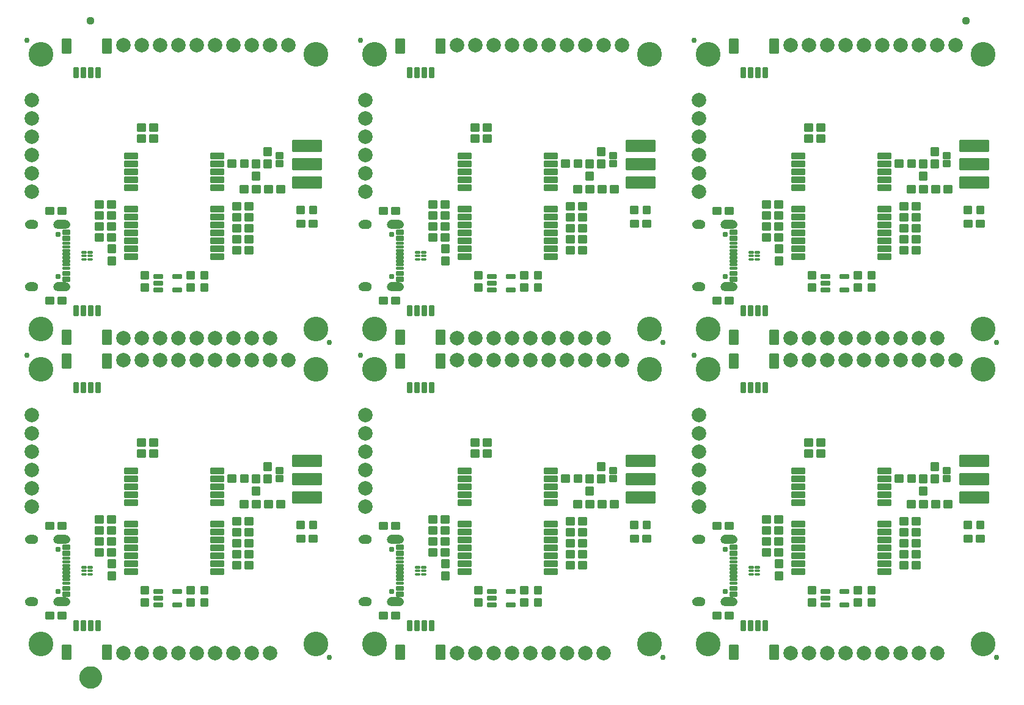
<source format=gts>
G04 EAGLE Gerber RS-274X export*
G75*
%MOMM*%
%FSLAX34Y34*%
%LPD*%
%INSoldermask Top*%
%IPPOS*%
%AMOC8*
5,1,8,0,0,1.08239X$1,22.5*%
G01*
%ADD10C,3.429000*%
%ADD11C,0.762000*%
%ADD12C,0.225588*%
%ADD13C,0.225369*%
%ADD14C,0.225400*%
%ADD15C,0.428259*%
%ADD16C,0.223409*%
%ADD17C,0.229969*%
%ADD18C,0.230578*%
%ADD19C,0.777000*%
%ADD20C,0.227778*%
%ADD21C,2.006600*%
%ADD22C,0.224709*%
%ADD23C,0.231750*%
%ADD24C,1.127000*%
%ADD25C,1.270000*%
%ADD26C,1.627000*%

G36*
X60304Y514634D02*
X60304Y514634D01*
X60307Y514631D01*
X61429Y514786D01*
X61434Y514791D01*
X61438Y514788D01*
X62509Y515159D01*
X62513Y515165D01*
X62518Y515163D01*
X63495Y515736D01*
X63498Y515742D01*
X63503Y515741D01*
X64350Y516494D01*
X64352Y516501D01*
X64357Y516501D01*
X65041Y517404D01*
X65041Y517411D01*
X65046Y517412D01*
X65541Y518431D01*
X65539Y518438D01*
X65544Y518440D01*
X65831Y519537D01*
X65829Y519541D01*
X65831Y519542D01*
X65829Y519544D01*
X65832Y519546D01*
X65899Y520677D01*
X65897Y520681D01*
X65899Y520683D01*
X65832Y521814D01*
X65827Y521819D01*
X65831Y521823D01*
X65544Y522920D01*
X65538Y522924D01*
X65541Y522929D01*
X65046Y523948D01*
X65040Y523951D01*
X65041Y523956D01*
X64357Y524859D01*
X64350Y524861D01*
X64350Y524866D01*
X63503Y525619D01*
X63496Y525619D01*
X63495Y525624D01*
X62518Y526197D01*
X62511Y526196D01*
X62509Y526201D01*
X61438Y526572D01*
X61432Y526569D01*
X61429Y526574D01*
X60307Y526729D01*
X60302Y526726D01*
X60300Y526729D01*
X48300Y526729D01*
X48295Y526726D01*
X48292Y526729D01*
X47025Y526524D01*
X47019Y526518D01*
X47015Y526521D01*
X45825Y526039D01*
X45821Y526032D01*
X45815Y526034D01*
X44762Y525300D01*
X44760Y525292D01*
X44754Y525293D01*
X43891Y524343D01*
X43890Y524334D01*
X43885Y524334D01*
X43255Y523215D01*
X43256Y523207D01*
X43250Y523205D01*
X42885Y521975D01*
X42888Y521967D01*
X42883Y521964D01*
X42801Y520683D01*
X42804Y520679D01*
X42801Y520677D01*
X42883Y519396D01*
X42889Y519390D01*
X42885Y519385D01*
X43250Y518155D01*
X43257Y518150D01*
X43255Y518145D01*
X43885Y517026D01*
X43892Y517023D01*
X43891Y517017D01*
X44754Y516067D01*
X44762Y516066D01*
X44762Y516060D01*
X45815Y515326D01*
X45823Y515326D01*
X45825Y515321D01*
X47015Y514839D01*
X47022Y514841D01*
X47025Y514836D01*
X48292Y514631D01*
X48297Y514634D01*
X48300Y514631D01*
X60300Y514631D01*
X60304Y514634D01*
G37*
G36*
X984864Y514634D02*
X984864Y514634D01*
X984867Y514631D01*
X985989Y514786D01*
X985994Y514791D01*
X985998Y514788D01*
X987069Y515159D01*
X987073Y515165D01*
X987078Y515163D01*
X988055Y515736D01*
X988058Y515742D01*
X988063Y515741D01*
X988910Y516494D01*
X988912Y516501D01*
X988917Y516501D01*
X989601Y517404D01*
X989601Y517411D01*
X989606Y517412D01*
X990101Y518431D01*
X990099Y518438D01*
X990104Y518440D01*
X990391Y519537D01*
X990389Y519541D01*
X990391Y519542D01*
X990389Y519544D01*
X990392Y519546D01*
X990459Y520677D01*
X990457Y520681D01*
X990459Y520683D01*
X990392Y521814D01*
X990387Y521819D01*
X990391Y521823D01*
X990104Y522920D01*
X990098Y522924D01*
X990101Y522929D01*
X989606Y523948D01*
X989600Y523951D01*
X989601Y523956D01*
X988917Y524859D01*
X988910Y524861D01*
X988910Y524866D01*
X988063Y525619D01*
X988056Y525619D01*
X988055Y525624D01*
X987078Y526197D01*
X987071Y526196D01*
X987069Y526201D01*
X985998Y526572D01*
X985992Y526569D01*
X985989Y526574D01*
X984867Y526729D01*
X984862Y526726D01*
X984860Y526729D01*
X972860Y526729D01*
X972855Y526726D01*
X972852Y526729D01*
X971585Y526524D01*
X971579Y526518D01*
X971575Y526521D01*
X970385Y526039D01*
X970381Y526032D01*
X970375Y526034D01*
X969322Y525300D01*
X969320Y525292D01*
X969314Y525293D01*
X968451Y524343D01*
X968450Y524334D01*
X968445Y524334D01*
X967815Y523215D01*
X967816Y523207D01*
X967810Y523205D01*
X967445Y521975D01*
X967448Y521967D01*
X967443Y521964D01*
X967361Y520683D01*
X967364Y520679D01*
X967361Y520677D01*
X967443Y519396D01*
X967449Y519390D01*
X967445Y519385D01*
X967810Y518155D01*
X967817Y518150D01*
X967815Y518145D01*
X968445Y517026D01*
X968452Y517023D01*
X968451Y517017D01*
X969314Y516067D01*
X969322Y516066D01*
X969322Y516060D01*
X970375Y515326D01*
X970383Y515326D01*
X970385Y515321D01*
X971575Y514839D01*
X971582Y514841D01*
X971585Y514836D01*
X972852Y514631D01*
X972857Y514634D01*
X972860Y514631D01*
X984860Y514631D01*
X984864Y514634D01*
G37*
G36*
X522584Y514634D02*
X522584Y514634D01*
X522587Y514631D01*
X523709Y514786D01*
X523714Y514791D01*
X523718Y514788D01*
X524789Y515159D01*
X524793Y515165D01*
X524798Y515163D01*
X525775Y515736D01*
X525778Y515742D01*
X525783Y515741D01*
X526630Y516494D01*
X526632Y516501D01*
X526637Y516501D01*
X527321Y517404D01*
X527321Y517411D01*
X527326Y517412D01*
X527821Y518431D01*
X527819Y518438D01*
X527824Y518440D01*
X528111Y519537D01*
X528109Y519541D01*
X528111Y519542D01*
X528109Y519544D01*
X528112Y519546D01*
X528179Y520677D01*
X528177Y520681D01*
X528179Y520683D01*
X528112Y521814D01*
X528107Y521819D01*
X528111Y521823D01*
X527824Y522920D01*
X527818Y522924D01*
X527821Y522929D01*
X527326Y523948D01*
X527320Y523951D01*
X527321Y523956D01*
X526637Y524859D01*
X526630Y524861D01*
X526630Y524866D01*
X525783Y525619D01*
X525776Y525619D01*
X525775Y525624D01*
X524798Y526197D01*
X524791Y526196D01*
X524789Y526201D01*
X523718Y526572D01*
X523712Y526569D01*
X523709Y526574D01*
X522587Y526729D01*
X522582Y526726D01*
X522580Y526729D01*
X510580Y526729D01*
X510575Y526726D01*
X510572Y526729D01*
X509305Y526524D01*
X509299Y526518D01*
X509295Y526521D01*
X508105Y526039D01*
X508101Y526032D01*
X508095Y526034D01*
X507042Y525300D01*
X507040Y525292D01*
X507034Y525293D01*
X506171Y524343D01*
X506170Y524334D01*
X506165Y524334D01*
X505535Y523215D01*
X505536Y523207D01*
X505530Y523205D01*
X505165Y521975D01*
X505168Y521967D01*
X505163Y521964D01*
X505081Y520683D01*
X505084Y520679D01*
X505081Y520677D01*
X505163Y519396D01*
X505169Y519390D01*
X505165Y519385D01*
X505530Y518155D01*
X505537Y518150D01*
X505535Y518145D01*
X506165Y517026D01*
X506172Y517023D01*
X506171Y517017D01*
X507034Y516067D01*
X507042Y516066D01*
X507042Y516060D01*
X508095Y515326D01*
X508103Y515326D01*
X508105Y515321D01*
X509295Y514839D01*
X509302Y514841D01*
X509305Y514836D01*
X510572Y514631D01*
X510577Y514634D01*
X510580Y514631D01*
X522580Y514631D01*
X522584Y514634D01*
G37*
G36*
X60304Y601034D02*
X60304Y601034D01*
X60307Y601031D01*
X61429Y601186D01*
X61434Y601191D01*
X61438Y601188D01*
X62509Y601559D01*
X62513Y601565D01*
X62518Y601563D01*
X63495Y602136D01*
X63498Y602142D01*
X63503Y602141D01*
X64350Y602894D01*
X64352Y602901D01*
X64357Y602901D01*
X65041Y603804D01*
X65041Y603811D01*
X65046Y603812D01*
X65541Y604831D01*
X65539Y604838D01*
X65544Y604840D01*
X65831Y605937D01*
X65829Y605941D01*
X65831Y605942D01*
X65829Y605944D01*
X65832Y605946D01*
X65899Y607077D01*
X65897Y607081D01*
X65899Y607083D01*
X65832Y608214D01*
X65827Y608219D01*
X65831Y608223D01*
X65544Y609320D01*
X65538Y609324D01*
X65541Y609329D01*
X65046Y610348D01*
X65040Y610351D01*
X65041Y610356D01*
X64357Y611259D01*
X64350Y611261D01*
X64350Y611266D01*
X63503Y612019D01*
X63496Y612019D01*
X63495Y612024D01*
X62518Y612597D01*
X62511Y612596D01*
X62509Y612601D01*
X61438Y612972D01*
X61432Y612969D01*
X61429Y612974D01*
X60307Y613129D01*
X60302Y613126D01*
X60300Y613129D01*
X48300Y613129D01*
X48295Y613126D01*
X48292Y613129D01*
X47025Y612924D01*
X47019Y612918D01*
X47015Y612921D01*
X45825Y612439D01*
X45821Y612432D01*
X45815Y612434D01*
X44762Y611700D01*
X44760Y611692D01*
X44754Y611693D01*
X43891Y610743D01*
X43890Y610734D01*
X43885Y610734D01*
X43255Y609615D01*
X43256Y609607D01*
X43250Y609605D01*
X42885Y608375D01*
X42888Y608367D01*
X42883Y608364D01*
X42801Y607083D01*
X42804Y607079D01*
X42801Y607077D01*
X42883Y605796D01*
X42889Y605790D01*
X42885Y605785D01*
X43250Y604555D01*
X43257Y604550D01*
X43255Y604545D01*
X43885Y603426D01*
X43892Y603423D01*
X43891Y603417D01*
X44754Y602467D01*
X44762Y602466D01*
X44762Y602460D01*
X45815Y601726D01*
X45823Y601726D01*
X45825Y601721D01*
X47015Y601239D01*
X47022Y601241D01*
X47025Y601236D01*
X48292Y601031D01*
X48297Y601034D01*
X48300Y601031D01*
X60300Y601031D01*
X60304Y601034D01*
G37*
G36*
X984864Y601034D02*
X984864Y601034D01*
X984867Y601031D01*
X985989Y601186D01*
X985994Y601191D01*
X985998Y601188D01*
X987069Y601559D01*
X987073Y601565D01*
X987078Y601563D01*
X988055Y602136D01*
X988058Y602142D01*
X988063Y602141D01*
X988910Y602894D01*
X988912Y602901D01*
X988917Y602901D01*
X989601Y603804D01*
X989601Y603811D01*
X989606Y603812D01*
X990101Y604831D01*
X990099Y604838D01*
X990104Y604840D01*
X990391Y605937D01*
X990389Y605941D01*
X990391Y605942D01*
X990389Y605944D01*
X990392Y605946D01*
X990459Y607077D01*
X990457Y607081D01*
X990459Y607083D01*
X990392Y608214D01*
X990387Y608219D01*
X990391Y608223D01*
X990104Y609320D01*
X990098Y609324D01*
X990101Y609329D01*
X989606Y610348D01*
X989600Y610351D01*
X989601Y610356D01*
X988917Y611259D01*
X988910Y611261D01*
X988910Y611266D01*
X988063Y612019D01*
X988056Y612019D01*
X988055Y612024D01*
X987078Y612597D01*
X987071Y612596D01*
X987069Y612601D01*
X985998Y612972D01*
X985992Y612969D01*
X985989Y612974D01*
X984867Y613129D01*
X984862Y613126D01*
X984860Y613129D01*
X972860Y613129D01*
X972855Y613126D01*
X972852Y613129D01*
X971585Y612924D01*
X971579Y612918D01*
X971575Y612921D01*
X970385Y612439D01*
X970381Y612432D01*
X970375Y612434D01*
X969322Y611700D01*
X969320Y611692D01*
X969314Y611693D01*
X968451Y610743D01*
X968450Y610734D01*
X968445Y610734D01*
X967815Y609615D01*
X967816Y609607D01*
X967810Y609605D01*
X967445Y608375D01*
X967448Y608367D01*
X967443Y608364D01*
X967361Y607083D01*
X967364Y607079D01*
X967361Y607077D01*
X967443Y605796D01*
X967449Y605790D01*
X967445Y605785D01*
X967810Y604555D01*
X967817Y604550D01*
X967815Y604545D01*
X968445Y603426D01*
X968452Y603423D01*
X968451Y603417D01*
X969314Y602467D01*
X969322Y602466D01*
X969322Y602460D01*
X970375Y601726D01*
X970383Y601726D01*
X970385Y601721D01*
X971575Y601239D01*
X971582Y601241D01*
X971585Y601236D01*
X972852Y601031D01*
X972857Y601034D01*
X972860Y601031D01*
X984860Y601031D01*
X984864Y601034D01*
G37*
G36*
X522584Y601034D02*
X522584Y601034D01*
X522587Y601031D01*
X523709Y601186D01*
X523714Y601191D01*
X523718Y601188D01*
X524789Y601559D01*
X524793Y601565D01*
X524798Y601563D01*
X525775Y602136D01*
X525778Y602142D01*
X525783Y602141D01*
X526630Y602894D01*
X526632Y602901D01*
X526637Y602901D01*
X527321Y603804D01*
X527321Y603811D01*
X527326Y603812D01*
X527821Y604831D01*
X527819Y604838D01*
X527824Y604840D01*
X528111Y605937D01*
X528109Y605941D01*
X528111Y605942D01*
X528109Y605944D01*
X528112Y605946D01*
X528179Y607077D01*
X528177Y607081D01*
X528179Y607083D01*
X528112Y608214D01*
X528107Y608219D01*
X528111Y608223D01*
X527824Y609320D01*
X527818Y609324D01*
X527821Y609329D01*
X527326Y610348D01*
X527320Y610351D01*
X527321Y610356D01*
X526637Y611259D01*
X526630Y611261D01*
X526630Y611266D01*
X525783Y612019D01*
X525776Y612019D01*
X525775Y612024D01*
X524798Y612597D01*
X524791Y612596D01*
X524789Y612601D01*
X523718Y612972D01*
X523712Y612969D01*
X523709Y612974D01*
X522587Y613129D01*
X522582Y613126D01*
X522580Y613129D01*
X510580Y613129D01*
X510575Y613126D01*
X510572Y613129D01*
X509305Y612924D01*
X509299Y612918D01*
X509295Y612921D01*
X508105Y612439D01*
X508101Y612432D01*
X508095Y612434D01*
X507042Y611700D01*
X507040Y611692D01*
X507034Y611693D01*
X506171Y610743D01*
X506170Y610734D01*
X506165Y610734D01*
X505535Y609615D01*
X505536Y609607D01*
X505530Y609605D01*
X505165Y608375D01*
X505168Y608367D01*
X505163Y608364D01*
X505081Y607083D01*
X505084Y607079D01*
X505081Y607077D01*
X505163Y605796D01*
X505169Y605790D01*
X505165Y605785D01*
X505530Y604555D01*
X505537Y604550D01*
X505535Y604545D01*
X506165Y603426D01*
X506172Y603423D01*
X506171Y603417D01*
X507034Y602467D01*
X507042Y602466D01*
X507042Y602460D01*
X508095Y601726D01*
X508103Y601726D01*
X508105Y601721D01*
X509295Y601239D01*
X509302Y601241D01*
X509305Y601236D01*
X510572Y601031D01*
X510577Y601034D01*
X510580Y601031D01*
X522580Y601031D01*
X522584Y601034D01*
G37*
G36*
X984864Y164154D02*
X984864Y164154D01*
X984867Y164151D01*
X985989Y164306D01*
X985994Y164311D01*
X985998Y164308D01*
X987069Y164679D01*
X987073Y164685D01*
X987078Y164683D01*
X988055Y165256D01*
X988058Y165262D01*
X988063Y165261D01*
X988910Y166014D01*
X988912Y166021D01*
X988917Y166021D01*
X989601Y166924D01*
X989601Y166931D01*
X989606Y166932D01*
X990101Y167951D01*
X990099Y167958D01*
X990104Y167960D01*
X990391Y169057D01*
X990389Y169061D01*
X990391Y169062D01*
X990389Y169064D01*
X990392Y169066D01*
X990459Y170197D01*
X990457Y170201D01*
X990459Y170203D01*
X990392Y171334D01*
X990387Y171339D01*
X990391Y171343D01*
X990104Y172440D01*
X990098Y172444D01*
X990101Y172449D01*
X989606Y173468D01*
X989600Y173471D01*
X989601Y173476D01*
X988917Y174379D01*
X988910Y174381D01*
X988910Y174386D01*
X988063Y175139D01*
X988056Y175139D01*
X988055Y175144D01*
X987078Y175717D01*
X987071Y175716D01*
X987069Y175721D01*
X985998Y176092D01*
X985992Y176089D01*
X985989Y176094D01*
X984867Y176249D01*
X984862Y176246D01*
X984860Y176249D01*
X972860Y176249D01*
X972855Y176246D01*
X972852Y176249D01*
X971585Y176044D01*
X971579Y176038D01*
X971575Y176041D01*
X970385Y175559D01*
X970381Y175552D01*
X970375Y175554D01*
X969322Y174820D01*
X969320Y174812D01*
X969314Y174813D01*
X968451Y173863D01*
X968450Y173854D01*
X968445Y173854D01*
X967815Y172735D01*
X967816Y172727D01*
X967810Y172725D01*
X967445Y171495D01*
X967448Y171487D01*
X967443Y171484D01*
X967361Y170203D01*
X967364Y170199D01*
X967361Y170197D01*
X967443Y168916D01*
X967449Y168910D01*
X967445Y168905D01*
X967810Y167675D01*
X967817Y167670D01*
X967815Y167665D01*
X968445Y166546D01*
X968452Y166543D01*
X968451Y166537D01*
X969314Y165587D01*
X969322Y165586D01*
X969322Y165580D01*
X970375Y164846D01*
X970383Y164846D01*
X970385Y164841D01*
X971575Y164359D01*
X971582Y164361D01*
X971585Y164356D01*
X972852Y164151D01*
X972857Y164154D01*
X972860Y164151D01*
X984860Y164151D01*
X984864Y164154D01*
G37*
G36*
X522584Y164154D02*
X522584Y164154D01*
X522587Y164151D01*
X523709Y164306D01*
X523714Y164311D01*
X523718Y164308D01*
X524789Y164679D01*
X524793Y164685D01*
X524798Y164683D01*
X525775Y165256D01*
X525778Y165262D01*
X525783Y165261D01*
X526630Y166014D01*
X526632Y166021D01*
X526637Y166021D01*
X527321Y166924D01*
X527321Y166931D01*
X527326Y166932D01*
X527821Y167951D01*
X527819Y167958D01*
X527824Y167960D01*
X528111Y169057D01*
X528109Y169061D01*
X528111Y169062D01*
X528109Y169064D01*
X528112Y169066D01*
X528179Y170197D01*
X528177Y170201D01*
X528179Y170203D01*
X528112Y171334D01*
X528107Y171339D01*
X528111Y171343D01*
X527824Y172440D01*
X527818Y172444D01*
X527821Y172449D01*
X527326Y173468D01*
X527320Y173471D01*
X527321Y173476D01*
X526637Y174379D01*
X526630Y174381D01*
X526630Y174386D01*
X525783Y175139D01*
X525776Y175139D01*
X525775Y175144D01*
X524798Y175717D01*
X524791Y175716D01*
X524789Y175721D01*
X523718Y176092D01*
X523712Y176089D01*
X523709Y176094D01*
X522587Y176249D01*
X522582Y176246D01*
X522580Y176249D01*
X510580Y176249D01*
X510575Y176246D01*
X510572Y176249D01*
X509305Y176044D01*
X509299Y176038D01*
X509295Y176041D01*
X508105Y175559D01*
X508101Y175552D01*
X508095Y175554D01*
X507042Y174820D01*
X507040Y174812D01*
X507034Y174813D01*
X506171Y173863D01*
X506170Y173854D01*
X506165Y173854D01*
X505535Y172735D01*
X505536Y172727D01*
X505530Y172725D01*
X505165Y171495D01*
X505168Y171487D01*
X505163Y171484D01*
X505081Y170203D01*
X505084Y170199D01*
X505081Y170197D01*
X505163Y168916D01*
X505169Y168910D01*
X505165Y168905D01*
X505530Y167675D01*
X505537Y167670D01*
X505535Y167665D01*
X506165Y166546D01*
X506172Y166543D01*
X506171Y166537D01*
X507034Y165587D01*
X507042Y165586D01*
X507042Y165580D01*
X508095Y164846D01*
X508103Y164846D01*
X508105Y164841D01*
X509295Y164359D01*
X509302Y164361D01*
X509305Y164356D01*
X510572Y164151D01*
X510577Y164154D01*
X510580Y164151D01*
X522580Y164151D01*
X522584Y164154D01*
G37*
G36*
X60304Y164154D02*
X60304Y164154D01*
X60307Y164151D01*
X61429Y164306D01*
X61434Y164311D01*
X61438Y164308D01*
X62509Y164679D01*
X62513Y164685D01*
X62518Y164683D01*
X63495Y165256D01*
X63498Y165262D01*
X63503Y165261D01*
X64350Y166014D01*
X64352Y166021D01*
X64357Y166021D01*
X65041Y166924D01*
X65041Y166931D01*
X65046Y166932D01*
X65541Y167951D01*
X65539Y167958D01*
X65544Y167960D01*
X65831Y169057D01*
X65829Y169061D01*
X65831Y169062D01*
X65829Y169064D01*
X65832Y169066D01*
X65899Y170197D01*
X65897Y170201D01*
X65899Y170203D01*
X65832Y171334D01*
X65827Y171339D01*
X65831Y171343D01*
X65544Y172440D01*
X65538Y172444D01*
X65541Y172449D01*
X65046Y173468D01*
X65040Y173471D01*
X65041Y173476D01*
X64357Y174379D01*
X64350Y174381D01*
X64350Y174386D01*
X63503Y175139D01*
X63496Y175139D01*
X63495Y175144D01*
X62518Y175717D01*
X62511Y175716D01*
X62509Y175721D01*
X61438Y176092D01*
X61432Y176089D01*
X61429Y176094D01*
X60307Y176249D01*
X60302Y176246D01*
X60300Y176249D01*
X48300Y176249D01*
X48295Y176246D01*
X48292Y176249D01*
X47025Y176044D01*
X47019Y176038D01*
X47015Y176041D01*
X45825Y175559D01*
X45821Y175552D01*
X45815Y175554D01*
X44762Y174820D01*
X44760Y174812D01*
X44754Y174813D01*
X43891Y173863D01*
X43890Y173854D01*
X43885Y173854D01*
X43255Y172735D01*
X43256Y172727D01*
X43250Y172725D01*
X42885Y171495D01*
X42888Y171487D01*
X42883Y171484D01*
X42801Y170203D01*
X42804Y170199D01*
X42801Y170197D01*
X42883Y168916D01*
X42889Y168910D01*
X42885Y168905D01*
X43250Y167675D01*
X43257Y167670D01*
X43255Y167665D01*
X43885Y166546D01*
X43892Y166543D01*
X43891Y166537D01*
X44754Y165587D01*
X44762Y165586D01*
X44762Y165580D01*
X45815Y164846D01*
X45823Y164846D01*
X45825Y164841D01*
X47015Y164359D01*
X47022Y164361D01*
X47025Y164356D01*
X48292Y164151D01*
X48297Y164154D01*
X48300Y164151D01*
X60300Y164151D01*
X60304Y164154D01*
G37*
G36*
X984864Y77754D02*
X984864Y77754D01*
X984867Y77751D01*
X985989Y77906D01*
X985994Y77911D01*
X985998Y77908D01*
X987069Y78279D01*
X987073Y78285D01*
X987078Y78283D01*
X988055Y78856D01*
X988058Y78862D01*
X988063Y78861D01*
X988910Y79614D01*
X988912Y79621D01*
X988917Y79621D01*
X989601Y80524D01*
X989601Y80531D01*
X989606Y80532D01*
X990101Y81551D01*
X990099Y81558D01*
X990104Y81560D01*
X990391Y82657D01*
X990389Y82661D01*
X990391Y82662D01*
X990389Y82664D01*
X990392Y82666D01*
X990459Y83797D01*
X990457Y83801D01*
X990459Y83803D01*
X990392Y84934D01*
X990387Y84939D01*
X990391Y84943D01*
X990104Y86040D01*
X990098Y86044D01*
X990101Y86049D01*
X989606Y87068D01*
X989600Y87071D01*
X989601Y87076D01*
X988917Y87979D01*
X988910Y87981D01*
X988910Y87986D01*
X988063Y88739D01*
X988056Y88739D01*
X988055Y88744D01*
X987078Y89317D01*
X987071Y89316D01*
X987069Y89321D01*
X985998Y89692D01*
X985992Y89689D01*
X985989Y89694D01*
X984867Y89849D01*
X984862Y89846D01*
X984860Y89849D01*
X972860Y89849D01*
X972855Y89846D01*
X972852Y89849D01*
X971585Y89644D01*
X971579Y89638D01*
X971575Y89641D01*
X970385Y89159D01*
X970381Y89152D01*
X970375Y89154D01*
X969322Y88420D01*
X969320Y88412D01*
X969314Y88413D01*
X968451Y87463D01*
X968450Y87454D01*
X968445Y87454D01*
X967815Y86335D01*
X967816Y86327D01*
X967810Y86325D01*
X967445Y85095D01*
X967448Y85087D01*
X967443Y85084D01*
X967361Y83803D01*
X967364Y83799D01*
X967361Y83797D01*
X967443Y82516D01*
X967449Y82510D01*
X967445Y82505D01*
X967810Y81275D01*
X967817Y81270D01*
X967815Y81265D01*
X968445Y80146D01*
X968452Y80143D01*
X968451Y80137D01*
X969314Y79187D01*
X969322Y79186D01*
X969322Y79180D01*
X970375Y78446D01*
X970383Y78446D01*
X970385Y78441D01*
X971575Y77959D01*
X971582Y77961D01*
X971585Y77956D01*
X972852Y77751D01*
X972857Y77754D01*
X972860Y77751D01*
X984860Y77751D01*
X984864Y77754D01*
G37*
G36*
X60304Y77754D02*
X60304Y77754D01*
X60307Y77751D01*
X61429Y77906D01*
X61434Y77911D01*
X61438Y77908D01*
X62509Y78279D01*
X62513Y78285D01*
X62518Y78283D01*
X63495Y78856D01*
X63498Y78862D01*
X63503Y78861D01*
X64350Y79614D01*
X64352Y79621D01*
X64357Y79621D01*
X65041Y80524D01*
X65041Y80531D01*
X65046Y80532D01*
X65541Y81551D01*
X65539Y81558D01*
X65544Y81560D01*
X65831Y82657D01*
X65829Y82661D01*
X65831Y82662D01*
X65829Y82664D01*
X65832Y82666D01*
X65899Y83797D01*
X65897Y83801D01*
X65899Y83803D01*
X65832Y84934D01*
X65827Y84939D01*
X65831Y84943D01*
X65544Y86040D01*
X65538Y86044D01*
X65541Y86049D01*
X65046Y87068D01*
X65040Y87071D01*
X65041Y87076D01*
X64357Y87979D01*
X64350Y87981D01*
X64350Y87986D01*
X63503Y88739D01*
X63496Y88739D01*
X63495Y88744D01*
X62518Y89317D01*
X62511Y89316D01*
X62509Y89321D01*
X61438Y89692D01*
X61432Y89689D01*
X61429Y89694D01*
X60307Y89849D01*
X60302Y89846D01*
X60300Y89849D01*
X48300Y89849D01*
X48295Y89846D01*
X48292Y89849D01*
X47025Y89644D01*
X47019Y89638D01*
X47015Y89641D01*
X45825Y89159D01*
X45821Y89152D01*
X45815Y89154D01*
X44762Y88420D01*
X44760Y88412D01*
X44754Y88413D01*
X43891Y87463D01*
X43890Y87454D01*
X43885Y87454D01*
X43255Y86335D01*
X43256Y86327D01*
X43250Y86325D01*
X42885Y85095D01*
X42888Y85087D01*
X42883Y85084D01*
X42801Y83803D01*
X42804Y83799D01*
X42801Y83797D01*
X42883Y82516D01*
X42889Y82510D01*
X42885Y82505D01*
X43250Y81275D01*
X43257Y81270D01*
X43255Y81265D01*
X43885Y80146D01*
X43892Y80143D01*
X43891Y80137D01*
X44754Y79187D01*
X44762Y79186D01*
X44762Y79180D01*
X45815Y78446D01*
X45823Y78446D01*
X45825Y78441D01*
X47015Y77959D01*
X47022Y77961D01*
X47025Y77956D01*
X48292Y77751D01*
X48297Y77754D01*
X48300Y77751D01*
X60300Y77751D01*
X60304Y77754D01*
G37*
G36*
X522584Y77754D02*
X522584Y77754D01*
X522587Y77751D01*
X523709Y77906D01*
X523714Y77911D01*
X523718Y77908D01*
X524789Y78279D01*
X524793Y78285D01*
X524798Y78283D01*
X525775Y78856D01*
X525778Y78862D01*
X525783Y78861D01*
X526630Y79614D01*
X526632Y79621D01*
X526637Y79621D01*
X527321Y80524D01*
X527321Y80531D01*
X527326Y80532D01*
X527821Y81551D01*
X527819Y81558D01*
X527824Y81560D01*
X528111Y82657D01*
X528109Y82661D01*
X528111Y82662D01*
X528109Y82664D01*
X528112Y82666D01*
X528179Y83797D01*
X528177Y83801D01*
X528179Y83803D01*
X528112Y84934D01*
X528107Y84939D01*
X528111Y84943D01*
X527824Y86040D01*
X527818Y86044D01*
X527821Y86049D01*
X527326Y87068D01*
X527320Y87071D01*
X527321Y87076D01*
X526637Y87979D01*
X526630Y87981D01*
X526630Y87986D01*
X525783Y88739D01*
X525776Y88739D01*
X525775Y88744D01*
X524798Y89317D01*
X524791Y89316D01*
X524789Y89321D01*
X523718Y89692D01*
X523712Y89689D01*
X523709Y89694D01*
X522587Y89849D01*
X522582Y89846D01*
X522580Y89849D01*
X510580Y89849D01*
X510575Y89846D01*
X510572Y89849D01*
X509305Y89644D01*
X509299Y89638D01*
X509295Y89641D01*
X508105Y89159D01*
X508101Y89152D01*
X508095Y89154D01*
X507042Y88420D01*
X507040Y88412D01*
X507034Y88413D01*
X506171Y87463D01*
X506170Y87454D01*
X506165Y87454D01*
X505535Y86335D01*
X505536Y86327D01*
X505530Y86325D01*
X505165Y85095D01*
X505168Y85087D01*
X505163Y85084D01*
X505081Y83803D01*
X505084Y83799D01*
X505081Y83797D01*
X505163Y82516D01*
X505169Y82510D01*
X505165Y82505D01*
X505530Y81275D01*
X505537Y81270D01*
X505535Y81265D01*
X506165Y80146D01*
X506172Y80143D01*
X506171Y80137D01*
X507034Y79187D01*
X507042Y79186D01*
X507042Y79180D01*
X508095Y78446D01*
X508103Y78446D01*
X508105Y78441D01*
X509295Y77959D01*
X509302Y77961D01*
X509305Y77956D01*
X510572Y77751D01*
X510577Y77754D01*
X510580Y77751D01*
X522580Y77751D01*
X522584Y77754D01*
G37*
G36*
X477783Y514633D02*
X477783Y514633D01*
X477785Y514631D01*
X478961Y514742D01*
X478966Y514747D01*
X478970Y514744D01*
X480102Y515082D01*
X480106Y515088D01*
X480111Y515086D01*
X481155Y515638D01*
X481158Y515645D01*
X481163Y515643D01*
X482079Y516389D01*
X482080Y516396D01*
X482086Y516396D01*
X482839Y517306D01*
X482839Y517313D01*
X482844Y517314D01*
X483405Y518353D01*
X483404Y518358D01*
X483408Y518360D01*
X483407Y518361D01*
X483409Y518362D01*
X483756Y519491D01*
X483756Y519492D01*
X483757Y519493D01*
X483754Y519497D01*
X483758Y519500D01*
X483879Y520675D01*
X483875Y520682D01*
X483879Y520686D01*
X483722Y522026D01*
X483717Y522032D01*
X483720Y522037D01*
X483269Y523308D01*
X483262Y523313D01*
X483264Y523318D01*
X482542Y524457D01*
X482534Y524460D01*
X482535Y524466D01*
X481577Y525416D01*
X481569Y525417D01*
X481568Y525423D01*
X480423Y526136D01*
X480415Y526135D01*
X480413Y526141D01*
X479137Y526581D01*
X479130Y526579D01*
X479127Y526583D01*
X477785Y526729D01*
X477782Y526727D01*
X477780Y526729D01*
X471780Y526729D01*
X471777Y526727D01*
X471774Y526729D01*
X470445Y526574D01*
X470439Y526568D01*
X470435Y526571D01*
X469174Y526124D01*
X469169Y526117D01*
X469164Y526119D01*
X468034Y525402D01*
X468031Y525395D01*
X468025Y525396D01*
X467083Y524446D01*
X467082Y524437D01*
X467076Y524437D01*
X466369Y523301D01*
X466370Y523293D01*
X466364Y523291D01*
X465928Y522026D01*
X465930Y522018D01*
X465925Y522016D01*
X465781Y520685D01*
X465785Y520679D01*
X465781Y520675D01*
X465891Y519509D01*
X465896Y519504D01*
X465893Y519500D01*
X466228Y518377D01*
X466234Y518373D01*
X466232Y518369D01*
X466780Y517333D01*
X466786Y517330D01*
X466785Y517325D01*
X467524Y516417D01*
X467531Y516415D01*
X467531Y516410D01*
X468433Y515663D01*
X468441Y515663D01*
X468441Y515658D01*
X469472Y515101D01*
X469479Y515102D01*
X469481Y515097D01*
X470600Y514753D01*
X470607Y514755D01*
X470610Y514751D01*
X471775Y514631D01*
X471778Y514633D01*
X471780Y514631D01*
X477780Y514631D01*
X477783Y514633D01*
G37*
G36*
X940063Y514633D02*
X940063Y514633D01*
X940065Y514631D01*
X941241Y514742D01*
X941246Y514747D01*
X941250Y514744D01*
X942382Y515082D01*
X942386Y515088D01*
X942391Y515086D01*
X943435Y515638D01*
X943438Y515645D01*
X943443Y515643D01*
X944359Y516389D01*
X944360Y516396D01*
X944366Y516396D01*
X945119Y517306D01*
X945119Y517313D01*
X945124Y517314D01*
X945685Y518353D01*
X945684Y518358D01*
X945688Y518360D01*
X945687Y518361D01*
X945689Y518362D01*
X946036Y519491D01*
X946036Y519492D01*
X946037Y519493D01*
X946034Y519497D01*
X946038Y519500D01*
X946159Y520675D01*
X946155Y520682D01*
X946159Y520686D01*
X946002Y522026D01*
X945997Y522032D01*
X946000Y522037D01*
X945549Y523308D01*
X945542Y523313D01*
X945544Y523318D01*
X944822Y524457D01*
X944814Y524460D01*
X944815Y524466D01*
X943857Y525416D01*
X943849Y525417D01*
X943848Y525423D01*
X942703Y526136D01*
X942695Y526135D01*
X942693Y526141D01*
X941417Y526581D01*
X941410Y526579D01*
X941407Y526583D01*
X940065Y526729D01*
X940062Y526727D01*
X940060Y526729D01*
X934060Y526729D01*
X934057Y526727D01*
X934054Y526729D01*
X932725Y526574D01*
X932719Y526568D01*
X932715Y526571D01*
X931454Y526124D01*
X931449Y526117D01*
X931444Y526119D01*
X930314Y525402D01*
X930311Y525395D01*
X930305Y525396D01*
X929363Y524446D01*
X929362Y524437D01*
X929356Y524437D01*
X928649Y523301D01*
X928650Y523293D01*
X928644Y523291D01*
X928208Y522026D01*
X928210Y522018D01*
X928205Y522016D01*
X928061Y520685D01*
X928065Y520679D01*
X928061Y520675D01*
X928171Y519509D01*
X928176Y519504D01*
X928173Y519500D01*
X928508Y518377D01*
X928514Y518373D01*
X928512Y518369D01*
X929060Y517333D01*
X929066Y517330D01*
X929065Y517325D01*
X929804Y516417D01*
X929811Y516415D01*
X929811Y516410D01*
X930713Y515663D01*
X930721Y515663D01*
X930721Y515658D01*
X931752Y515101D01*
X931759Y515102D01*
X931761Y515097D01*
X932880Y514753D01*
X932887Y514755D01*
X932890Y514751D01*
X934055Y514631D01*
X934058Y514633D01*
X934060Y514631D01*
X940060Y514631D01*
X940063Y514633D01*
G37*
G36*
X15503Y514633D02*
X15503Y514633D01*
X15505Y514631D01*
X16681Y514742D01*
X16686Y514747D01*
X16690Y514744D01*
X17822Y515082D01*
X17826Y515088D01*
X17831Y515086D01*
X18875Y515638D01*
X18878Y515645D01*
X18883Y515643D01*
X19799Y516389D01*
X19800Y516396D01*
X19806Y516396D01*
X20559Y517306D01*
X20559Y517313D01*
X20564Y517314D01*
X21125Y518353D01*
X21124Y518358D01*
X21128Y518360D01*
X21127Y518361D01*
X21129Y518362D01*
X21476Y519491D01*
X21476Y519492D01*
X21477Y519493D01*
X21474Y519497D01*
X21478Y519500D01*
X21599Y520675D01*
X21595Y520682D01*
X21599Y520686D01*
X21442Y522026D01*
X21437Y522032D01*
X21440Y522037D01*
X20989Y523308D01*
X20982Y523313D01*
X20984Y523318D01*
X20262Y524457D01*
X20254Y524460D01*
X20255Y524466D01*
X19297Y525416D01*
X19289Y525417D01*
X19288Y525423D01*
X18143Y526136D01*
X18135Y526135D01*
X18133Y526141D01*
X16857Y526581D01*
X16850Y526579D01*
X16847Y526583D01*
X15505Y526729D01*
X15502Y526727D01*
X15500Y526729D01*
X9500Y526729D01*
X9497Y526727D01*
X9494Y526729D01*
X8165Y526574D01*
X8159Y526568D01*
X8155Y526571D01*
X6894Y526124D01*
X6889Y526117D01*
X6884Y526119D01*
X5754Y525402D01*
X5751Y525395D01*
X5745Y525396D01*
X4803Y524446D01*
X4802Y524437D01*
X4796Y524437D01*
X4089Y523301D01*
X4090Y523293D01*
X4084Y523291D01*
X3648Y522026D01*
X3650Y522018D01*
X3645Y522016D01*
X3501Y520685D01*
X3505Y520679D01*
X3501Y520675D01*
X3611Y519509D01*
X3616Y519504D01*
X3613Y519500D01*
X3948Y518377D01*
X3954Y518373D01*
X3952Y518369D01*
X4500Y517333D01*
X4506Y517330D01*
X4505Y517325D01*
X5244Y516417D01*
X5251Y516415D01*
X5251Y516410D01*
X6153Y515663D01*
X6161Y515663D01*
X6161Y515658D01*
X7192Y515101D01*
X7199Y515102D01*
X7201Y515097D01*
X8320Y514753D01*
X8327Y514755D01*
X8330Y514751D01*
X9495Y514631D01*
X9498Y514633D01*
X9500Y514631D01*
X15500Y514631D01*
X15503Y514633D01*
G37*
G36*
X477783Y601033D02*
X477783Y601033D01*
X477785Y601031D01*
X478961Y601142D01*
X478966Y601147D01*
X478970Y601144D01*
X480102Y601482D01*
X480106Y601488D01*
X480111Y601486D01*
X481155Y602038D01*
X481158Y602045D01*
X481163Y602043D01*
X482079Y602789D01*
X482080Y602796D01*
X482086Y602796D01*
X482839Y603706D01*
X482839Y603713D01*
X482844Y603714D01*
X483405Y604753D01*
X483404Y604758D01*
X483408Y604760D01*
X483407Y604761D01*
X483409Y604762D01*
X483756Y605891D01*
X483756Y605892D01*
X483757Y605893D01*
X483754Y605897D01*
X483758Y605900D01*
X483879Y607075D01*
X483875Y607082D01*
X483879Y607086D01*
X483722Y608426D01*
X483717Y608432D01*
X483720Y608437D01*
X483269Y609708D01*
X483262Y609713D01*
X483264Y609718D01*
X482542Y610857D01*
X482534Y610860D01*
X482535Y610866D01*
X481577Y611816D01*
X481569Y611817D01*
X481568Y611823D01*
X480423Y612536D01*
X480415Y612535D01*
X480413Y612541D01*
X479137Y612981D01*
X479130Y612979D01*
X479127Y612983D01*
X477785Y613129D01*
X477782Y613127D01*
X477780Y613129D01*
X471780Y613129D01*
X471777Y613127D01*
X471774Y613129D01*
X470445Y612974D01*
X470439Y612968D01*
X470435Y612971D01*
X469174Y612524D01*
X469169Y612517D01*
X469164Y612519D01*
X468034Y611802D01*
X468031Y611795D01*
X468025Y611796D01*
X467083Y610846D01*
X467082Y610837D01*
X467076Y610837D01*
X466369Y609701D01*
X466370Y609693D01*
X466364Y609691D01*
X465928Y608426D01*
X465930Y608418D01*
X465925Y608416D01*
X465781Y607085D01*
X465785Y607079D01*
X465781Y607075D01*
X465891Y605909D01*
X465896Y605904D01*
X465893Y605900D01*
X466228Y604777D01*
X466234Y604773D01*
X466232Y604769D01*
X466780Y603733D01*
X466786Y603730D01*
X466785Y603725D01*
X467524Y602817D01*
X467531Y602815D01*
X467531Y602810D01*
X468433Y602063D01*
X468441Y602063D01*
X468441Y602058D01*
X469472Y601501D01*
X469479Y601502D01*
X469481Y601497D01*
X470600Y601153D01*
X470607Y601155D01*
X470610Y601151D01*
X471775Y601031D01*
X471778Y601033D01*
X471780Y601031D01*
X477780Y601031D01*
X477783Y601033D01*
G37*
G36*
X940063Y601033D02*
X940063Y601033D01*
X940065Y601031D01*
X941241Y601142D01*
X941246Y601147D01*
X941250Y601144D01*
X942382Y601482D01*
X942386Y601488D01*
X942391Y601486D01*
X943435Y602038D01*
X943438Y602045D01*
X943443Y602043D01*
X944359Y602789D01*
X944360Y602796D01*
X944366Y602796D01*
X945119Y603706D01*
X945119Y603713D01*
X945124Y603714D01*
X945685Y604753D01*
X945684Y604758D01*
X945688Y604760D01*
X945687Y604761D01*
X945689Y604762D01*
X946036Y605891D01*
X946036Y605892D01*
X946037Y605893D01*
X946034Y605897D01*
X946038Y605900D01*
X946159Y607075D01*
X946155Y607082D01*
X946159Y607086D01*
X946002Y608426D01*
X945997Y608432D01*
X946000Y608437D01*
X945549Y609708D01*
X945542Y609713D01*
X945544Y609718D01*
X944822Y610857D01*
X944814Y610860D01*
X944815Y610866D01*
X943857Y611816D01*
X943849Y611817D01*
X943848Y611823D01*
X942703Y612536D01*
X942695Y612535D01*
X942693Y612541D01*
X941417Y612981D01*
X941410Y612979D01*
X941407Y612983D01*
X940065Y613129D01*
X940062Y613127D01*
X940060Y613129D01*
X934060Y613129D01*
X934057Y613127D01*
X934054Y613129D01*
X932725Y612974D01*
X932719Y612968D01*
X932715Y612971D01*
X931454Y612524D01*
X931449Y612517D01*
X931444Y612519D01*
X930314Y611802D01*
X930311Y611795D01*
X930305Y611796D01*
X929363Y610846D01*
X929362Y610837D01*
X929356Y610837D01*
X928649Y609701D01*
X928650Y609693D01*
X928644Y609691D01*
X928208Y608426D01*
X928210Y608418D01*
X928205Y608416D01*
X928061Y607085D01*
X928065Y607079D01*
X928061Y607075D01*
X928171Y605909D01*
X928176Y605904D01*
X928173Y605900D01*
X928508Y604777D01*
X928514Y604773D01*
X928512Y604769D01*
X929060Y603733D01*
X929066Y603730D01*
X929065Y603725D01*
X929804Y602817D01*
X929811Y602815D01*
X929811Y602810D01*
X930713Y602063D01*
X930721Y602063D01*
X930721Y602058D01*
X931752Y601501D01*
X931759Y601502D01*
X931761Y601497D01*
X932880Y601153D01*
X932887Y601155D01*
X932890Y601151D01*
X934055Y601031D01*
X934058Y601033D01*
X934060Y601031D01*
X940060Y601031D01*
X940063Y601033D01*
G37*
G36*
X15503Y601033D02*
X15503Y601033D01*
X15505Y601031D01*
X16681Y601142D01*
X16686Y601147D01*
X16690Y601144D01*
X17822Y601482D01*
X17826Y601488D01*
X17831Y601486D01*
X18875Y602038D01*
X18878Y602045D01*
X18883Y602043D01*
X19799Y602789D01*
X19800Y602796D01*
X19806Y602796D01*
X20559Y603706D01*
X20559Y603713D01*
X20564Y603714D01*
X21125Y604753D01*
X21124Y604758D01*
X21128Y604760D01*
X21127Y604761D01*
X21129Y604762D01*
X21476Y605891D01*
X21476Y605892D01*
X21477Y605893D01*
X21474Y605897D01*
X21478Y605900D01*
X21599Y607075D01*
X21595Y607082D01*
X21599Y607086D01*
X21442Y608426D01*
X21437Y608432D01*
X21440Y608437D01*
X20989Y609708D01*
X20982Y609713D01*
X20984Y609718D01*
X20262Y610857D01*
X20254Y610860D01*
X20255Y610866D01*
X19297Y611816D01*
X19289Y611817D01*
X19288Y611823D01*
X18143Y612536D01*
X18135Y612535D01*
X18133Y612541D01*
X16857Y612981D01*
X16850Y612979D01*
X16847Y612983D01*
X15505Y613129D01*
X15502Y613127D01*
X15500Y613129D01*
X9500Y613129D01*
X9497Y613127D01*
X9494Y613129D01*
X8165Y612974D01*
X8159Y612968D01*
X8155Y612971D01*
X6894Y612524D01*
X6889Y612517D01*
X6884Y612519D01*
X5754Y611802D01*
X5751Y611795D01*
X5745Y611796D01*
X4803Y610846D01*
X4802Y610837D01*
X4796Y610837D01*
X4089Y609701D01*
X4090Y609693D01*
X4084Y609691D01*
X3648Y608426D01*
X3650Y608418D01*
X3645Y608416D01*
X3501Y607085D01*
X3505Y607079D01*
X3501Y607075D01*
X3611Y605909D01*
X3616Y605904D01*
X3613Y605900D01*
X3948Y604777D01*
X3954Y604773D01*
X3952Y604769D01*
X4500Y603733D01*
X4506Y603730D01*
X4505Y603725D01*
X5244Y602817D01*
X5251Y602815D01*
X5251Y602810D01*
X6153Y602063D01*
X6161Y602063D01*
X6161Y602058D01*
X7192Y601501D01*
X7199Y601502D01*
X7201Y601497D01*
X8320Y601153D01*
X8327Y601155D01*
X8330Y601151D01*
X9495Y601031D01*
X9498Y601033D01*
X9500Y601031D01*
X15500Y601031D01*
X15503Y601033D01*
G37*
G36*
X15503Y164153D02*
X15503Y164153D01*
X15505Y164151D01*
X16681Y164262D01*
X16686Y164267D01*
X16690Y164264D01*
X17822Y164602D01*
X17826Y164608D01*
X17831Y164606D01*
X18875Y165158D01*
X18878Y165165D01*
X18883Y165163D01*
X19799Y165909D01*
X19800Y165916D01*
X19806Y165916D01*
X20559Y166826D01*
X20559Y166833D01*
X20564Y166834D01*
X21125Y167873D01*
X21124Y167878D01*
X21128Y167880D01*
X21127Y167881D01*
X21129Y167882D01*
X21476Y169011D01*
X21476Y169012D01*
X21477Y169013D01*
X21474Y169017D01*
X21478Y169020D01*
X21599Y170195D01*
X21595Y170202D01*
X21599Y170206D01*
X21442Y171546D01*
X21437Y171552D01*
X21440Y171557D01*
X20989Y172828D01*
X20982Y172833D01*
X20984Y172838D01*
X20262Y173977D01*
X20254Y173980D01*
X20255Y173986D01*
X19297Y174936D01*
X19289Y174937D01*
X19288Y174943D01*
X18143Y175656D01*
X18135Y175655D01*
X18133Y175661D01*
X16857Y176101D01*
X16850Y176099D01*
X16847Y176103D01*
X15505Y176249D01*
X15502Y176247D01*
X15500Y176249D01*
X9500Y176249D01*
X9497Y176247D01*
X9494Y176249D01*
X8165Y176094D01*
X8159Y176088D01*
X8155Y176091D01*
X6894Y175644D01*
X6889Y175637D01*
X6884Y175639D01*
X5754Y174922D01*
X5751Y174915D01*
X5745Y174916D01*
X4803Y173966D01*
X4802Y173957D01*
X4796Y173957D01*
X4089Y172821D01*
X4090Y172813D01*
X4084Y172811D01*
X3648Y171546D01*
X3650Y171538D01*
X3645Y171536D01*
X3501Y170205D01*
X3505Y170199D01*
X3501Y170195D01*
X3611Y169029D01*
X3616Y169024D01*
X3613Y169020D01*
X3948Y167897D01*
X3954Y167893D01*
X3952Y167889D01*
X4500Y166853D01*
X4506Y166850D01*
X4505Y166845D01*
X5244Y165937D01*
X5251Y165935D01*
X5251Y165930D01*
X6153Y165183D01*
X6161Y165183D01*
X6161Y165178D01*
X7192Y164621D01*
X7199Y164622D01*
X7201Y164617D01*
X8320Y164273D01*
X8327Y164275D01*
X8330Y164271D01*
X9495Y164151D01*
X9498Y164153D01*
X9500Y164151D01*
X15500Y164151D01*
X15503Y164153D01*
G37*
G36*
X940063Y164153D02*
X940063Y164153D01*
X940065Y164151D01*
X941241Y164262D01*
X941246Y164267D01*
X941250Y164264D01*
X942382Y164602D01*
X942386Y164608D01*
X942391Y164606D01*
X943435Y165158D01*
X943438Y165165D01*
X943443Y165163D01*
X944359Y165909D01*
X944360Y165916D01*
X944366Y165916D01*
X945119Y166826D01*
X945119Y166833D01*
X945124Y166834D01*
X945685Y167873D01*
X945684Y167878D01*
X945688Y167880D01*
X945687Y167881D01*
X945689Y167882D01*
X946036Y169011D01*
X946036Y169012D01*
X946037Y169013D01*
X946034Y169017D01*
X946038Y169020D01*
X946159Y170195D01*
X946155Y170202D01*
X946159Y170206D01*
X946002Y171546D01*
X945997Y171552D01*
X946000Y171557D01*
X945549Y172828D01*
X945542Y172833D01*
X945544Y172838D01*
X944822Y173977D01*
X944814Y173980D01*
X944815Y173986D01*
X943857Y174936D01*
X943849Y174937D01*
X943848Y174943D01*
X942703Y175656D01*
X942695Y175655D01*
X942693Y175661D01*
X941417Y176101D01*
X941410Y176099D01*
X941407Y176103D01*
X940065Y176249D01*
X940062Y176247D01*
X940060Y176249D01*
X934060Y176249D01*
X934057Y176247D01*
X934054Y176249D01*
X932725Y176094D01*
X932719Y176088D01*
X932715Y176091D01*
X931454Y175644D01*
X931449Y175637D01*
X931444Y175639D01*
X930314Y174922D01*
X930311Y174915D01*
X930305Y174916D01*
X929363Y173966D01*
X929362Y173957D01*
X929356Y173957D01*
X928649Y172821D01*
X928650Y172813D01*
X928644Y172811D01*
X928208Y171546D01*
X928210Y171538D01*
X928205Y171536D01*
X928061Y170205D01*
X928065Y170199D01*
X928061Y170195D01*
X928171Y169029D01*
X928176Y169024D01*
X928173Y169020D01*
X928508Y167897D01*
X928514Y167893D01*
X928512Y167889D01*
X929060Y166853D01*
X929066Y166850D01*
X929065Y166845D01*
X929804Y165937D01*
X929811Y165935D01*
X929811Y165930D01*
X930713Y165183D01*
X930721Y165183D01*
X930721Y165178D01*
X931752Y164621D01*
X931759Y164622D01*
X931761Y164617D01*
X932880Y164273D01*
X932887Y164275D01*
X932890Y164271D01*
X934055Y164151D01*
X934058Y164153D01*
X934060Y164151D01*
X940060Y164151D01*
X940063Y164153D01*
G37*
G36*
X477783Y164153D02*
X477783Y164153D01*
X477785Y164151D01*
X478961Y164262D01*
X478966Y164267D01*
X478970Y164264D01*
X480102Y164602D01*
X480106Y164608D01*
X480111Y164606D01*
X481155Y165158D01*
X481158Y165165D01*
X481163Y165163D01*
X482079Y165909D01*
X482080Y165916D01*
X482086Y165916D01*
X482839Y166826D01*
X482839Y166833D01*
X482844Y166834D01*
X483405Y167873D01*
X483404Y167878D01*
X483408Y167880D01*
X483407Y167881D01*
X483409Y167882D01*
X483756Y169011D01*
X483756Y169012D01*
X483757Y169013D01*
X483754Y169017D01*
X483758Y169020D01*
X483879Y170195D01*
X483875Y170202D01*
X483879Y170206D01*
X483722Y171546D01*
X483717Y171552D01*
X483720Y171557D01*
X483269Y172828D01*
X483262Y172833D01*
X483264Y172838D01*
X482542Y173977D01*
X482534Y173980D01*
X482535Y173986D01*
X481577Y174936D01*
X481569Y174937D01*
X481568Y174943D01*
X480423Y175656D01*
X480415Y175655D01*
X480413Y175661D01*
X479137Y176101D01*
X479130Y176099D01*
X479127Y176103D01*
X477785Y176249D01*
X477782Y176247D01*
X477780Y176249D01*
X471780Y176249D01*
X471777Y176247D01*
X471774Y176249D01*
X470445Y176094D01*
X470439Y176088D01*
X470435Y176091D01*
X469174Y175644D01*
X469169Y175637D01*
X469164Y175639D01*
X468034Y174922D01*
X468031Y174915D01*
X468025Y174916D01*
X467083Y173966D01*
X467082Y173957D01*
X467076Y173957D01*
X466369Y172821D01*
X466370Y172813D01*
X466364Y172811D01*
X465928Y171546D01*
X465930Y171538D01*
X465925Y171536D01*
X465781Y170205D01*
X465785Y170199D01*
X465781Y170195D01*
X465891Y169029D01*
X465896Y169024D01*
X465893Y169020D01*
X466228Y167897D01*
X466234Y167893D01*
X466232Y167889D01*
X466780Y166853D01*
X466786Y166850D01*
X466785Y166845D01*
X467524Y165937D01*
X467531Y165935D01*
X467531Y165930D01*
X468433Y165183D01*
X468441Y165183D01*
X468441Y165178D01*
X469472Y164621D01*
X469479Y164622D01*
X469481Y164617D01*
X470600Y164273D01*
X470607Y164275D01*
X470610Y164271D01*
X471775Y164151D01*
X471778Y164153D01*
X471780Y164151D01*
X477780Y164151D01*
X477783Y164153D01*
G37*
G36*
X15503Y77753D02*
X15503Y77753D01*
X15505Y77751D01*
X16681Y77862D01*
X16686Y77867D01*
X16690Y77864D01*
X17822Y78202D01*
X17826Y78208D01*
X17831Y78206D01*
X18875Y78758D01*
X18878Y78765D01*
X18883Y78763D01*
X19799Y79509D01*
X19800Y79516D01*
X19806Y79516D01*
X20559Y80426D01*
X20559Y80433D01*
X20564Y80434D01*
X21125Y81473D01*
X21124Y81478D01*
X21128Y81480D01*
X21127Y81481D01*
X21129Y81482D01*
X21476Y82611D01*
X21476Y82612D01*
X21477Y82613D01*
X21474Y82617D01*
X21478Y82620D01*
X21599Y83795D01*
X21595Y83802D01*
X21599Y83806D01*
X21442Y85146D01*
X21437Y85152D01*
X21440Y85157D01*
X20989Y86428D01*
X20982Y86433D01*
X20984Y86438D01*
X20262Y87577D01*
X20254Y87580D01*
X20255Y87586D01*
X19297Y88536D01*
X19289Y88537D01*
X19288Y88543D01*
X18143Y89256D01*
X18135Y89255D01*
X18133Y89261D01*
X16857Y89701D01*
X16850Y89699D01*
X16847Y89703D01*
X15505Y89849D01*
X15502Y89847D01*
X15500Y89849D01*
X9500Y89849D01*
X9497Y89847D01*
X9494Y89849D01*
X8165Y89694D01*
X8159Y89688D01*
X8155Y89691D01*
X6894Y89244D01*
X6889Y89237D01*
X6884Y89239D01*
X5754Y88522D01*
X5751Y88515D01*
X5745Y88516D01*
X4803Y87566D01*
X4802Y87557D01*
X4796Y87557D01*
X4089Y86421D01*
X4090Y86413D01*
X4084Y86411D01*
X3648Y85146D01*
X3650Y85138D01*
X3645Y85136D01*
X3501Y83805D01*
X3505Y83799D01*
X3501Y83795D01*
X3611Y82629D01*
X3616Y82624D01*
X3613Y82620D01*
X3948Y81497D01*
X3954Y81493D01*
X3952Y81489D01*
X4500Y80453D01*
X4506Y80450D01*
X4505Y80445D01*
X5244Y79537D01*
X5251Y79535D01*
X5251Y79530D01*
X6153Y78783D01*
X6161Y78783D01*
X6161Y78778D01*
X7192Y78221D01*
X7199Y78222D01*
X7201Y78217D01*
X8320Y77873D01*
X8327Y77875D01*
X8330Y77871D01*
X9495Y77751D01*
X9498Y77753D01*
X9500Y77751D01*
X15500Y77751D01*
X15503Y77753D01*
G37*
G36*
X477783Y77753D02*
X477783Y77753D01*
X477785Y77751D01*
X478961Y77862D01*
X478966Y77867D01*
X478970Y77864D01*
X480102Y78202D01*
X480106Y78208D01*
X480111Y78206D01*
X481155Y78758D01*
X481158Y78765D01*
X481163Y78763D01*
X482079Y79509D01*
X482080Y79516D01*
X482086Y79516D01*
X482839Y80426D01*
X482839Y80433D01*
X482844Y80434D01*
X483405Y81473D01*
X483404Y81478D01*
X483408Y81480D01*
X483407Y81481D01*
X483409Y81482D01*
X483756Y82611D01*
X483756Y82612D01*
X483757Y82613D01*
X483754Y82617D01*
X483758Y82620D01*
X483879Y83795D01*
X483875Y83802D01*
X483879Y83806D01*
X483722Y85146D01*
X483717Y85152D01*
X483720Y85157D01*
X483269Y86428D01*
X483262Y86433D01*
X483264Y86438D01*
X482542Y87577D01*
X482534Y87580D01*
X482535Y87586D01*
X481577Y88536D01*
X481569Y88537D01*
X481568Y88543D01*
X480423Y89256D01*
X480415Y89255D01*
X480413Y89261D01*
X479137Y89701D01*
X479130Y89699D01*
X479127Y89703D01*
X477785Y89849D01*
X477782Y89847D01*
X477780Y89849D01*
X471780Y89849D01*
X471777Y89847D01*
X471774Y89849D01*
X470445Y89694D01*
X470439Y89688D01*
X470435Y89691D01*
X469174Y89244D01*
X469169Y89237D01*
X469164Y89239D01*
X468034Y88522D01*
X468031Y88515D01*
X468025Y88516D01*
X467083Y87566D01*
X467082Y87557D01*
X467076Y87557D01*
X466369Y86421D01*
X466370Y86413D01*
X466364Y86411D01*
X465928Y85146D01*
X465930Y85138D01*
X465925Y85136D01*
X465781Y83805D01*
X465785Y83799D01*
X465781Y83795D01*
X465891Y82629D01*
X465896Y82624D01*
X465893Y82620D01*
X466228Y81497D01*
X466234Y81493D01*
X466232Y81489D01*
X466780Y80453D01*
X466786Y80450D01*
X466785Y80445D01*
X467524Y79537D01*
X467531Y79535D01*
X467531Y79530D01*
X468433Y78783D01*
X468441Y78783D01*
X468441Y78778D01*
X469472Y78221D01*
X469479Y78222D01*
X469481Y78217D01*
X470600Y77873D01*
X470607Y77875D01*
X470610Y77871D01*
X471775Y77751D01*
X471778Y77753D01*
X471780Y77751D01*
X477780Y77751D01*
X477783Y77753D01*
G37*
G36*
X940063Y77753D02*
X940063Y77753D01*
X940065Y77751D01*
X941241Y77862D01*
X941246Y77867D01*
X941250Y77864D01*
X942382Y78202D01*
X942386Y78208D01*
X942391Y78206D01*
X943435Y78758D01*
X943438Y78765D01*
X943443Y78763D01*
X944359Y79509D01*
X944360Y79516D01*
X944366Y79516D01*
X945119Y80426D01*
X945119Y80433D01*
X945124Y80434D01*
X945685Y81473D01*
X945684Y81478D01*
X945688Y81480D01*
X945687Y81481D01*
X945689Y81482D01*
X946036Y82611D01*
X946036Y82612D01*
X946037Y82613D01*
X946034Y82617D01*
X946038Y82620D01*
X946159Y83795D01*
X946155Y83802D01*
X946159Y83806D01*
X946002Y85146D01*
X945997Y85152D01*
X946000Y85157D01*
X945549Y86428D01*
X945542Y86433D01*
X945544Y86438D01*
X944822Y87577D01*
X944814Y87580D01*
X944815Y87586D01*
X943857Y88536D01*
X943849Y88537D01*
X943848Y88543D01*
X942703Y89256D01*
X942695Y89255D01*
X942693Y89261D01*
X941417Y89701D01*
X941410Y89699D01*
X941407Y89703D01*
X940065Y89849D01*
X940062Y89847D01*
X940060Y89849D01*
X934060Y89849D01*
X934057Y89847D01*
X934054Y89849D01*
X932725Y89694D01*
X932719Y89688D01*
X932715Y89691D01*
X931454Y89244D01*
X931449Y89237D01*
X931444Y89239D01*
X930314Y88522D01*
X930311Y88515D01*
X930305Y88516D01*
X929363Y87566D01*
X929362Y87557D01*
X929356Y87557D01*
X928649Y86421D01*
X928650Y86413D01*
X928644Y86411D01*
X928208Y85146D01*
X928210Y85138D01*
X928205Y85136D01*
X928061Y83805D01*
X928065Y83799D01*
X928061Y83795D01*
X928171Y82629D01*
X928176Y82624D01*
X928173Y82620D01*
X928508Y81497D01*
X928514Y81493D01*
X928512Y81489D01*
X929060Y80453D01*
X929066Y80450D01*
X929065Y80445D01*
X929804Y79537D01*
X929811Y79535D01*
X929811Y79530D01*
X930713Y78783D01*
X930721Y78783D01*
X930721Y78778D01*
X931752Y78221D01*
X931759Y78222D01*
X931761Y78217D01*
X932880Y77873D01*
X932887Y77875D01*
X932890Y77871D01*
X934055Y77751D01*
X934058Y77753D01*
X934060Y77751D01*
X940060Y77751D01*
X940063Y77753D01*
G37*
D10*
X25400Y406146D03*
X406400Y406146D03*
D11*
X425450Y6350D03*
X6350Y425196D03*
D12*
X111393Y427257D02*
X122407Y427257D01*
X122407Y408243D01*
X111393Y408243D01*
X111393Y427257D01*
X111393Y410386D02*
X122407Y410386D01*
X122407Y412529D02*
X111393Y412529D01*
X111393Y414672D02*
X122407Y414672D01*
X122407Y416815D02*
X111393Y416815D01*
X111393Y418958D02*
X122407Y418958D01*
X122407Y421101D02*
X111393Y421101D01*
X111393Y423244D02*
X122407Y423244D01*
X122407Y425387D02*
X111393Y425387D01*
X66407Y427257D02*
X55393Y427257D01*
X66407Y427257D02*
X66407Y408243D01*
X55393Y408243D01*
X55393Y427257D01*
X55393Y410386D02*
X66407Y410386D01*
X66407Y412529D02*
X55393Y412529D01*
X55393Y414672D02*
X66407Y414672D01*
X66407Y416815D02*
X55393Y416815D01*
X55393Y418958D02*
X66407Y418958D01*
X66407Y421101D02*
X55393Y421101D01*
X55393Y423244D02*
X66407Y423244D01*
X66407Y425387D02*
X55393Y425387D01*
D13*
X101392Y387258D02*
X106408Y387258D01*
X106408Y374742D01*
X101392Y374742D01*
X101392Y387258D01*
X101392Y376883D02*
X106408Y376883D01*
X106408Y379024D02*
X101392Y379024D01*
X101392Y381165D02*
X106408Y381165D01*
X106408Y383306D02*
X101392Y383306D01*
X101392Y385447D02*
X106408Y385447D01*
X96408Y387258D02*
X91392Y387258D01*
X96408Y387258D02*
X96408Y374742D01*
X91392Y374742D01*
X91392Y387258D01*
X91392Y376883D02*
X96408Y376883D01*
X96408Y379024D02*
X91392Y379024D01*
X91392Y381165D02*
X96408Y381165D01*
X96408Y383306D02*
X91392Y383306D01*
X91392Y385447D02*
X96408Y385447D01*
X86408Y387258D02*
X81392Y387258D01*
X86408Y387258D02*
X86408Y374742D01*
X81392Y374742D01*
X81392Y387258D01*
X81392Y376883D02*
X86408Y376883D01*
X86408Y379024D02*
X81392Y379024D01*
X81392Y381165D02*
X86408Y381165D01*
X86408Y383306D02*
X81392Y383306D01*
X81392Y385447D02*
X86408Y385447D01*
X76408Y387258D02*
X71392Y387258D01*
X76408Y387258D02*
X76408Y374742D01*
X71392Y374742D01*
X71392Y387258D01*
X71392Y376883D02*
X76408Y376883D01*
X76408Y379024D02*
X71392Y379024D01*
X71392Y381165D02*
X76408Y381165D01*
X76408Y383306D02*
X71392Y383306D01*
X71392Y385447D02*
X76408Y385447D01*
D12*
X66407Y4543D02*
X55393Y4543D01*
X55393Y23557D01*
X66407Y23557D01*
X66407Y4543D01*
X66407Y6686D02*
X55393Y6686D01*
X55393Y8829D02*
X66407Y8829D01*
X66407Y10972D02*
X55393Y10972D01*
X55393Y13115D02*
X66407Y13115D01*
X66407Y15258D02*
X55393Y15258D01*
X55393Y17401D02*
X66407Y17401D01*
X66407Y19544D02*
X55393Y19544D01*
X55393Y21687D02*
X66407Y21687D01*
X111393Y4543D02*
X122407Y4543D01*
X111393Y4543D02*
X111393Y23557D01*
X122407Y23557D01*
X122407Y4543D01*
X122407Y6686D02*
X111393Y6686D01*
X111393Y8829D02*
X122407Y8829D01*
X122407Y10972D02*
X111393Y10972D01*
X111393Y13115D02*
X122407Y13115D01*
X122407Y15258D02*
X111393Y15258D01*
X111393Y17401D02*
X122407Y17401D01*
X122407Y19544D02*
X111393Y19544D01*
X111393Y21687D02*
X122407Y21687D01*
D13*
X76408Y44542D02*
X71392Y44542D01*
X71392Y57058D01*
X76408Y57058D01*
X76408Y44542D01*
X76408Y46683D02*
X71392Y46683D01*
X71392Y48824D02*
X76408Y48824D01*
X76408Y50965D02*
X71392Y50965D01*
X71392Y53106D02*
X76408Y53106D01*
X76408Y55247D02*
X71392Y55247D01*
X81392Y44542D02*
X86408Y44542D01*
X81392Y44542D02*
X81392Y57058D01*
X86408Y57058D01*
X86408Y44542D01*
X86408Y46683D02*
X81392Y46683D01*
X81392Y48824D02*
X86408Y48824D01*
X86408Y50965D02*
X81392Y50965D01*
X81392Y53106D02*
X86408Y53106D01*
X86408Y55247D02*
X81392Y55247D01*
X91392Y44542D02*
X96408Y44542D01*
X91392Y44542D02*
X91392Y57058D01*
X96408Y57058D01*
X96408Y44542D01*
X96408Y46683D02*
X91392Y46683D01*
X91392Y48824D02*
X96408Y48824D01*
X96408Y50965D02*
X91392Y50965D01*
X91392Y53106D02*
X96408Y53106D01*
X96408Y55247D02*
X91392Y55247D01*
X101392Y44542D02*
X106408Y44542D01*
X101392Y44542D02*
X101392Y57058D01*
X106408Y57058D01*
X106408Y44542D01*
X106408Y46683D02*
X101392Y46683D01*
X101392Y48824D02*
X106408Y48824D01*
X106408Y50965D02*
X101392Y50965D01*
X101392Y53106D02*
X106408Y53106D01*
X106408Y55247D02*
X101392Y55247D01*
D14*
X117792Y172148D02*
X127808Y172148D01*
X127808Y163132D01*
X117792Y163132D01*
X117792Y172148D01*
X117792Y165273D02*
X127808Y165273D01*
X127808Y167414D02*
X117792Y167414D01*
X117792Y169555D02*
X127808Y169555D01*
X127808Y171696D02*
X117792Y171696D01*
X110808Y172148D02*
X100792Y172148D01*
X110808Y172148D02*
X110808Y163132D01*
X100792Y163132D01*
X100792Y172148D01*
X100792Y165273D02*
X110808Y165273D01*
X110808Y167414D02*
X100792Y167414D01*
X100792Y169555D02*
X110808Y169555D01*
X110808Y171696D02*
X100792Y171696D01*
X117792Y156908D02*
X127808Y156908D01*
X127808Y147892D01*
X117792Y147892D01*
X117792Y156908D01*
X117792Y150033D02*
X127808Y150033D01*
X127808Y152174D02*
X117792Y152174D01*
X117792Y154315D02*
X127808Y154315D01*
X127808Y156456D02*
X117792Y156456D01*
X110808Y156908D02*
X100792Y156908D01*
X110808Y156908D02*
X110808Y147892D01*
X100792Y147892D01*
X100792Y156908D01*
X100792Y150033D02*
X110808Y150033D01*
X110808Y152174D02*
X100792Y152174D01*
X100792Y154315D02*
X110808Y154315D01*
X110808Y156456D02*
X100792Y156456D01*
X159212Y300292D02*
X169228Y300292D01*
X159212Y300292D02*
X159212Y309308D01*
X169228Y309308D01*
X169228Y300292D01*
X169228Y302433D02*
X159212Y302433D01*
X159212Y304574D02*
X169228Y304574D01*
X169228Y306715D02*
X159212Y306715D01*
X159212Y308856D02*
X169228Y308856D01*
X176212Y300292D02*
X186228Y300292D01*
X176212Y300292D02*
X176212Y309308D01*
X186228Y309308D01*
X186228Y300292D01*
X186228Y302433D02*
X176212Y302433D01*
X176212Y304574D02*
X186228Y304574D01*
X186228Y306715D02*
X176212Y306715D01*
X176212Y308856D02*
X186228Y308856D01*
X169228Y285052D02*
X159212Y285052D01*
X159212Y294068D01*
X169228Y294068D01*
X169228Y285052D01*
X169228Y287193D02*
X159212Y287193D01*
X159212Y289334D02*
X169228Y289334D01*
X169228Y291475D02*
X159212Y291475D01*
X159212Y293616D02*
X169228Y293616D01*
X176212Y285052D02*
X186228Y285052D01*
X176212Y285052D02*
X176212Y294068D01*
X186228Y294068D01*
X186228Y285052D01*
X186228Y287193D02*
X176212Y287193D01*
X176212Y289334D02*
X186228Y289334D01*
X186228Y291475D02*
X176212Y291475D01*
X176212Y293616D02*
X186228Y293616D01*
X127808Y202628D02*
X117792Y202628D01*
X127808Y202628D02*
X127808Y193612D01*
X117792Y193612D01*
X117792Y202628D01*
X117792Y195753D02*
X127808Y195753D01*
X127808Y197894D02*
X117792Y197894D01*
X117792Y200035D02*
X127808Y200035D01*
X127808Y202176D02*
X117792Y202176D01*
X110808Y202628D02*
X100792Y202628D01*
X110808Y202628D02*
X110808Y193612D01*
X100792Y193612D01*
X100792Y202628D01*
X100792Y195753D02*
X110808Y195753D01*
X110808Y197894D02*
X100792Y197894D01*
X100792Y200035D02*
X110808Y200035D01*
X110808Y202176D02*
X100792Y202176D01*
X117792Y187388D02*
X127808Y187388D01*
X127808Y178372D01*
X117792Y178372D01*
X117792Y187388D01*
X117792Y180513D02*
X127808Y180513D01*
X127808Y182654D02*
X117792Y182654D01*
X117792Y184795D02*
X127808Y184795D01*
X127808Y186936D02*
X117792Y186936D01*
X110808Y187388D02*
X100792Y187388D01*
X110808Y187388D02*
X110808Y178372D01*
X100792Y178372D01*
X100792Y187388D01*
X100792Y180513D02*
X110808Y180513D01*
X110808Y182654D02*
X100792Y182654D01*
X100792Y184795D02*
X110808Y184795D01*
X110808Y186936D02*
X100792Y186936D01*
D10*
X25400Y25400D03*
X406400Y25400D03*
D14*
X236918Y77932D02*
X236918Y87948D01*
X236918Y77932D02*
X227902Y77932D01*
X227902Y87948D01*
X236918Y87948D01*
X236918Y80073D02*
X227902Y80073D01*
X227902Y82214D02*
X236918Y82214D01*
X236918Y84355D02*
X227902Y84355D01*
X227902Y86496D02*
X236918Y86496D01*
X236918Y94932D02*
X236918Y104948D01*
X236918Y94932D02*
X227902Y94932D01*
X227902Y104948D01*
X236918Y104948D01*
X236918Y97073D02*
X227902Y97073D01*
X227902Y99214D02*
X236918Y99214D01*
X236918Y101355D02*
X227902Y101355D01*
X227902Y103496D02*
X236918Y103496D01*
X246952Y104948D02*
X246952Y94932D01*
X246952Y104948D02*
X255968Y104948D01*
X255968Y94932D01*
X246952Y94932D01*
X246952Y97073D02*
X255968Y97073D01*
X255968Y99214D02*
X246952Y99214D01*
X246952Y101355D02*
X255968Y101355D01*
X255968Y103496D02*
X246952Y103496D01*
X246952Y87948D02*
X246952Y77932D01*
X246952Y87948D02*
X255968Y87948D01*
X255968Y77932D01*
X246952Y77932D01*
X246952Y80073D02*
X255968Y80073D01*
X255968Y82214D02*
X246952Y82214D01*
X246952Y84355D02*
X255968Y84355D01*
X255968Y86496D02*
X246952Y86496D01*
D15*
X398976Y187006D02*
X398976Y193994D01*
X405964Y193994D01*
X405964Y187006D01*
X398976Y187006D01*
X398976Y191075D02*
X405964Y191075D01*
X381436Y193994D02*
X381436Y187006D01*
X381436Y193994D02*
X388424Y193994D01*
X388424Y187006D01*
X381436Y187006D01*
X381436Y191075D02*
X388424Y191075D01*
D14*
X390208Y166942D02*
X380192Y166942D01*
X380192Y175958D01*
X390208Y175958D01*
X390208Y166942D01*
X390208Y169083D02*
X380192Y169083D01*
X380192Y171224D02*
X390208Y171224D01*
X390208Y173365D02*
X380192Y173365D01*
X380192Y175506D02*
X390208Y175506D01*
X397192Y166942D02*
X407208Y166942D01*
X397192Y166942D02*
X397192Y175958D01*
X407208Y175958D01*
X407208Y166942D01*
X407208Y169083D02*
X397192Y169083D01*
X397192Y171224D02*
X407208Y171224D01*
X407208Y173365D02*
X397192Y173365D01*
X397192Y175506D02*
X407208Y175506D01*
D16*
X182141Y100668D02*
X182141Y96132D01*
X182141Y100668D02*
X193177Y100668D01*
X193177Y96132D01*
X182141Y96132D01*
X182141Y98254D02*
X193177Y98254D01*
X193177Y100376D02*
X182141Y100376D01*
X182141Y91168D02*
X182141Y86632D01*
X182141Y91168D02*
X193177Y91168D01*
X193177Y86632D01*
X182141Y86632D01*
X182141Y88754D02*
X193177Y88754D01*
X193177Y90876D02*
X182141Y90876D01*
X182141Y81668D02*
X182141Y77132D01*
X182141Y81668D02*
X193177Y81668D01*
X193177Y77132D01*
X182141Y77132D01*
X182141Y79254D02*
X193177Y79254D01*
X193177Y81376D02*
X182141Y81376D01*
X208143Y81668D02*
X208143Y77132D01*
X208143Y81668D02*
X219179Y81668D01*
X219179Y77132D01*
X208143Y77132D01*
X208143Y79254D02*
X219179Y79254D01*
X219179Y81376D02*
X208143Y81376D01*
X208143Y96132D02*
X208143Y100668D01*
X219179Y100668D01*
X219179Y96132D01*
X208143Y96132D01*
X208143Y98254D02*
X219179Y98254D01*
X219179Y100376D02*
X208143Y100376D01*
D14*
X164402Y104948D02*
X164402Y94932D01*
X164402Y104948D02*
X173418Y104948D01*
X173418Y94932D01*
X164402Y94932D01*
X164402Y97073D02*
X173418Y97073D01*
X173418Y99214D02*
X164402Y99214D01*
X164402Y101355D02*
X173418Y101355D01*
X173418Y103496D02*
X164402Y103496D01*
X164402Y87948D02*
X164402Y77932D01*
X164402Y87948D02*
X173418Y87948D01*
X173418Y77932D01*
X164402Y77932D01*
X164402Y80073D02*
X173418Y80073D01*
X173418Y82214D02*
X164402Y82214D01*
X164402Y84355D02*
X173418Y84355D01*
X173418Y86496D02*
X164402Y86496D01*
X308292Y184848D02*
X318308Y184848D01*
X318308Y175832D01*
X308292Y175832D01*
X308292Y184848D01*
X308292Y177973D02*
X318308Y177973D01*
X318308Y180114D02*
X308292Y180114D01*
X308292Y182255D02*
X318308Y182255D01*
X318308Y184396D02*
X308292Y184396D01*
X301308Y184848D02*
X291292Y184848D01*
X301308Y184848D02*
X301308Y175832D01*
X291292Y175832D01*
X291292Y184848D01*
X291292Y177973D02*
X301308Y177973D01*
X301308Y180114D02*
X291292Y180114D01*
X291292Y182255D02*
X301308Y182255D01*
X301308Y184396D02*
X291292Y184396D01*
X308292Y169608D02*
X318308Y169608D01*
X318308Y160592D01*
X308292Y160592D01*
X308292Y169608D01*
X308292Y162733D02*
X318308Y162733D01*
X318308Y164874D02*
X308292Y164874D01*
X308292Y167015D02*
X318308Y167015D01*
X318308Y169156D02*
X308292Y169156D01*
X301308Y169608D02*
X291292Y169608D01*
X301308Y169608D02*
X301308Y160592D01*
X291292Y160592D01*
X291292Y169608D01*
X291292Y162733D02*
X301308Y162733D01*
X301308Y164874D02*
X291292Y164874D01*
X291292Y167015D02*
X301308Y167015D01*
X301308Y169156D02*
X291292Y169156D01*
X335107Y214567D02*
X345123Y214567D01*
X335107Y214567D02*
X335107Y223583D01*
X345123Y223583D01*
X345123Y214567D01*
X345123Y216708D02*
X335107Y216708D01*
X335107Y218849D02*
X345123Y218849D01*
X345123Y220990D02*
X335107Y220990D01*
X335107Y223131D02*
X345123Y223131D01*
X352107Y214567D02*
X362123Y214567D01*
X352107Y214567D02*
X352107Y223583D01*
X362123Y223583D01*
X362123Y214567D01*
X362123Y216708D02*
X352107Y216708D01*
X352107Y218849D02*
X362123Y218849D01*
X362123Y220990D02*
X352107Y220990D01*
X352107Y223131D02*
X362123Y223131D01*
X328468Y223583D02*
X318452Y223583D01*
X328468Y223583D02*
X328468Y214567D01*
X318452Y214567D01*
X318452Y223583D01*
X318452Y216708D02*
X328468Y216708D01*
X328468Y218849D02*
X318452Y218849D01*
X318452Y220990D02*
X328468Y220990D01*
X328468Y223131D02*
X318452Y223131D01*
X311468Y223583D02*
X301452Y223583D01*
X311468Y223583D02*
X311468Y214567D01*
X301452Y214567D01*
X301452Y223583D01*
X301452Y216708D02*
X311468Y216708D01*
X311468Y218849D02*
X301452Y218849D01*
X301452Y220990D02*
X311468Y220990D01*
X311468Y223131D02*
X301452Y223131D01*
X318707Y249237D02*
X318707Y259253D01*
X327723Y259253D01*
X327723Y249237D01*
X318707Y249237D01*
X318707Y251378D02*
X327723Y251378D01*
X327723Y253519D02*
X318707Y253519D01*
X318707Y255660D02*
X327723Y255660D01*
X327723Y257801D02*
X318707Y257801D01*
X318707Y242253D02*
X318707Y232237D01*
X318707Y242253D02*
X327723Y242253D01*
X327723Y232237D01*
X318707Y232237D01*
X318707Y234378D02*
X327723Y234378D01*
X327723Y236519D02*
X318707Y236519D01*
X318707Y238660D02*
X327723Y238660D01*
X327723Y240801D02*
X318707Y240801D01*
D17*
X87385Y131265D02*
X82315Y131265D01*
X82315Y132735D01*
X87385Y132735D01*
X87385Y131265D01*
X86885Y126265D02*
X82315Y126265D01*
X82315Y127735D01*
X86885Y127735D01*
X86885Y126265D01*
X86885Y121265D02*
X82315Y121265D01*
X82315Y122735D01*
X86885Y122735D01*
X86885Y121265D01*
X90915Y122735D02*
X95485Y122735D01*
X95485Y121265D01*
X90915Y121265D01*
X90915Y122735D01*
X90915Y127735D02*
X95485Y127735D01*
X95485Y126265D01*
X90915Y126265D01*
X90915Y127735D01*
X90915Y132735D02*
X95485Y132735D01*
X95485Y131265D01*
X90915Y131265D01*
X90915Y132735D01*
D18*
X55618Y120482D02*
X55618Y118518D01*
X55618Y120482D02*
X64582Y120482D01*
X64582Y118518D01*
X55618Y118518D01*
X55618Y123518D02*
X55618Y125482D01*
X64582Y125482D01*
X64582Y123518D01*
X55618Y123518D01*
D13*
X55592Y97258D02*
X55592Y92242D01*
X55592Y97258D02*
X64608Y97258D01*
X64608Y92242D01*
X55592Y92242D01*
X55592Y94383D02*
X64608Y94383D01*
X64608Y96524D02*
X55592Y96524D01*
X55592Y99992D02*
X55592Y105008D01*
X64608Y105008D01*
X64608Y99992D01*
X55592Y99992D01*
X55592Y102133D02*
X64608Y102133D01*
X64608Y104274D02*
X55592Y104274D01*
D18*
X55618Y108518D02*
X55618Y110482D01*
X64582Y110482D01*
X64582Y108518D01*
X55618Y108518D01*
X55618Y113518D02*
X55618Y115482D01*
X64582Y115482D01*
X64582Y113518D01*
X55618Y113518D01*
X64582Y133518D02*
X64582Y135482D01*
X64582Y133518D02*
X55618Y133518D01*
X55618Y135482D01*
X64582Y135482D01*
X64582Y130482D02*
X64582Y128518D01*
X55618Y128518D01*
X55618Y130482D01*
X64582Y130482D01*
D13*
X64608Y156742D02*
X64608Y161758D01*
X64608Y156742D02*
X55592Y156742D01*
X55592Y161758D01*
X64608Y161758D01*
X64608Y158883D02*
X55592Y158883D01*
X55592Y161024D02*
X64608Y161024D01*
X64608Y154008D02*
X64608Y148992D01*
X55592Y148992D01*
X55592Y154008D01*
X64608Y154008D01*
X64608Y151133D02*
X55592Y151133D01*
X55592Y153274D02*
X64608Y153274D01*
D18*
X64582Y145482D02*
X64582Y143518D01*
X55618Y143518D01*
X55618Y145482D01*
X64582Y145482D01*
X64582Y140482D02*
X64582Y138518D01*
X55618Y138518D01*
X55618Y140482D01*
X64582Y140482D01*
D19*
X49050Y155900D03*
X49050Y98100D03*
D14*
X42228Y60262D02*
X32212Y60262D01*
X32212Y69278D01*
X42228Y69278D01*
X42228Y60262D01*
X42228Y62403D02*
X32212Y62403D01*
X32212Y64544D02*
X42228Y64544D01*
X42228Y66685D02*
X32212Y66685D01*
X32212Y68826D02*
X42228Y68826D01*
X49212Y60262D02*
X59228Y60262D01*
X49212Y60262D02*
X49212Y69278D01*
X59228Y69278D01*
X59228Y60262D01*
X59228Y62403D02*
X49212Y62403D01*
X49212Y64544D02*
X59228Y64544D01*
X59228Y66685D02*
X49212Y66685D01*
X49212Y68826D02*
X59228Y68826D01*
X42228Y184722D02*
X32212Y184722D01*
X32212Y193738D01*
X42228Y193738D01*
X42228Y184722D01*
X42228Y186863D02*
X32212Y186863D01*
X32212Y189004D02*
X42228Y189004D01*
X42228Y191145D02*
X32212Y191145D01*
X32212Y193286D02*
X42228Y193286D01*
X49212Y184722D02*
X59228Y184722D01*
X49212Y184722D02*
X49212Y193738D01*
X59228Y193738D01*
X59228Y184722D01*
X59228Y186863D02*
X49212Y186863D01*
X49212Y189004D02*
X59228Y189004D01*
X59228Y191145D02*
X49212Y191145D01*
X49212Y193286D02*
X59228Y193286D01*
X291292Y130112D02*
X301308Y130112D01*
X291292Y130112D02*
X291292Y139128D01*
X301308Y139128D01*
X301308Y130112D01*
X301308Y132253D02*
X291292Y132253D01*
X291292Y134394D02*
X301308Y134394D01*
X301308Y136535D02*
X291292Y136535D01*
X291292Y138676D02*
X301308Y138676D01*
X308292Y130112D02*
X318308Y130112D01*
X308292Y130112D02*
X308292Y139128D01*
X318308Y139128D01*
X318308Y130112D01*
X318308Y132253D02*
X308292Y132253D01*
X308292Y134394D02*
X318308Y134394D01*
X318308Y136535D02*
X308292Y136535D01*
X308292Y138676D02*
X318308Y138676D01*
X301308Y145352D02*
X291292Y145352D01*
X291292Y154368D01*
X301308Y154368D01*
X301308Y145352D01*
X301308Y147493D02*
X291292Y147493D01*
X291292Y149634D02*
X301308Y149634D01*
X301308Y151775D02*
X291292Y151775D01*
X291292Y153916D02*
X301308Y153916D01*
X308292Y145352D02*
X318308Y145352D01*
X308292Y145352D02*
X308292Y154368D01*
X318308Y154368D01*
X318308Y145352D01*
X318308Y147493D02*
X308292Y147493D01*
X308292Y149634D02*
X318308Y149634D01*
X318308Y151775D02*
X308292Y151775D01*
X308292Y153916D02*
X318308Y153916D01*
D20*
X374204Y272404D02*
X374204Y286396D01*
X413196Y286396D01*
X413196Y272404D01*
X374204Y272404D01*
X374204Y274568D02*
X413196Y274568D01*
X413196Y276732D02*
X374204Y276732D01*
X374204Y278896D02*
X413196Y278896D01*
X413196Y281060D02*
X374204Y281060D01*
X374204Y283224D02*
X413196Y283224D01*
X413196Y285388D02*
X374204Y285388D01*
X374204Y260996D02*
X374204Y247004D01*
X374204Y260996D02*
X413196Y260996D01*
X413196Y247004D01*
X374204Y247004D01*
X374204Y249168D02*
X413196Y249168D01*
X413196Y251332D02*
X374204Y251332D01*
X374204Y253496D02*
X413196Y253496D01*
X413196Y255660D02*
X374204Y255660D01*
X374204Y257824D02*
X413196Y257824D01*
X413196Y259988D02*
X374204Y259988D01*
X374204Y235596D02*
X374204Y221604D01*
X374204Y235596D02*
X413196Y235596D01*
X413196Y221604D01*
X374204Y221604D01*
X374204Y223768D02*
X413196Y223768D01*
X413196Y225932D02*
X374204Y225932D01*
X374204Y228096D02*
X413196Y228096D01*
X413196Y230260D02*
X374204Y230260D01*
X374204Y232424D02*
X413196Y232424D01*
X413196Y234588D02*
X374204Y234588D01*
D21*
X12700Y215900D03*
X12700Y241300D03*
X12700Y266700D03*
X12700Y292100D03*
X12700Y317500D03*
X12700Y342900D03*
X139700Y12700D03*
X165100Y12700D03*
X190500Y12700D03*
X215900Y12700D03*
X241300Y12700D03*
X266700Y12700D03*
X292100Y12700D03*
X317500Y12700D03*
X342900Y12700D03*
X139700Y419100D03*
X165100Y419100D03*
X190500Y419100D03*
X215900Y419100D03*
X241300Y419100D03*
X266700Y419100D03*
X292100Y419100D03*
X317500Y419100D03*
X342900Y419100D03*
X368300Y419100D03*
D14*
X118682Y141778D02*
X118682Y131762D01*
X118682Y141778D02*
X127698Y141778D01*
X127698Y131762D01*
X118682Y131762D01*
X118682Y133903D02*
X127698Y133903D01*
X127698Y136044D02*
X118682Y136044D01*
X118682Y138185D02*
X127698Y138185D01*
X127698Y140326D02*
X118682Y140326D01*
X118682Y124778D02*
X118682Y114762D01*
X118682Y124778D02*
X127698Y124778D01*
X127698Y114762D01*
X118682Y114762D01*
X118682Y116903D02*
X127698Y116903D01*
X127698Y119044D02*
X118682Y119044D01*
X118682Y121185D02*
X127698Y121185D01*
X127698Y123326D02*
X118682Y123326D01*
D22*
X359612Y250788D02*
X359612Y258312D01*
X359612Y250788D02*
X351588Y250788D01*
X351588Y258312D01*
X359612Y258312D01*
X359612Y252923D02*
X351588Y252923D01*
X351588Y255058D02*
X359612Y255058D01*
X359612Y257193D02*
X351588Y257193D01*
X359612Y262388D02*
X359612Y269912D01*
X359612Y262388D02*
X351588Y262388D01*
X351588Y269912D01*
X359612Y269912D01*
X359612Y264523D02*
X351588Y264523D01*
X351588Y266658D02*
X359612Y266658D01*
X359612Y268793D02*
X351588Y268793D01*
D14*
X301308Y191072D02*
X291292Y191072D01*
X291292Y200088D01*
X301308Y200088D01*
X301308Y191072D01*
X301308Y193213D02*
X291292Y193213D01*
X291292Y195354D02*
X301308Y195354D01*
X301308Y197495D02*
X291292Y197495D01*
X291292Y199636D02*
X301308Y199636D01*
X308292Y191072D02*
X318308Y191072D01*
X308292Y191072D02*
X308292Y200088D01*
X318308Y200088D01*
X318308Y191072D01*
X318308Y193213D02*
X308292Y193213D01*
X308292Y195354D02*
X318308Y195354D01*
X318308Y197495D02*
X308292Y197495D01*
X308292Y199636D02*
X318308Y199636D01*
D23*
X278026Y122104D02*
X261074Y122104D01*
X261074Y129056D01*
X278026Y129056D01*
X278026Y122104D01*
X278026Y124306D02*
X261074Y124306D01*
X261074Y126508D02*
X278026Y126508D01*
X278026Y128710D02*
X261074Y128710D01*
X261074Y133104D02*
X278026Y133104D01*
X261074Y133104D02*
X261074Y140056D01*
X278026Y140056D01*
X278026Y133104D01*
X278026Y135306D02*
X261074Y135306D01*
X261074Y137508D02*
X278026Y137508D01*
X278026Y139710D02*
X261074Y139710D01*
X261074Y144104D02*
X278026Y144104D01*
X261074Y144104D02*
X261074Y151056D01*
X278026Y151056D01*
X278026Y144104D01*
X278026Y146306D02*
X261074Y146306D01*
X261074Y148508D02*
X278026Y148508D01*
X278026Y150710D02*
X261074Y150710D01*
X261074Y155104D02*
X278026Y155104D01*
X261074Y155104D02*
X261074Y162056D01*
X278026Y162056D01*
X278026Y155104D01*
X278026Y157306D02*
X261074Y157306D01*
X261074Y159508D02*
X278026Y159508D01*
X278026Y161710D02*
X261074Y161710D01*
X261074Y166104D02*
X278026Y166104D01*
X261074Y166104D02*
X261074Y173056D01*
X278026Y173056D01*
X278026Y166104D01*
X278026Y168306D02*
X261074Y168306D01*
X261074Y170508D02*
X278026Y170508D01*
X278026Y172710D02*
X261074Y172710D01*
X261074Y177104D02*
X278026Y177104D01*
X261074Y177104D02*
X261074Y184056D01*
X278026Y184056D01*
X278026Y177104D01*
X278026Y179306D02*
X261074Y179306D01*
X261074Y181508D02*
X278026Y181508D01*
X278026Y183710D02*
X261074Y183710D01*
X261074Y188104D02*
X278026Y188104D01*
X261074Y188104D02*
X261074Y195056D01*
X278026Y195056D01*
X278026Y188104D01*
X278026Y190306D02*
X261074Y190306D01*
X261074Y192508D02*
X278026Y192508D01*
X278026Y194710D02*
X261074Y194710D01*
X261074Y218104D02*
X278026Y218104D01*
X261074Y218104D02*
X261074Y225056D01*
X278026Y225056D01*
X278026Y218104D01*
X278026Y220306D02*
X261074Y220306D01*
X261074Y222508D02*
X278026Y222508D01*
X278026Y224710D02*
X261074Y224710D01*
X261074Y229104D02*
X278026Y229104D01*
X261074Y229104D02*
X261074Y236056D01*
X278026Y236056D01*
X278026Y229104D01*
X278026Y231306D02*
X261074Y231306D01*
X261074Y233508D02*
X278026Y233508D01*
X278026Y235710D02*
X261074Y235710D01*
X261074Y240104D02*
X278026Y240104D01*
X261074Y240104D02*
X261074Y247056D01*
X278026Y247056D01*
X278026Y240104D01*
X278026Y242306D02*
X261074Y242306D01*
X261074Y244508D02*
X278026Y244508D01*
X278026Y246710D02*
X261074Y246710D01*
X261074Y251104D02*
X278026Y251104D01*
X261074Y251104D02*
X261074Y258056D01*
X278026Y258056D01*
X278026Y251104D01*
X278026Y253306D02*
X261074Y253306D01*
X261074Y255508D02*
X278026Y255508D01*
X278026Y257710D02*
X261074Y257710D01*
X261074Y262104D02*
X278026Y262104D01*
X261074Y262104D02*
X261074Y269056D01*
X278026Y269056D01*
X278026Y262104D01*
X278026Y264306D02*
X261074Y264306D01*
X261074Y266508D02*
X278026Y266508D01*
X278026Y268710D02*
X261074Y268710D01*
X158026Y269056D02*
X141074Y269056D01*
X158026Y269056D02*
X158026Y262104D01*
X141074Y262104D01*
X141074Y269056D01*
X141074Y264306D02*
X158026Y264306D01*
X158026Y266508D02*
X141074Y266508D01*
X141074Y268710D02*
X158026Y268710D01*
X158026Y258056D02*
X141074Y258056D01*
X158026Y258056D02*
X158026Y251104D01*
X141074Y251104D01*
X141074Y258056D01*
X141074Y253306D02*
X158026Y253306D01*
X158026Y255508D02*
X141074Y255508D01*
X141074Y257710D02*
X158026Y257710D01*
X158026Y247056D02*
X141074Y247056D01*
X158026Y247056D02*
X158026Y240104D01*
X141074Y240104D01*
X141074Y247056D01*
X141074Y242306D02*
X158026Y242306D01*
X158026Y244508D02*
X141074Y244508D01*
X141074Y246710D02*
X158026Y246710D01*
X158026Y236056D02*
X141074Y236056D01*
X158026Y236056D02*
X158026Y229104D01*
X141074Y229104D01*
X141074Y236056D01*
X141074Y231306D02*
X158026Y231306D01*
X158026Y233508D02*
X141074Y233508D01*
X141074Y235710D02*
X158026Y235710D01*
X158026Y225056D02*
X141074Y225056D01*
X158026Y225056D02*
X158026Y218104D01*
X141074Y218104D01*
X141074Y225056D01*
X141074Y220306D02*
X158026Y220306D01*
X158026Y222508D02*
X141074Y222508D01*
X141074Y224710D02*
X158026Y224710D01*
X158026Y195056D02*
X141074Y195056D01*
X158026Y195056D02*
X158026Y188104D01*
X141074Y188104D01*
X141074Y195056D01*
X141074Y190306D02*
X158026Y190306D01*
X158026Y192508D02*
X141074Y192508D01*
X141074Y194710D02*
X158026Y194710D01*
X158026Y184056D02*
X141074Y184056D01*
X158026Y184056D02*
X158026Y177104D01*
X141074Y177104D01*
X141074Y184056D01*
X141074Y179306D02*
X158026Y179306D01*
X158026Y181508D02*
X141074Y181508D01*
X141074Y183710D02*
X158026Y183710D01*
X158026Y173056D02*
X141074Y173056D01*
X158026Y173056D02*
X158026Y166104D01*
X141074Y166104D01*
X141074Y173056D01*
X141074Y168306D02*
X158026Y168306D01*
X158026Y170508D02*
X141074Y170508D01*
X141074Y172710D02*
X158026Y172710D01*
X158026Y162056D02*
X141074Y162056D01*
X158026Y162056D02*
X158026Y155104D01*
X141074Y155104D01*
X141074Y162056D01*
X141074Y157306D02*
X158026Y157306D01*
X158026Y159508D02*
X141074Y159508D01*
X141074Y161710D02*
X158026Y161710D01*
X158026Y151056D02*
X141074Y151056D01*
X158026Y151056D02*
X158026Y144104D01*
X141074Y144104D01*
X141074Y151056D01*
X141074Y146306D02*
X158026Y146306D01*
X158026Y148508D02*
X141074Y148508D01*
X141074Y150710D02*
X158026Y150710D01*
X158026Y140056D02*
X141074Y140056D01*
X158026Y140056D02*
X158026Y133104D01*
X141074Y133104D01*
X141074Y140056D01*
X141074Y135306D02*
X158026Y135306D01*
X158026Y137508D02*
X141074Y137508D01*
X141074Y139710D02*
X158026Y139710D01*
X158026Y129056D02*
X141074Y129056D01*
X158026Y129056D02*
X158026Y122104D01*
X141074Y122104D01*
X141074Y129056D01*
X141074Y124306D02*
X158026Y124306D01*
X158026Y126508D02*
X141074Y126508D01*
X141074Y128710D02*
X158026Y128710D01*
D14*
X343598Y249382D02*
X343598Y259398D01*
X343598Y249382D02*
X334582Y249382D01*
X334582Y259398D01*
X343598Y259398D01*
X343598Y251523D02*
X334582Y251523D01*
X334582Y253664D02*
X343598Y253664D01*
X343598Y255805D02*
X334582Y255805D01*
X334582Y257946D02*
X343598Y257946D01*
X343598Y266382D02*
X343598Y276398D01*
X343598Y266382D02*
X334582Y266382D01*
X334582Y276398D01*
X343598Y276398D01*
X343598Y268523D02*
X334582Y268523D01*
X334582Y270664D02*
X343598Y270664D01*
X343598Y272805D02*
X334582Y272805D01*
X334582Y274946D02*
X343598Y274946D01*
X311958Y259143D02*
X301942Y259143D01*
X311958Y259143D02*
X311958Y250127D01*
X301942Y250127D01*
X301942Y259143D01*
X301942Y252268D02*
X311958Y252268D01*
X311958Y254409D02*
X301942Y254409D01*
X301942Y256550D02*
X311958Y256550D01*
X311958Y258691D02*
X301942Y258691D01*
X294958Y259143D02*
X284942Y259143D01*
X294958Y259143D02*
X294958Y250127D01*
X284942Y250127D01*
X284942Y259143D01*
X284942Y252268D02*
X294958Y252268D01*
X294958Y254409D02*
X284942Y254409D01*
X284942Y256550D02*
X294958Y256550D01*
X294958Y258691D02*
X284942Y258691D01*
D10*
X487680Y406146D03*
X868680Y406146D03*
D11*
X887730Y6350D03*
X468630Y425196D03*
D12*
X573673Y427257D02*
X584687Y427257D01*
X584687Y408243D01*
X573673Y408243D01*
X573673Y427257D01*
X573673Y410386D02*
X584687Y410386D01*
X584687Y412529D02*
X573673Y412529D01*
X573673Y414672D02*
X584687Y414672D01*
X584687Y416815D02*
X573673Y416815D01*
X573673Y418958D02*
X584687Y418958D01*
X584687Y421101D02*
X573673Y421101D01*
X573673Y423244D02*
X584687Y423244D01*
X584687Y425387D02*
X573673Y425387D01*
X528687Y427257D02*
X517673Y427257D01*
X528687Y427257D02*
X528687Y408243D01*
X517673Y408243D01*
X517673Y427257D01*
X517673Y410386D02*
X528687Y410386D01*
X528687Y412529D02*
X517673Y412529D01*
X517673Y414672D02*
X528687Y414672D01*
X528687Y416815D02*
X517673Y416815D01*
X517673Y418958D02*
X528687Y418958D01*
X528687Y421101D02*
X517673Y421101D01*
X517673Y423244D02*
X528687Y423244D01*
X528687Y425387D02*
X517673Y425387D01*
D13*
X563672Y387258D02*
X568688Y387258D01*
X568688Y374742D01*
X563672Y374742D01*
X563672Y387258D01*
X563672Y376883D02*
X568688Y376883D01*
X568688Y379024D02*
X563672Y379024D01*
X563672Y381165D02*
X568688Y381165D01*
X568688Y383306D02*
X563672Y383306D01*
X563672Y385447D02*
X568688Y385447D01*
X558688Y387258D02*
X553672Y387258D01*
X558688Y387258D02*
X558688Y374742D01*
X553672Y374742D01*
X553672Y387258D01*
X553672Y376883D02*
X558688Y376883D01*
X558688Y379024D02*
X553672Y379024D01*
X553672Y381165D02*
X558688Y381165D01*
X558688Y383306D02*
X553672Y383306D01*
X553672Y385447D02*
X558688Y385447D01*
X548688Y387258D02*
X543672Y387258D01*
X548688Y387258D02*
X548688Y374742D01*
X543672Y374742D01*
X543672Y387258D01*
X543672Y376883D02*
X548688Y376883D01*
X548688Y379024D02*
X543672Y379024D01*
X543672Y381165D02*
X548688Y381165D01*
X548688Y383306D02*
X543672Y383306D01*
X543672Y385447D02*
X548688Y385447D01*
X538688Y387258D02*
X533672Y387258D01*
X538688Y387258D02*
X538688Y374742D01*
X533672Y374742D01*
X533672Y387258D01*
X533672Y376883D02*
X538688Y376883D01*
X538688Y379024D02*
X533672Y379024D01*
X533672Y381165D02*
X538688Y381165D01*
X538688Y383306D02*
X533672Y383306D01*
X533672Y385447D02*
X538688Y385447D01*
D12*
X528687Y4543D02*
X517673Y4543D01*
X517673Y23557D01*
X528687Y23557D01*
X528687Y4543D01*
X528687Y6686D02*
X517673Y6686D01*
X517673Y8829D02*
X528687Y8829D01*
X528687Y10972D02*
X517673Y10972D01*
X517673Y13115D02*
X528687Y13115D01*
X528687Y15258D02*
X517673Y15258D01*
X517673Y17401D02*
X528687Y17401D01*
X528687Y19544D02*
X517673Y19544D01*
X517673Y21687D02*
X528687Y21687D01*
X573673Y4543D02*
X584687Y4543D01*
X573673Y4543D02*
X573673Y23557D01*
X584687Y23557D01*
X584687Y4543D01*
X584687Y6686D02*
X573673Y6686D01*
X573673Y8829D02*
X584687Y8829D01*
X584687Y10972D02*
X573673Y10972D01*
X573673Y13115D02*
X584687Y13115D01*
X584687Y15258D02*
X573673Y15258D01*
X573673Y17401D02*
X584687Y17401D01*
X584687Y19544D02*
X573673Y19544D01*
X573673Y21687D02*
X584687Y21687D01*
D13*
X538688Y44542D02*
X533672Y44542D01*
X533672Y57058D01*
X538688Y57058D01*
X538688Y44542D01*
X538688Y46683D02*
X533672Y46683D01*
X533672Y48824D02*
X538688Y48824D01*
X538688Y50965D02*
X533672Y50965D01*
X533672Y53106D02*
X538688Y53106D01*
X538688Y55247D02*
X533672Y55247D01*
X543672Y44542D02*
X548688Y44542D01*
X543672Y44542D02*
X543672Y57058D01*
X548688Y57058D01*
X548688Y44542D01*
X548688Y46683D02*
X543672Y46683D01*
X543672Y48824D02*
X548688Y48824D01*
X548688Y50965D02*
X543672Y50965D01*
X543672Y53106D02*
X548688Y53106D01*
X548688Y55247D02*
X543672Y55247D01*
X553672Y44542D02*
X558688Y44542D01*
X553672Y44542D02*
X553672Y57058D01*
X558688Y57058D01*
X558688Y44542D01*
X558688Y46683D02*
X553672Y46683D01*
X553672Y48824D02*
X558688Y48824D01*
X558688Y50965D02*
X553672Y50965D01*
X553672Y53106D02*
X558688Y53106D01*
X558688Y55247D02*
X553672Y55247D01*
X563672Y44542D02*
X568688Y44542D01*
X563672Y44542D02*
X563672Y57058D01*
X568688Y57058D01*
X568688Y44542D01*
X568688Y46683D02*
X563672Y46683D01*
X563672Y48824D02*
X568688Y48824D01*
X568688Y50965D02*
X563672Y50965D01*
X563672Y53106D02*
X568688Y53106D01*
X568688Y55247D02*
X563672Y55247D01*
D14*
X580072Y172148D02*
X590088Y172148D01*
X590088Y163132D01*
X580072Y163132D01*
X580072Y172148D01*
X580072Y165273D02*
X590088Y165273D01*
X590088Y167414D02*
X580072Y167414D01*
X580072Y169555D02*
X590088Y169555D01*
X590088Y171696D02*
X580072Y171696D01*
X573088Y172148D02*
X563072Y172148D01*
X573088Y172148D02*
X573088Y163132D01*
X563072Y163132D01*
X563072Y172148D01*
X563072Y165273D02*
X573088Y165273D01*
X573088Y167414D02*
X563072Y167414D01*
X563072Y169555D02*
X573088Y169555D01*
X573088Y171696D02*
X563072Y171696D01*
X580072Y156908D02*
X590088Y156908D01*
X590088Y147892D01*
X580072Y147892D01*
X580072Y156908D01*
X580072Y150033D02*
X590088Y150033D01*
X590088Y152174D02*
X580072Y152174D01*
X580072Y154315D02*
X590088Y154315D01*
X590088Y156456D02*
X580072Y156456D01*
X573088Y156908D02*
X563072Y156908D01*
X573088Y156908D02*
X573088Y147892D01*
X563072Y147892D01*
X563072Y156908D01*
X563072Y150033D02*
X573088Y150033D01*
X573088Y152174D02*
X563072Y152174D01*
X563072Y154315D02*
X573088Y154315D01*
X573088Y156456D02*
X563072Y156456D01*
X621492Y300292D02*
X631508Y300292D01*
X621492Y300292D02*
X621492Y309308D01*
X631508Y309308D01*
X631508Y300292D01*
X631508Y302433D02*
X621492Y302433D01*
X621492Y304574D02*
X631508Y304574D01*
X631508Y306715D02*
X621492Y306715D01*
X621492Y308856D02*
X631508Y308856D01*
X638492Y300292D02*
X648508Y300292D01*
X638492Y300292D02*
X638492Y309308D01*
X648508Y309308D01*
X648508Y300292D01*
X648508Y302433D02*
X638492Y302433D01*
X638492Y304574D02*
X648508Y304574D01*
X648508Y306715D02*
X638492Y306715D01*
X638492Y308856D02*
X648508Y308856D01*
X631508Y285052D02*
X621492Y285052D01*
X621492Y294068D01*
X631508Y294068D01*
X631508Y285052D01*
X631508Y287193D02*
X621492Y287193D01*
X621492Y289334D02*
X631508Y289334D01*
X631508Y291475D02*
X621492Y291475D01*
X621492Y293616D02*
X631508Y293616D01*
X638492Y285052D02*
X648508Y285052D01*
X638492Y285052D02*
X638492Y294068D01*
X648508Y294068D01*
X648508Y285052D01*
X648508Y287193D02*
X638492Y287193D01*
X638492Y289334D02*
X648508Y289334D01*
X648508Y291475D02*
X638492Y291475D01*
X638492Y293616D02*
X648508Y293616D01*
X590088Y202628D02*
X580072Y202628D01*
X590088Y202628D02*
X590088Y193612D01*
X580072Y193612D01*
X580072Y202628D01*
X580072Y195753D02*
X590088Y195753D01*
X590088Y197894D02*
X580072Y197894D01*
X580072Y200035D02*
X590088Y200035D01*
X590088Y202176D02*
X580072Y202176D01*
X573088Y202628D02*
X563072Y202628D01*
X573088Y202628D02*
X573088Y193612D01*
X563072Y193612D01*
X563072Y202628D01*
X563072Y195753D02*
X573088Y195753D01*
X573088Y197894D02*
X563072Y197894D01*
X563072Y200035D02*
X573088Y200035D01*
X573088Y202176D02*
X563072Y202176D01*
X580072Y187388D02*
X590088Y187388D01*
X590088Y178372D01*
X580072Y178372D01*
X580072Y187388D01*
X580072Y180513D02*
X590088Y180513D01*
X590088Y182654D02*
X580072Y182654D01*
X580072Y184795D02*
X590088Y184795D01*
X590088Y186936D02*
X580072Y186936D01*
X573088Y187388D02*
X563072Y187388D01*
X573088Y187388D02*
X573088Y178372D01*
X563072Y178372D01*
X563072Y187388D01*
X563072Y180513D02*
X573088Y180513D01*
X573088Y182654D02*
X563072Y182654D01*
X563072Y184795D02*
X573088Y184795D01*
X573088Y186936D02*
X563072Y186936D01*
D10*
X487680Y25400D03*
X868680Y25400D03*
D14*
X699198Y77932D02*
X699198Y87948D01*
X699198Y77932D02*
X690182Y77932D01*
X690182Y87948D01*
X699198Y87948D01*
X699198Y80073D02*
X690182Y80073D01*
X690182Y82214D02*
X699198Y82214D01*
X699198Y84355D02*
X690182Y84355D01*
X690182Y86496D02*
X699198Y86496D01*
X699198Y94932D02*
X699198Y104948D01*
X699198Y94932D02*
X690182Y94932D01*
X690182Y104948D01*
X699198Y104948D01*
X699198Y97073D02*
X690182Y97073D01*
X690182Y99214D02*
X699198Y99214D01*
X699198Y101355D02*
X690182Y101355D01*
X690182Y103496D02*
X699198Y103496D01*
X709232Y104948D02*
X709232Y94932D01*
X709232Y104948D02*
X718248Y104948D01*
X718248Y94932D01*
X709232Y94932D01*
X709232Y97073D02*
X718248Y97073D01*
X718248Y99214D02*
X709232Y99214D01*
X709232Y101355D02*
X718248Y101355D01*
X718248Y103496D02*
X709232Y103496D01*
X709232Y87948D02*
X709232Y77932D01*
X709232Y87948D02*
X718248Y87948D01*
X718248Y77932D01*
X709232Y77932D01*
X709232Y80073D02*
X718248Y80073D01*
X718248Y82214D02*
X709232Y82214D01*
X709232Y84355D02*
X718248Y84355D01*
X718248Y86496D02*
X709232Y86496D01*
D15*
X861256Y187006D02*
X861256Y193994D01*
X868244Y193994D01*
X868244Y187006D01*
X861256Y187006D01*
X861256Y191075D02*
X868244Y191075D01*
X843716Y193994D02*
X843716Y187006D01*
X843716Y193994D02*
X850704Y193994D01*
X850704Y187006D01*
X843716Y187006D01*
X843716Y191075D02*
X850704Y191075D01*
D14*
X852488Y166942D02*
X842472Y166942D01*
X842472Y175958D01*
X852488Y175958D01*
X852488Y166942D01*
X852488Y169083D02*
X842472Y169083D01*
X842472Y171224D02*
X852488Y171224D01*
X852488Y173365D02*
X842472Y173365D01*
X842472Y175506D02*
X852488Y175506D01*
X859472Y166942D02*
X869488Y166942D01*
X859472Y166942D02*
X859472Y175958D01*
X869488Y175958D01*
X869488Y166942D01*
X869488Y169083D02*
X859472Y169083D01*
X859472Y171224D02*
X869488Y171224D01*
X869488Y173365D02*
X859472Y173365D01*
X859472Y175506D02*
X869488Y175506D01*
D16*
X644421Y100668D02*
X644421Y96132D01*
X644421Y100668D02*
X655457Y100668D01*
X655457Y96132D01*
X644421Y96132D01*
X644421Y98254D02*
X655457Y98254D01*
X655457Y100376D02*
X644421Y100376D01*
X644421Y91168D02*
X644421Y86632D01*
X644421Y91168D02*
X655457Y91168D01*
X655457Y86632D01*
X644421Y86632D01*
X644421Y88754D02*
X655457Y88754D01*
X655457Y90876D02*
X644421Y90876D01*
X644421Y81668D02*
X644421Y77132D01*
X644421Y81668D02*
X655457Y81668D01*
X655457Y77132D01*
X644421Y77132D01*
X644421Y79254D02*
X655457Y79254D01*
X655457Y81376D02*
X644421Y81376D01*
X670423Y81668D02*
X670423Y77132D01*
X670423Y81668D02*
X681459Y81668D01*
X681459Y77132D01*
X670423Y77132D01*
X670423Y79254D02*
X681459Y79254D01*
X681459Y81376D02*
X670423Y81376D01*
X670423Y96132D02*
X670423Y100668D01*
X681459Y100668D01*
X681459Y96132D01*
X670423Y96132D01*
X670423Y98254D02*
X681459Y98254D01*
X681459Y100376D02*
X670423Y100376D01*
D14*
X626682Y104948D02*
X626682Y94932D01*
X626682Y104948D02*
X635698Y104948D01*
X635698Y94932D01*
X626682Y94932D01*
X626682Y97073D02*
X635698Y97073D01*
X635698Y99214D02*
X626682Y99214D01*
X626682Y101355D02*
X635698Y101355D01*
X635698Y103496D02*
X626682Y103496D01*
X626682Y87948D02*
X626682Y77932D01*
X626682Y87948D02*
X635698Y87948D01*
X635698Y77932D01*
X626682Y77932D01*
X626682Y80073D02*
X635698Y80073D01*
X635698Y82214D02*
X626682Y82214D01*
X626682Y84355D02*
X635698Y84355D01*
X635698Y86496D02*
X626682Y86496D01*
X770572Y184848D02*
X780588Y184848D01*
X780588Y175832D01*
X770572Y175832D01*
X770572Y184848D01*
X770572Y177973D02*
X780588Y177973D01*
X780588Y180114D02*
X770572Y180114D01*
X770572Y182255D02*
X780588Y182255D01*
X780588Y184396D02*
X770572Y184396D01*
X763588Y184848D02*
X753572Y184848D01*
X763588Y184848D02*
X763588Y175832D01*
X753572Y175832D01*
X753572Y184848D01*
X753572Y177973D02*
X763588Y177973D01*
X763588Y180114D02*
X753572Y180114D01*
X753572Y182255D02*
X763588Y182255D01*
X763588Y184396D02*
X753572Y184396D01*
X770572Y169608D02*
X780588Y169608D01*
X780588Y160592D01*
X770572Y160592D01*
X770572Y169608D01*
X770572Y162733D02*
X780588Y162733D01*
X780588Y164874D02*
X770572Y164874D01*
X770572Y167015D02*
X780588Y167015D01*
X780588Y169156D02*
X770572Y169156D01*
X763588Y169608D02*
X753572Y169608D01*
X763588Y169608D02*
X763588Y160592D01*
X753572Y160592D01*
X753572Y169608D01*
X753572Y162733D02*
X763588Y162733D01*
X763588Y164874D02*
X753572Y164874D01*
X753572Y167015D02*
X763588Y167015D01*
X763588Y169156D02*
X753572Y169156D01*
X797387Y214567D02*
X807403Y214567D01*
X797387Y214567D02*
X797387Y223583D01*
X807403Y223583D01*
X807403Y214567D01*
X807403Y216708D02*
X797387Y216708D01*
X797387Y218849D02*
X807403Y218849D01*
X807403Y220990D02*
X797387Y220990D01*
X797387Y223131D02*
X807403Y223131D01*
X814387Y214567D02*
X824403Y214567D01*
X814387Y214567D02*
X814387Y223583D01*
X824403Y223583D01*
X824403Y214567D01*
X824403Y216708D02*
X814387Y216708D01*
X814387Y218849D02*
X824403Y218849D01*
X824403Y220990D02*
X814387Y220990D01*
X814387Y223131D02*
X824403Y223131D01*
X790748Y223583D02*
X780732Y223583D01*
X790748Y223583D02*
X790748Y214567D01*
X780732Y214567D01*
X780732Y223583D01*
X780732Y216708D02*
X790748Y216708D01*
X790748Y218849D02*
X780732Y218849D01*
X780732Y220990D02*
X790748Y220990D01*
X790748Y223131D02*
X780732Y223131D01*
X773748Y223583D02*
X763732Y223583D01*
X773748Y223583D02*
X773748Y214567D01*
X763732Y214567D01*
X763732Y223583D01*
X763732Y216708D02*
X773748Y216708D01*
X773748Y218849D02*
X763732Y218849D01*
X763732Y220990D02*
X773748Y220990D01*
X773748Y223131D02*
X763732Y223131D01*
X780987Y249237D02*
X780987Y259253D01*
X790003Y259253D01*
X790003Y249237D01*
X780987Y249237D01*
X780987Y251378D02*
X790003Y251378D01*
X790003Y253519D02*
X780987Y253519D01*
X780987Y255660D02*
X790003Y255660D01*
X790003Y257801D02*
X780987Y257801D01*
X780987Y242253D02*
X780987Y232237D01*
X780987Y242253D02*
X790003Y242253D01*
X790003Y232237D01*
X780987Y232237D01*
X780987Y234378D02*
X790003Y234378D01*
X790003Y236519D02*
X780987Y236519D01*
X780987Y238660D02*
X790003Y238660D01*
X790003Y240801D02*
X780987Y240801D01*
D17*
X549665Y131265D02*
X544595Y131265D01*
X544595Y132735D01*
X549665Y132735D01*
X549665Y131265D01*
X549165Y126265D02*
X544595Y126265D01*
X544595Y127735D01*
X549165Y127735D01*
X549165Y126265D01*
X549165Y121265D02*
X544595Y121265D01*
X544595Y122735D01*
X549165Y122735D01*
X549165Y121265D01*
X553195Y122735D02*
X557765Y122735D01*
X557765Y121265D01*
X553195Y121265D01*
X553195Y122735D01*
X553195Y127735D02*
X557765Y127735D01*
X557765Y126265D01*
X553195Y126265D01*
X553195Y127735D01*
X553195Y132735D02*
X557765Y132735D01*
X557765Y131265D01*
X553195Y131265D01*
X553195Y132735D01*
D18*
X517898Y120482D02*
X517898Y118518D01*
X517898Y120482D02*
X526862Y120482D01*
X526862Y118518D01*
X517898Y118518D01*
X517898Y123518D02*
X517898Y125482D01*
X526862Y125482D01*
X526862Y123518D01*
X517898Y123518D01*
D13*
X517872Y97258D02*
X517872Y92242D01*
X517872Y97258D02*
X526888Y97258D01*
X526888Y92242D01*
X517872Y92242D01*
X517872Y94383D02*
X526888Y94383D01*
X526888Y96524D02*
X517872Y96524D01*
X517872Y99992D02*
X517872Y105008D01*
X526888Y105008D01*
X526888Y99992D01*
X517872Y99992D01*
X517872Y102133D02*
X526888Y102133D01*
X526888Y104274D02*
X517872Y104274D01*
D18*
X517898Y108518D02*
X517898Y110482D01*
X526862Y110482D01*
X526862Y108518D01*
X517898Y108518D01*
X517898Y113518D02*
X517898Y115482D01*
X526862Y115482D01*
X526862Y113518D01*
X517898Y113518D01*
X526862Y133518D02*
X526862Y135482D01*
X526862Y133518D02*
X517898Y133518D01*
X517898Y135482D01*
X526862Y135482D01*
X526862Y130482D02*
X526862Y128518D01*
X517898Y128518D01*
X517898Y130482D01*
X526862Y130482D01*
D13*
X526888Y156742D02*
X526888Y161758D01*
X526888Y156742D02*
X517872Y156742D01*
X517872Y161758D01*
X526888Y161758D01*
X526888Y158883D02*
X517872Y158883D01*
X517872Y161024D02*
X526888Y161024D01*
X526888Y154008D02*
X526888Y148992D01*
X517872Y148992D01*
X517872Y154008D01*
X526888Y154008D01*
X526888Y151133D02*
X517872Y151133D01*
X517872Y153274D02*
X526888Y153274D01*
D18*
X526862Y145482D02*
X526862Y143518D01*
X517898Y143518D01*
X517898Y145482D01*
X526862Y145482D01*
X526862Y140482D02*
X526862Y138518D01*
X517898Y138518D01*
X517898Y140482D01*
X526862Y140482D01*
D19*
X511330Y155900D03*
X511330Y98100D03*
D14*
X504508Y60262D02*
X494492Y60262D01*
X494492Y69278D01*
X504508Y69278D01*
X504508Y60262D01*
X504508Y62403D02*
X494492Y62403D01*
X494492Y64544D02*
X504508Y64544D01*
X504508Y66685D02*
X494492Y66685D01*
X494492Y68826D02*
X504508Y68826D01*
X511492Y60262D02*
X521508Y60262D01*
X511492Y60262D02*
X511492Y69278D01*
X521508Y69278D01*
X521508Y60262D01*
X521508Y62403D02*
X511492Y62403D01*
X511492Y64544D02*
X521508Y64544D01*
X521508Y66685D02*
X511492Y66685D01*
X511492Y68826D02*
X521508Y68826D01*
X504508Y184722D02*
X494492Y184722D01*
X494492Y193738D01*
X504508Y193738D01*
X504508Y184722D01*
X504508Y186863D02*
X494492Y186863D01*
X494492Y189004D02*
X504508Y189004D01*
X504508Y191145D02*
X494492Y191145D01*
X494492Y193286D02*
X504508Y193286D01*
X511492Y184722D02*
X521508Y184722D01*
X511492Y184722D02*
X511492Y193738D01*
X521508Y193738D01*
X521508Y184722D01*
X521508Y186863D02*
X511492Y186863D01*
X511492Y189004D02*
X521508Y189004D01*
X521508Y191145D02*
X511492Y191145D01*
X511492Y193286D02*
X521508Y193286D01*
X753572Y130112D02*
X763588Y130112D01*
X753572Y130112D02*
X753572Y139128D01*
X763588Y139128D01*
X763588Y130112D01*
X763588Y132253D02*
X753572Y132253D01*
X753572Y134394D02*
X763588Y134394D01*
X763588Y136535D02*
X753572Y136535D01*
X753572Y138676D02*
X763588Y138676D01*
X770572Y130112D02*
X780588Y130112D01*
X770572Y130112D02*
X770572Y139128D01*
X780588Y139128D01*
X780588Y130112D01*
X780588Y132253D02*
X770572Y132253D01*
X770572Y134394D02*
X780588Y134394D01*
X780588Y136535D02*
X770572Y136535D01*
X770572Y138676D02*
X780588Y138676D01*
X763588Y145352D02*
X753572Y145352D01*
X753572Y154368D01*
X763588Y154368D01*
X763588Y145352D01*
X763588Y147493D02*
X753572Y147493D01*
X753572Y149634D02*
X763588Y149634D01*
X763588Y151775D02*
X753572Y151775D01*
X753572Y153916D02*
X763588Y153916D01*
X770572Y145352D02*
X780588Y145352D01*
X770572Y145352D02*
X770572Y154368D01*
X780588Y154368D01*
X780588Y145352D01*
X780588Y147493D02*
X770572Y147493D01*
X770572Y149634D02*
X780588Y149634D01*
X780588Y151775D02*
X770572Y151775D01*
X770572Y153916D02*
X780588Y153916D01*
D20*
X836484Y272404D02*
X836484Y286396D01*
X875476Y286396D01*
X875476Y272404D01*
X836484Y272404D01*
X836484Y274568D02*
X875476Y274568D01*
X875476Y276732D02*
X836484Y276732D01*
X836484Y278896D02*
X875476Y278896D01*
X875476Y281060D02*
X836484Y281060D01*
X836484Y283224D02*
X875476Y283224D01*
X875476Y285388D02*
X836484Y285388D01*
X836484Y260996D02*
X836484Y247004D01*
X836484Y260996D02*
X875476Y260996D01*
X875476Y247004D01*
X836484Y247004D01*
X836484Y249168D02*
X875476Y249168D01*
X875476Y251332D02*
X836484Y251332D01*
X836484Y253496D02*
X875476Y253496D01*
X875476Y255660D02*
X836484Y255660D01*
X836484Y257824D02*
X875476Y257824D01*
X875476Y259988D02*
X836484Y259988D01*
X836484Y235596D02*
X836484Y221604D01*
X836484Y235596D02*
X875476Y235596D01*
X875476Y221604D01*
X836484Y221604D01*
X836484Y223768D02*
X875476Y223768D01*
X875476Y225932D02*
X836484Y225932D01*
X836484Y228096D02*
X875476Y228096D01*
X875476Y230260D02*
X836484Y230260D01*
X836484Y232424D02*
X875476Y232424D01*
X875476Y234588D02*
X836484Y234588D01*
D21*
X474980Y215900D03*
X474980Y241300D03*
X474980Y266700D03*
X474980Y292100D03*
X474980Y317500D03*
X474980Y342900D03*
X601980Y12700D03*
X627380Y12700D03*
X652780Y12700D03*
X678180Y12700D03*
X703580Y12700D03*
X728980Y12700D03*
X754380Y12700D03*
X779780Y12700D03*
X805180Y12700D03*
X601980Y419100D03*
X627380Y419100D03*
X652780Y419100D03*
X678180Y419100D03*
X703580Y419100D03*
X728980Y419100D03*
X754380Y419100D03*
X779780Y419100D03*
X805180Y419100D03*
X830580Y419100D03*
D14*
X580962Y141778D02*
X580962Y131762D01*
X580962Y141778D02*
X589978Y141778D01*
X589978Y131762D01*
X580962Y131762D01*
X580962Y133903D02*
X589978Y133903D01*
X589978Y136044D02*
X580962Y136044D01*
X580962Y138185D02*
X589978Y138185D01*
X589978Y140326D02*
X580962Y140326D01*
X580962Y124778D02*
X580962Y114762D01*
X580962Y124778D02*
X589978Y124778D01*
X589978Y114762D01*
X580962Y114762D01*
X580962Y116903D02*
X589978Y116903D01*
X589978Y119044D02*
X580962Y119044D01*
X580962Y121185D02*
X589978Y121185D01*
X589978Y123326D02*
X580962Y123326D01*
D22*
X821892Y250788D02*
X821892Y258312D01*
X821892Y250788D02*
X813868Y250788D01*
X813868Y258312D01*
X821892Y258312D01*
X821892Y252923D02*
X813868Y252923D01*
X813868Y255058D02*
X821892Y255058D01*
X821892Y257193D02*
X813868Y257193D01*
X821892Y262388D02*
X821892Y269912D01*
X821892Y262388D02*
X813868Y262388D01*
X813868Y269912D01*
X821892Y269912D01*
X821892Y264523D02*
X813868Y264523D01*
X813868Y266658D02*
X821892Y266658D01*
X821892Y268793D02*
X813868Y268793D01*
D14*
X763588Y191072D02*
X753572Y191072D01*
X753572Y200088D01*
X763588Y200088D01*
X763588Y191072D01*
X763588Y193213D02*
X753572Y193213D01*
X753572Y195354D02*
X763588Y195354D01*
X763588Y197495D02*
X753572Y197495D01*
X753572Y199636D02*
X763588Y199636D01*
X770572Y191072D02*
X780588Y191072D01*
X770572Y191072D02*
X770572Y200088D01*
X780588Y200088D01*
X780588Y191072D01*
X780588Y193213D02*
X770572Y193213D01*
X770572Y195354D02*
X780588Y195354D01*
X780588Y197495D02*
X770572Y197495D01*
X770572Y199636D02*
X780588Y199636D01*
D23*
X740306Y122104D02*
X723354Y122104D01*
X723354Y129056D01*
X740306Y129056D01*
X740306Y122104D01*
X740306Y124306D02*
X723354Y124306D01*
X723354Y126508D02*
X740306Y126508D01*
X740306Y128710D02*
X723354Y128710D01*
X723354Y133104D02*
X740306Y133104D01*
X723354Y133104D02*
X723354Y140056D01*
X740306Y140056D01*
X740306Y133104D01*
X740306Y135306D02*
X723354Y135306D01*
X723354Y137508D02*
X740306Y137508D01*
X740306Y139710D02*
X723354Y139710D01*
X723354Y144104D02*
X740306Y144104D01*
X723354Y144104D02*
X723354Y151056D01*
X740306Y151056D01*
X740306Y144104D01*
X740306Y146306D02*
X723354Y146306D01*
X723354Y148508D02*
X740306Y148508D01*
X740306Y150710D02*
X723354Y150710D01*
X723354Y155104D02*
X740306Y155104D01*
X723354Y155104D02*
X723354Y162056D01*
X740306Y162056D01*
X740306Y155104D01*
X740306Y157306D02*
X723354Y157306D01*
X723354Y159508D02*
X740306Y159508D01*
X740306Y161710D02*
X723354Y161710D01*
X723354Y166104D02*
X740306Y166104D01*
X723354Y166104D02*
X723354Y173056D01*
X740306Y173056D01*
X740306Y166104D01*
X740306Y168306D02*
X723354Y168306D01*
X723354Y170508D02*
X740306Y170508D01*
X740306Y172710D02*
X723354Y172710D01*
X723354Y177104D02*
X740306Y177104D01*
X723354Y177104D02*
X723354Y184056D01*
X740306Y184056D01*
X740306Y177104D01*
X740306Y179306D02*
X723354Y179306D01*
X723354Y181508D02*
X740306Y181508D01*
X740306Y183710D02*
X723354Y183710D01*
X723354Y188104D02*
X740306Y188104D01*
X723354Y188104D02*
X723354Y195056D01*
X740306Y195056D01*
X740306Y188104D01*
X740306Y190306D02*
X723354Y190306D01*
X723354Y192508D02*
X740306Y192508D01*
X740306Y194710D02*
X723354Y194710D01*
X723354Y218104D02*
X740306Y218104D01*
X723354Y218104D02*
X723354Y225056D01*
X740306Y225056D01*
X740306Y218104D01*
X740306Y220306D02*
X723354Y220306D01*
X723354Y222508D02*
X740306Y222508D01*
X740306Y224710D02*
X723354Y224710D01*
X723354Y229104D02*
X740306Y229104D01*
X723354Y229104D02*
X723354Y236056D01*
X740306Y236056D01*
X740306Y229104D01*
X740306Y231306D02*
X723354Y231306D01*
X723354Y233508D02*
X740306Y233508D01*
X740306Y235710D02*
X723354Y235710D01*
X723354Y240104D02*
X740306Y240104D01*
X723354Y240104D02*
X723354Y247056D01*
X740306Y247056D01*
X740306Y240104D01*
X740306Y242306D02*
X723354Y242306D01*
X723354Y244508D02*
X740306Y244508D01*
X740306Y246710D02*
X723354Y246710D01*
X723354Y251104D02*
X740306Y251104D01*
X723354Y251104D02*
X723354Y258056D01*
X740306Y258056D01*
X740306Y251104D01*
X740306Y253306D02*
X723354Y253306D01*
X723354Y255508D02*
X740306Y255508D01*
X740306Y257710D02*
X723354Y257710D01*
X723354Y262104D02*
X740306Y262104D01*
X723354Y262104D02*
X723354Y269056D01*
X740306Y269056D01*
X740306Y262104D01*
X740306Y264306D02*
X723354Y264306D01*
X723354Y266508D02*
X740306Y266508D01*
X740306Y268710D02*
X723354Y268710D01*
X620306Y269056D02*
X603354Y269056D01*
X620306Y269056D02*
X620306Y262104D01*
X603354Y262104D01*
X603354Y269056D01*
X603354Y264306D02*
X620306Y264306D01*
X620306Y266508D02*
X603354Y266508D01*
X603354Y268710D02*
X620306Y268710D01*
X620306Y258056D02*
X603354Y258056D01*
X620306Y258056D02*
X620306Y251104D01*
X603354Y251104D01*
X603354Y258056D01*
X603354Y253306D02*
X620306Y253306D01*
X620306Y255508D02*
X603354Y255508D01*
X603354Y257710D02*
X620306Y257710D01*
X620306Y247056D02*
X603354Y247056D01*
X620306Y247056D02*
X620306Y240104D01*
X603354Y240104D01*
X603354Y247056D01*
X603354Y242306D02*
X620306Y242306D01*
X620306Y244508D02*
X603354Y244508D01*
X603354Y246710D02*
X620306Y246710D01*
X620306Y236056D02*
X603354Y236056D01*
X620306Y236056D02*
X620306Y229104D01*
X603354Y229104D01*
X603354Y236056D01*
X603354Y231306D02*
X620306Y231306D01*
X620306Y233508D02*
X603354Y233508D01*
X603354Y235710D02*
X620306Y235710D01*
X620306Y225056D02*
X603354Y225056D01*
X620306Y225056D02*
X620306Y218104D01*
X603354Y218104D01*
X603354Y225056D01*
X603354Y220306D02*
X620306Y220306D01*
X620306Y222508D02*
X603354Y222508D01*
X603354Y224710D02*
X620306Y224710D01*
X620306Y195056D02*
X603354Y195056D01*
X620306Y195056D02*
X620306Y188104D01*
X603354Y188104D01*
X603354Y195056D01*
X603354Y190306D02*
X620306Y190306D01*
X620306Y192508D02*
X603354Y192508D01*
X603354Y194710D02*
X620306Y194710D01*
X620306Y184056D02*
X603354Y184056D01*
X620306Y184056D02*
X620306Y177104D01*
X603354Y177104D01*
X603354Y184056D01*
X603354Y179306D02*
X620306Y179306D01*
X620306Y181508D02*
X603354Y181508D01*
X603354Y183710D02*
X620306Y183710D01*
X620306Y173056D02*
X603354Y173056D01*
X620306Y173056D02*
X620306Y166104D01*
X603354Y166104D01*
X603354Y173056D01*
X603354Y168306D02*
X620306Y168306D01*
X620306Y170508D02*
X603354Y170508D01*
X603354Y172710D02*
X620306Y172710D01*
X620306Y162056D02*
X603354Y162056D01*
X620306Y162056D02*
X620306Y155104D01*
X603354Y155104D01*
X603354Y162056D01*
X603354Y157306D02*
X620306Y157306D01*
X620306Y159508D02*
X603354Y159508D01*
X603354Y161710D02*
X620306Y161710D01*
X620306Y151056D02*
X603354Y151056D01*
X620306Y151056D02*
X620306Y144104D01*
X603354Y144104D01*
X603354Y151056D01*
X603354Y146306D02*
X620306Y146306D01*
X620306Y148508D02*
X603354Y148508D01*
X603354Y150710D02*
X620306Y150710D01*
X620306Y140056D02*
X603354Y140056D01*
X620306Y140056D02*
X620306Y133104D01*
X603354Y133104D01*
X603354Y140056D01*
X603354Y135306D02*
X620306Y135306D01*
X620306Y137508D02*
X603354Y137508D01*
X603354Y139710D02*
X620306Y139710D01*
X620306Y129056D02*
X603354Y129056D01*
X620306Y129056D02*
X620306Y122104D01*
X603354Y122104D01*
X603354Y129056D01*
X603354Y124306D02*
X620306Y124306D01*
X620306Y126508D02*
X603354Y126508D01*
X603354Y128710D02*
X620306Y128710D01*
D14*
X805878Y249382D02*
X805878Y259398D01*
X805878Y249382D02*
X796862Y249382D01*
X796862Y259398D01*
X805878Y259398D01*
X805878Y251523D02*
X796862Y251523D01*
X796862Y253664D02*
X805878Y253664D01*
X805878Y255805D02*
X796862Y255805D01*
X796862Y257946D02*
X805878Y257946D01*
X805878Y266382D02*
X805878Y276398D01*
X805878Y266382D02*
X796862Y266382D01*
X796862Y276398D01*
X805878Y276398D01*
X805878Y268523D02*
X796862Y268523D01*
X796862Y270664D02*
X805878Y270664D01*
X805878Y272805D02*
X796862Y272805D01*
X796862Y274946D02*
X805878Y274946D01*
X774238Y259143D02*
X764222Y259143D01*
X774238Y259143D02*
X774238Y250127D01*
X764222Y250127D01*
X764222Y259143D01*
X764222Y252268D02*
X774238Y252268D01*
X774238Y254409D02*
X764222Y254409D01*
X764222Y256550D02*
X774238Y256550D01*
X774238Y258691D02*
X764222Y258691D01*
X757238Y259143D02*
X747222Y259143D01*
X757238Y259143D02*
X757238Y250127D01*
X747222Y250127D01*
X747222Y259143D01*
X747222Y252268D02*
X757238Y252268D01*
X757238Y254409D02*
X747222Y254409D01*
X747222Y256550D02*
X757238Y256550D01*
X757238Y258691D02*
X747222Y258691D01*
D10*
X949960Y406146D03*
X1330960Y406146D03*
D11*
X1350010Y6350D03*
X930910Y425196D03*
D12*
X1035953Y427257D02*
X1046967Y427257D01*
X1046967Y408243D01*
X1035953Y408243D01*
X1035953Y427257D01*
X1035953Y410386D02*
X1046967Y410386D01*
X1046967Y412529D02*
X1035953Y412529D01*
X1035953Y414672D02*
X1046967Y414672D01*
X1046967Y416815D02*
X1035953Y416815D01*
X1035953Y418958D02*
X1046967Y418958D01*
X1046967Y421101D02*
X1035953Y421101D01*
X1035953Y423244D02*
X1046967Y423244D01*
X1046967Y425387D02*
X1035953Y425387D01*
X990967Y427257D02*
X979953Y427257D01*
X990967Y427257D02*
X990967Y408243D01*
X979953Y408243D01*
X979953Y427257D01*
X979953Y410386D02*
X990967Y410386D01*
X990967Y412529D02*
X979953Y412529D01*
X979953Y414672D02*
X990967Y414672D01*
X990967Y416815D02*
X979953Y416815D01*
X979953Y418958D02*
X990967Y418958D01*
X990967Y421101D02*
X979953Y421101D01*
X979953Y423244D02*
X990967Y423244D01*
X990967Y425387D02*
X979953Y425387D01*
D13*
X1025952Y387258D02*
X1030968Y387258D01*
X1030968Y374742D01*
X1025952Y374742D01*
X1025952Y387258D01*
X1025952Y376883D02*
X1030968Y376883D01*
X1030968Y379024D02*
X1025952Y379024D01*
X1025952Y381165D02*
X1030968Y381165D01*
X1030968Y383306D02*
X1025952Y383306D01*
X1025952Y385447D02*
X1030968Y385447D01*
X1020968Y387258D02*
X1015952Y387258D01*
X1020968Y387258D02*
X1020968Y374742D01*
X1015952Y374742D01*
X1015952Y387258D01*
X1015952Y376883D02*
X1020968Y376883D01*
X1020968Y379024D02*
X1015952Y379024D01*
X1015952Y381165D02*
X1020968Y381165D01*
X1020968Y383306D02*
X1015952Y383306D01*
X1015952Y385447D02*
X1020968Y385447D01*
X1010968Y387258D02*
X1005952Y387258D01*
X1010968Y387258D02*
X1010968Y374742D01*
X1005952Y374742D01*
X1005952Y387258D01*
X1005952Y376883D02*
X1010968Y376883D01*
X1010968Y379024D02*
X1005952Y379024D01*
X1005952Y381165D02*
X1010968Y381165D01*
X1010968Y383306D02*
X1005952Y383306D01*
X1005952Y385447D02*
X1010968Y385447D01*
X1000968Y387258D02*
X995952Y387258D01*
X1000968Y387258D02*
X1000968Y374742D01*
X995952Y374742D01*
X995952Y387258D01*
X995952Y376883D02*
X1000968Y376883D01*
X1000968Y379024D02*
X995952Y379024D01*
X995952Y381165D02*
X1000968Y381165D01*
X1000968Y383306D02*
X995952Y383306D01*
X995952Y385447D02*
X1000968Y385447D01*
D12*
X990967Y4543D02*
X979953Y4543D01*
X979953Y23557D01*
X990967Y23557D01*
X990967Y4543D01*
X990967Y6686D02*
X979953Y6686D01*
X979953Y8829D02*
X990967Y8829D01*
X990967Y10972D02*
X979953Y10972D01*
X979953Y13115D02*
X990967Y13115D01*
X990967Y15258D02*
X979953Y15258D01*
X979953Y17401D02*
X990967Y17401D01*
X990967Y19544D02*
X979953Y19544D01*
X979953Y21687D02*
X990967Y21687D01*
X1035953Y4543D02*
X1046967Y4543D01*
X1035953Y4543D02*
X1035953Y23557D01*
X1046967Y23557D01*
X1046967Y4543D01*
X1046967Y6686D02*
X1035953Y6686D01*
X1035953Y8829D02*
X1046967Y8829D01*
X1046967Y10972D02*
X1035953Y10972D01*
X1035953Y13115D02*
X1046967Y13115D01*
X1046967Y15258D02*
X1035953Y15258D01*
X1035953Y17401D02*
X1046967Y17401D01*
X1046967Y19544D02*
X1035953Y19544D01*
X1035953Y21687D02*
X1046967Y21687D01*
D13*
X1000968Y44542D02*
X995952Y44542D01*
X995952Y57058D01*
X1000968Y57058D01*
X1000968Y44542D01*
X1000968Y46683D02*
X995952Y46683D01*
X995952Y48824D02*
X1000968Y48824D01*
X1000968Y50965D02*
X995952Y50965D01*
X995952Y53106D02*
X1000968Y53106D01*
X1000968Y55247D02*
X995952Y55247D01*
X1005952Y44542D02*
X1010968Y44542D01*
X1005952Y44542D02*
X1005952Y57058D01*
X1010968Y57058D01*
X1010968Y44542D01*
X1010968Y46683D02*
X1005952Y46683D01*
X1005952Y48824D02*
X1010968Y48824D01*
X1010968Y50965D02*
X1005952Y50965D01*
X1005952Y53106D02*
X1010968Y53106D01*
X1010968Y55247D02*
X1005952Y55247D01*
X1015952Y44542D02*
X1020968Y44542D01*
X1015952Y44542D02*
X1015952Y57058D01*
X1020968Y57058D01*
X1020968Y44542D01*
X1020968Y46683D02*
X1015952Y46683D01*
X1015952Y48824D02*
X1020968Y48824D01*
X1020968Y50965D02*
X1015952Y50965D01*
X1015952Y53106D02*
X1020968Y53106D01*
X1020968Y55247D02*
X1015952Y55247D01*
X1025952Y44542D02*
X1030968Y44542D01*
X1025952Y44542D02*
X1025952Y57058D01*
X1030968Y57058D01*
X1030968Y44542D01*
X1030968Y46683D02*
X1025952Y46683D01*
X1025952Y48824D02*
X1030968Y48824D01*
X1030968Y50965D02*
X1025952Y50965D01*
X1025952Y53106D02*
X1030968Y53106D01*
X1030968Y55247D02*
X1025952Y55247D01*
D14*
X1042352Y172148D02*
X1052368Y172148D01*
X1052368Y163132D01*
X1042352Y163132D01*
X1042352Y172148D01*
X1042352Y165273D02*
X1052368Y165273D01*
X1052368Y167414D02*
X1042352Y167414D01*
X1042352Y169555D02*
X1052368Y169555D01*
X1052368Y171696D02*
X1042352Y171696D01*
X1035368Y172148D02*
X1025352Y172148D01*
X1035368Y172148D02*
X1035368Y163132D01*
X1025352Y163132D01*
X1025352Y172148D01*
X1025352Y165273D02*
X1035368Y165273D01*
X1035368Y167414D02*
X1025352Y167414D01*
X1025352Y169555D02*
X1035368Y169555D01*
X1035368Y171696D02*
X1025352Y171696D01*
X1042352Y156908D02*
X1052368Y156908D01*
X1052368Y147892D01*
X1042352Y147892D01*
X1042352Y156908D01*
X1042352Y150033D02*
X1052368Y150033D01*
X1052368Y152174D02*
X1042352Y152174D01*
X1042352Y154315D02*
X1052368Y154315D01*
X1052368Y156456D02*
X1042352Y156456D01*
X1035368Y156908D02*
X1025352Y156908D01*
X1035368Y156908D02*
X1035368Y147892D01*
X1025352Y147892D01*
X1025352Y156908D01*
X1025352Y150033D02*
X1035368Y150033D01*
X1035368Y152174D02*
X1025352Y152174D01*
X1025352Y154315D02*
X1035368Y154315D01*
X1035368Y156456D02*
X1025352Y156456D01*
X1083772Y300292D02*
X1093788Y300292D01*
X1083772Y300292D02*
X1083772Y309308D01*
X1093788Y309308D01*
X1093788Y300292D01*
X1093788Y302433D02*
X1083772Y302433D01*
X1083772Y304574D02*
X1093788Y304574D01*
X1093788Y306715D02*
X1083772Y306715D01*
X1083772Y308856D02*
X1093788Y308856D01*
X1100772Y300292D02*
X1110788Y300292D01*
X1100772Y300292D02*
X1100772Y309308D01*
X1110788Y309308D01*
X1110788Y300292D01*
X1110788Y302433D02*
X1100772Y302433D01*
X1100772Y304574D02*
X1110788Y304574D01*
X1110788Y306715D02*
X1100772Y306715D01*
X1100772Y308856D02*
X1110788Y308856D01*
X1093788Y285052D02*
X1083772Y285052D01*
X1083772Y294068D01*
X1093788Y294068D01*
X1093788Y285052D01*
X1093788Y287193D02*
X1083772Y287193D01*
X1083772Y289334D02*
X1093788Y289334D01*
X1093788Y291475D02*
X1083772Y291475D01*
X1083772Y293616D02*
X1093788Y293616D01*
X1100772Y285052D02*
X1110788Y285052D01*
X1100772Y285052D02*
X1100772Y294068D01*
X1110788Y294068D01*
X1110788Y285052D01*
X1110788Y287193D02*
X1100772Y287193D01*
X1100772Y289334D02*
X1110788Y289334D01*
X1110788Y291475D02*
X1100772Y291475D01*
X1100772Y293616D02*
X1110788Y293616D01*
X1052368Y202628D02*
X1042352Y202628D01*
X1052368Y202628D02*
X1052368Y193612D01*
X1042352Y193612D01*
X1042352Y202628D01*
X1042352Y195753D02*
X1052368Y195753D01*
X1052368Y197894D02*
X1042352Y197894D01*
X1042352Y200035D02*
X1052368Y200035D01*
X1052368Y202176D02*
X1042352Y202176D01*
X1035368Y202628D02*
X1025352Y202628D01*
X1035368Y202628D02*
X1035368Y193612D01*
X1025352Y193612D01*
X1025352Y202628D01*
X1025352Y195753D02*
X1035368Y195753D01*
X1035368Y197894D02*
X1025352Y197894D01*
X1025352Y200035D02*
X1035368Y200035D01*
X1035368Y202176D02*
X1025352Y202176D01*
X1042352Y187388D02*
X1052368Y187388D01*
X1052368Y178372D01*
X1042352Y178372D01*
X1042352Y187388D01*
X1042352Y180513D02*
X1052368Y180513D01*
X1052368Y182654D02*
X1042352Y182654D01*
X1042352Y184795D02*
X1052368Y184795D01*
X1052368Y186936D02*
X1042352Y186936D01*
X1035368Y187388D02*
X1025352Y187388D01*
X1035368Y187388D02*
X1035368Y178372D01*
X1025352Y178372D01*
X1025352Y187388D01*
X1025352Y180513D02*
X1035368Y180513D01*
X1035368Y182654D02*
X1025352Y182654D01*
X1025352Y184795D02*
X1035368Y184795D01*
X1035368Y186936D02*
X1025352Y186936D01*
D10*
X949960Y25400D03*
X1330960Y25400D03*
D14*
X1161478Y77932D02*
X1161478Y87948D01*
X1161478Y77932D02*
X1152462Y77932D01*
X1152462Y87948D01*
X1161478Y87948D01*
X1161478Y80073D02*
X1152462Y80073D01*
X1152462Y82214D02*
X1161478Y82214D01*
X1161478Y84355D02*
X1152462Y84355D01*
X1152462Y86496D02*
X1161478Y86496D01*
X1161478Y94932D02*
X1161478Y104948D01*
X1161478Y94932D02*
X1152462Y94932D01*
X1152462Y104948D01*
X1161478Y104948D01*
X1161478Y97073D02*
X1152462Y97073D01*
X1152462Y99214D02*
X1161478Y99214D01*
X1161478Y101355D02*
X1152462Y101355D01*
X1152462Y103496D02*
X1161478Y103496D01*
X1171512Y104948D02*
X1171512Y94932D01*
X1171512Y104948D02*
X1180528Y104948D01*
X1180528Y94932D01*
X1171512Y94932D01*
X1171512Y97073D02*
X1180528Y97073D01*
X1180528Y99214D02*
X1171512Y99214D01*
X1171512Y101355D02*
X1180528Y101355D01*
X1180528Y103496D02*
X1171512Y103496D01*
X1171512Y87948D02*
X1171512Y77932D01*
X1171512Y87948D02*
X1180528Y87948D01*
X1180528Y77932D01*
X1171512Y77932D01*
X1171512Y80073D02*
X1180528Y80073D01*
X1180528Y82214D02*
X1171512Y82214D01*
X1171512Y84355D02*
X1180528Y84355D01*
X1180528Y86496D02*
X1171512Y86496D01*
D15*
X1323536Y187006D02*
X1323536Y193994D01*
X1330524Y193994D01*
X1330524Y187006D01*
X1323536Y187006D01*
X1323536Y191075D02*
X1330524Y191075D01*
X1305996Y193994D02*
X1305996Y187006D01*
X1305996Y193994D02*
X1312984Y193994D01*
X1312984Y187006D01*
X1305996Y187006D01*
X1305996Y191075D02*
X1312984Y191075D01*
D14*
X1314768Y166942D02*
X1304752Y166942D01*
X1304752Y175958D01*
X1314768Y175958D01*
X1314768Y166942D01*
X1314768Y169083D02*
X1304752Y169083D01*
X1304752Y171224D02*
X1314768Y171224D01*
X1314768Y173365D02*
X1304752Y173365D01*
X1304752Y175506D02*
X1314768Y175506D01*
X1321752Y166942D02*
X1331768Y166942D01*
X1321752Y166942D02*
X1321752Y175958D01*
X1331768Y175958D01*
X1331768Y166942D01*
X1331768Y169083D02*
X1321752Y169083D01*
X1321752Y171224D02*
X1331768Y171224D01*
X1331768Y173365D02*
X1321752Y173365D01*
X1321752Y175506D02*
X1331768Y175506D01*
D16*
X1106701Y100668D02*
X1106701Y96132D01*
X1106701Y100668D02*
X1117737Y100668D01*
X1117737Y96132D01*
X1106701Y96132D01*
X1106701Y98254D02*
X1117737Y98254D01*
X1117737Y100376D02*
X1106701Y100376D01*
X1106701Y91168D02*
X1106701Y86632D01*
X1106701Y91168D02*
X1117737Y91168D01*
X1117737Y86632D01*
X1106701Y86632D01*
X1106701Y88754D02*
X1117737Y88754D01*
X1117737Y90876D02*
X1106701Y90876D01*
X1106701Y81668D02*
X1106701Y77132D01*
X1106701Y81668D02*
X1117737Y81668D01*
X1117737Y77132D01*
X1106701Y77132D01*
X1106701Y79254D02*
X1117737Y79254D01*
X1117737Y81376D02*
X1106701Y81376D01*
X1132703Y81668D02*
X1132703Y77132D01*
X1132703Y81668D02*
X1143739Y81668D01*
X1143739Y77132D01*
X1132703Y77132D01*
X1132703Y79254D02*
X1143739Y79254D01*
X1143739Y81376D02*
X1132703Y81376D01*
X1132703Y96132D02*
X1132703Y100668D01*
X1143739Y100668D01*
X1143739Y96132D01*
X1132703Y96132D01*
X1132703Y98254D02*
X1143739Y98254D01*
X1143739Y100376D02*
X1132703Y100376D01*
D14*
X1088962Y104948D02*
X1088962Y94932D01*
X1088962Y104948D02*
X1097978Y104948D01*
X1097978Y94932D01*
X1088962Y94932D01*
X1088962Y97073D02*
X1097978Y97073D01*
X1097978Y99214D02*
X1088962Y99214D01*
X1088962Y101355D02*
X1097978Y101355D01*
X1097978Y103496D02*
X1088962Y103496D01*
X1088962Y87948D02*
X1088962Y77932D01*
X1088962Y87948D02*
X1097978Y87948D01*
X1097978Y77932D01*
X1088962Y77932D01*
X1088962Y80073D02*
X1097978Y80073D01*
X1097978Y82214D02*
X1088962Y82214D01*
X1088962Y84355D02*
X1097978Y84355D01*
X1097978Y86496D02*
X1088962Y86496D01*
X1232852Y184848D02*
X1242868Y184848D01*
X1242868Y175832D01*
X1232852Y175832D01*
X1232852Y184848D01*
X1232852Y177973D02*
X1242868Y177973D01*
X1242868Y180114D02*
X1232852Y180114D01*
X1232852Y182255D02*
X1242868Y182255D01*
X1242868Y184396D02*
X1232852Y184396D01*
X1225868Y184848D02*
X1215852Y184848D01*
X1225868Y184848D02*
X1225868Y175832D01*
X1215852Y175832D01*
X1215852Y184848D01*
X1215852Y177973D02*
X1225868Y177973D01*
X1225868Y180114D02*
X1215852Y180114D01*
X1215852Y182255D02*
X1225868Y182255D01*
X1225868Y184396D02*
X1215852Y184396D01*
X1232852Y169608D02*
X1242868Y169608D01*
X1242868Y160592D01*
X1232852Y160592D01*
X1232852Y169608D01*
X1232852Y162733D02*
X1242868Y162733D01*
X1242868Y164874D02*
X1232852Y164874D01*
X1232852Y167015D02*
X1242868Y167015D01*
X1242868Y169156D02*
X1232852Y169156D01*
X1225868Y169608D02*
X1215852Y169608D01*
X1225868Y169608D02*
X1225868Y160592D01*
X1215852Y160592D01*
X1215852Y169608D01*
X1215852Y162733D02*
X1225868Y162733D01*
X1225868Y164874D02*
X1215852Y164874D01*
X1215852Y167015D02*
X1225868Y167015D01*
X1225868Y169156D02*
X1215852Y169156D01*
X1259667Y214567D02*
X1269683Y214567D01*
X1259667Y214567D02*
X1259667Y223583D01*
X1269683Y223583D01*
X1269683Y214567D01*
X1269683Y216708D02*
X1259667Y216708D01*
X1259667Y218849D02*
X1269683Y218849D01*
X1269683Y220990D02*
X1259667Y220990D01*
X1259667Y223131D02*
X1269683Y223131D01*
X1276667Y214567D02*
X1286683Y214567D01*
X1276667Y214567D02*
X1276667Y223583D01*
X1286683Y223583D01*
X1286683Y214567D01*
X1286683Y216708D02*
X1276667Y216708D01*
X1276667Y218849D02*
X1286683Y218849D01*
X1286683Y220990D02*
X1276667Y220990D01*
X1276667Y223131D02*
X1286683Y223131D01*
X1253028Y223583D02*
X1243012Y223583D01*
X1253028Y223583D02*
X1253028Y214567D01*
X1243012Y214567D01*
X1243012Y223583D01*
X1243012Y216708D02*
X1253028Y216708D01*
X1253028Y218849D02*
X1243012Y218849D01*
X1243012Y220990D02*
X1253028Y220990D01*
X1253028Y223131D02*
X1243012Y223131D01*
X1236028Y223583D02*
X1226012Y223583D01*
X1236028Y223583D02*
X1236028Y214567D01*
X1226012Y214567D01*
X1226012Y223583D01*
X1226012Y216708D02*
X1236028Y216708D01*
X1236028Y218849D02*
X1226012Y218849D01*
X1226012Y220990D02*
X1236028Y220990D01*
X1236028Y223131D02*
X1226012Y223131D01*
X1243267Y249237D02*
X1243267Y259253D01*
X1252283Y259253D01*
X1252283Y249237D01*
X1243267Y249237D01*
X1243267Y251378D02*
X1252283Y251378D01*
X1252283Y253519D02*
X1243267Y253519D01*
X1243267Y255660D02*
X1252283Y255660D01*
X1252283Y257801D02*
X1243267Y257801D01*
X1243267Y242253D02*
X1243267Y232237D01*
X1243267Y242253D02*
X1252283Y242253D01*
X1252283Y232237D01*
X1243267Y232237D01*
X1243267Y234378D02*
X1252283Y234378D01*
X1252283Y236519D02*
X1243267Y236519D01*
X1243267Y238660D02*
X1252283Y238660D01*
X1252283Y240801D02*
X1243267Y240801D01*
D17*
X1011945Y131265D02*
X1006875Y131265D01*
X1006875Y132735D01*
X1011945Y132735D01*
X1011945Y131265D01*
X1011445Y126265D02*
X1006875Y126265D01*
X1006875Y127735D01*
X1011445Y127735D01*
X1011445Y126265D01*
X1011445Y121265D02*
X1006875Y121265D01*
X1006875Y122735D01*
X1011445Y122735D01*
X1011445Y121265D01*
X1015475Y122735D02*
X1020045Y122735D01*
X1020045Y121265D01*
X1015475Y121265D01*
X1015475Y122735D01*
X1015475Y127735D02*
X1020045Y127735D01*
X1020045Y126265D01*
X1015475Y126265D01*
X1015475Y127735D01*
X1015475Y132735D02*
X1020045Y132735D01*
X1020045Y131265D01*
X1015475Y131265D01*
X1015475Y132735D01*
D18*
X980178Y120482D02*
X980178Y118518D01*
X980178Y120482D02*
X989142Y120482D01*
X989142Y118518D01*
X980178Y118518D01*
X980178Y123518D02*
X980178Y125482D01*
X989142Y125482D01*
X989142Y123518D01*
X980178Y123518D01*
D13*
X980152Y97258D02*
X980152Y92242D01*
X980152Y97258D02*
X989168Y97258D01*
X989168Y92242D01*
X980152Y92242D01*
X980152Y94383D02*
X989168Y94383D01*
X989168Y96524D02*
X980152Y96524D01*
X980152Y99992D02*
X980152Y105008D01*
X989168Y105008D01*
X989168Y99992D01*
X980152Y99992D01*
X980152Y102133D02*
X989168Y102133D01*
X989168Y104274D02*
X980152Y104274D01*
D18*
X980178Y108518D02*
X980178Y110482D01*
X989142Y110482D01*
X989142Y108518D01*
X980178Y108518D01*
X980178Y113518D02*
X980178Y115482D01*
X989142Y115482D01*
X989142Y113518D01*
X980178Y113518D01*
X989142Y133518D02*
X989142Y135482D01*
X989142Y133518D02*
X980178Y133518D01*
X980178Y135482D01*
X989142Y135482D01*
X989142Y130482D02*
X989142Y128518D01*
X980178Y128518D01*
X980178Y130482D01*
X989142Y130482D01*
D13*
X989168Y156742D02*
X989168Y161758D01*
X989168Y156742D02*
X980152Y156742D01*
X980152Y161758D01*
X989168Y161758D01*
X989168Y158883D02*
X980152Y158883D01*
X980152Y161024D02*
X989168Y161024D01*
X989168Y154008D02*
X989168Y148992D01*
X980152Y148992D01*
X980152Y154008D01*
X989168Y154008D01*
X989168Y151133D02*
X980152Y151133D01*
X980152Y153274D02*
X989168Y153274D01*
D18*
X989142Y145482D02*
X989142Y143518D01*
X980178Y143518D01*
X980178Y145482D01*
X989142Y145482D01*
X989142Y140482D02*
X989142Y138518D01*
X980178Y138518D01*
X980178Y140482D01*
X989142Y140482D01*
D19*
X973610Y155900D03*
X973610Y98100D03*
D14*
X966788Y60262D02*
X956772Y60262D01*
X956772Y69278D01*
X966788Y69278D01*
X966788Y60262D01*
X966788Y62403D02*
X956772Y62403D01*
X956772Y64544D02*
X966788Y64544D01*
X966788Y66685D02*
X956772Y66685D01*
X956772Y68826D02*
X966788Y68826D01*
X973772Y60262D02*
X983788Y60262D01*
X973772Y60262D02*
X973772Y69278D01*
X983788Y69278D01*
X983788Y60262D01*
X983788Y62403D02*
X973772Y62403D01*
X973772Y64544D02*
X983788Y64544D01*
X983788Y66685D02*
X973772Y66685D01*
X973772Y68826D02*
X983788Y68826D01*
X966788Y184722D02*
X956772Y184722D01*
X956772Y193738D01*
X966788Y193738D01*
X966788Y184722D01*
X966788Y186863D02*
X956772Y186863D01*
X956772Y189004D02*
X966788Y189004D01*
X966788Y191145D02*
X956772Y191145D01*
X956772Y193286D02*
X966788Y193286D01*
X973772Y184722D02*
X983788Y184722D01*
X973772Y184722D02*
X973772Y193738D01*
X983788Y193738D01*
X983788Y184722D01*
X983788Y186863D02*
X973772Y186863D01*
X973772Y189004D02*
X983788Y189004D01*
X983788Y191145D02*
X973772Y191145D01*
X973772Y193286D02*
X983788Y193286D01*
X1215852Y130112D02*
X1225868Y130112D01*
X1215852Y130112D02*
X1215852Y139128D01*
X1225868Y139128D01*
X1225868Y130112D01*
X1225868Y132253D02*
X1215852Y132253D01*
X1215852Y134394D02*
X1225868Y134394D01*
X1225868Y136535D02*
X1215852Y136535D01*
X1215852Y138676D02*
X1225868Y138676D01*
X1232852Y130112D02*
X1242868Y130112D01*
X1232852Y130112D02*
X1232852Y139128D01*
X1242868Y139128D01*
X1242868Y130112D01*
X1242868Y132253D02*
X1232852Y132253D01*
X1232852Y134394D02*
X1242868Y134394D01*
X1242868Y136535D02*
X1232852Y136535D01*
X1232852Y138676D02*
X1242868Y138676D01*
X1225868Y145352D02*
X1215852Y145352D01*
X1215852Y154368D01*
X1225868Y154368D01*
X1225868Y145352D01*
X1225868Y147493D02*
X1215852Y147493D01*
X1215852Y149634D02*
X1225868Y149634D01*
X1225868Y151775D02*
X1215852Y151775D01*
X1215852Y153916D02*
X1225868Y153916D01*
X1232852Y145352D02*
X1242868Y145352D01*
X1232852Y145352D02*
X1232852Y154368D01*
X1242868Y154368D01*
X1242868Y145352D01*
X1242868Y147493D02*
X1232852Y147493D01*
X1232852Y149634D02*
X1242868Y149634D01*
X1242868Y151775D02*
X1232852Y151775D01*
X1232852Y153916D02*
X1242868Y153916D01*
D20*
X1298764Y272404D02*
X1298764Y286396D01*
X1337756Y286396D01*
X1337756Y272404D01*
X1298764Y272404D01*
X1298764Y274568D02*
X1337756Y274568D01*
X1337756Y276732D02*
X1298764Y276732D01*
X1298764Y278896D02*
X1337756Y278896D01*
X1337756Y281060D02*
X1298764Y281060D01*
X1298764Y283224D02*
X1337756Y283224D01*
X1337756Y285388D02*
X1298764Y285388D01*
X1298764Y260996D02*
X1298764Y247004D01*
X1298764Y260996D02*
X1337756Y260996D01*
X1337756Y247004D01*
X1298764Y247004D01*
X1298764Y249168D02*
X1337756Y249168D01*
X1337756Y251332D02*
X1298764Y251332D01*
X1298764Y253496D02*
X1337756Y253496D01*
X1337756Y255660D02*
X1298764Y255660D01*
X1298764Y257824D02*
X1337756Y257824D01*
X1337756Y259988D02*
X1298764Y259988D01*
X1298764Y235596D02*
X1298764Y221604D01*
X1298764Y235596D02*
X1337756Y235596D01*
X1337756Y221604D01*
X1298764Y221604D01*
X1298764Y223768D02*
X1337756Y223768D01*
X1337756Y225932D02*
X1298764Y225932D01*
X1298764Y228096D02*
X1337756Y228096D01*
X1337756Y230260D02*
X1298764Y230260D01*
X1298764Y232424D02*
X1337756Y232424D01*
X1337756Y234588D02*
X1298764Y234588D01*
D21*
X937260Y215900D03*
X937260Y241300D03*
X937260Y266700D03*
X937260Y292100D03*
X937260Y317500D03*
X937260Y342900D03*
X1064260Y12700D03*
X1089660Y12700D03*
X1115060Y12700D03*
X1140460Y12700D03*
X1165860Y12700D03*
X1191260Y12700D03*
X1216660Y12700D03*
X1242060Y12700D03*
X1267460Y12700D03*
X1064260Y419100D03*
X1089660Y419100D03*
X1115060Y419100D03*
X1140460Y419100D03*
X1165860Y419100D03*
X1191260Y419100D03*
X1216660Y419100D03*
X1242060Y419100D03*
X1267460Y419100D03*
X1292860Y419100D03*
D14*
X1043242Y141778D02*
X1043242Y131762D01*
X1043242Y141778D02*
X1052258Y141778D01*
X1052258Y131762D01*
X1043242Y131762D01*
X1043242Y133903D02*
X1052258Y133903D01*
X1052258Y136044D02*
X1043242Y136044D01*
X1043242Y138185D02*
X1052258Y138185D01*
X1052258Y140326D02*
X1043242Y140326D01*
X1043242Y124778D02*
X1043242Y114762D01*
X1043242Y124778D02*
X1052258Y124778D01*
X1052258Y114762D01*
X1043242Y114762D01*
X1043242Y116903D02*
X1052258Y116903D01*
X1052258Y119044D02*
X1043242Y119044D01*
X1043242Y121185D02*
X1052258Y121185D01*
X1052258Y123326D02*
X1043242Y123326D01*
D22*
X1284172Y250788D02*
X1284172Y258312D01*
X1284172Y250788D02*
X1276148Y250788D01*
X1276148Y258312D01*
X1284172Y258312D01*
X1284172Y252923D02*
X1276148Y252923D01*
X1276148Y255058D02*
X1284172Y255058D01*
X1284172Y257193D02*
X1276148Y257193D01*
X1284172Y262388D02*
X1284172Y269912D01*
X1284172Y262388D02*
X1276148Y262388D01*
X1276148Y269912D01*
X1284172Y269912D01*
X1284172Y264523D02*
X1276148Y264523D01*
X1276148Y266658D02*
X1284172Y266658D01*
X1284172Y268793D02*
X1276148Y268793D01*
D14*
X1225868Y191072D02*
X1215852Y191072D01*
X1215852Y200088D01*
X1225868Y200088D01*
X1225868Y191072D01*
X1225868Y193213D02*
X1215852Y193213D01*
X1215852Y195354D02*
X1225868Y195354D01*
X1225868Y197495D02*
X1215852Y197495D01*
X1215852Y199636D02*
X1225868Y199636D01*
X1232852Y191072D02*
X1242868Y191072D01*
X1232852Y191072D02*
X1232852Y200088D01*
X1242868Y200088D01*
X1242868Y191072D01*
X1242868Y193213D02*
X1232852Y193213D01*
X1232852Y195354D02*
X1242868Y195354D01*
X1242868Y197495D02*
X1232852Y197495D01*
X1232852Y199636D02*
X1242868Y199636D01*
D23*
X1202586Y122104D02*
X1185634Y122104D01*
X1185634Y129056D01*
X1202586Y129056D01*
X1202586Y122104D01*
X1202586Y124306D02*
X1185634Y124306D01*
X1185634Y126508D02*
X1202586Y126508D01*
X1202586Y128710D02*
X1185634Y128710D01*
X1185634Y133104D02*
X1202586Y133104D01*
X1185634Y133104D02*
X1185634Y140056D01*
X1202586Y140056D01*
X1202586Y133104D01*
X1202586Y135306D02*
X1185634Y135306D01*
X1185634Y137508D02*
X1202586Y137508D01*
X1202586Y139710D02*
X1185634Y139710D01*
X1185634Y144104D02*
X1202586Y144104D01*
X1185634Y144104D02*
X1185634Y151056D01*
X1202586Y151056D01*
X1202586Y144104D01*
X1202586Y146306D02*
X1185634Y146306D01*
X1185634Y148508D02*
X1202586Y148508D01*
X1202586Y150710D02*
X1185634Y150710D01*
X1185634Y155104D02*
X1202586Y155104D01*
X1185634Y155104D02*
X1185634Y162056D01*
X1202586Y162056D01*
X1202586Y155104D01*
X1202586Y157306D02*
X1185634Y157306D01*
X1185634Y159508D02*
X1202586Y159508D01*
X1202586Y161710D02*
X1185634Y161710D01*
X1185634Y166104D02*
X1202586Y166104D01*
X1185634Y166104D02*
X1185634Y173056D01*
X1202586Y173056D01*
X1202586Y166104D01*
X1202586Y168306D02*
X1185634Y168306D01*
X1185634Y170508D02*
X1202586Y170508D01*
X1202586Y172710D02*
X1185634Y172710D01*
X1185634Y177104D02*
X1202586Y177104D01*
X1185634Y177104D02*
X1185634Y184056D01*
X1202586Y184056D01*
X1202586Y177104D01*
X1202586Y179306D02*
X1185634Y179306D01*
X1185634Y181508D02*
X1202586Y181508D01*
X1202586Y183710D02*
X1185634Y183710D01*
X1185634Y188104D02*
X1202586Y188104D01*
X1185634Y188104D02*
X1185634Y195056D01*
X1202586Y195056D01*
X1202586Y188104D01*
X1202586Y190306D02*
X1185634Y190306D01*
X1185634Y192508D02*
X1202586Y192508D01*
X1202586Y194710D02*
X1185634Y194710D01*
X1185634Y218104D02*
X1202586Y218104D01*
X1185634Y218104D02*
X1185634Y225056D01*
X1202586Y225056D01*
X1202586Y218104D01*
X1202586Y220306D02*
X1185634Y220306D01*
X1185634Y222508D02*
X1202586Y222508D01*
X1202586Y224710D02*
X1185634Y224710D01*
X1185634Y229104D02*
X1202586Y229104D01*
X1185634Y229104D02*
X1185634Y236056D01*
X1202586Y236056D01*
X1202586Y229104D01*
X1202586Y231306D02*
X1185634Y231306D01*
X1185634Y233508D02*
X1202586Y233508D01*
X1202586Y235710D02*
X1185634Y235710D01*
X1185634Y240104D02*
X1202586Y240104D01*
X1185634Y240104D02*
X1185634Y247056D01*
X1202586Y247056D01*
X1202586Y240104D01*
X1202586Y242306D02*
X1185634Y242306D01*
X1185634Y244508D02*
X1202586Y244508D01*
X1202586Y246710D02*
X1185634Y246710D01*
X1185634Y251104D02*
X1202586Y251104D01*
X1185634Y251104D02*
X1185634Y258056D01*
X1202586Y258056D01*
X1202586Y251104D01*
X1202586Y253306D02*
X1185634Y253306D01*
X1185634Y255508D02*
X1202586Y255508D01*
X1202586Y257710D02*
X1185634Y257710D01*
X1185634Y262104D02*
X1202586Y262104D01*
X1185634Y262104D02*
X1185634Y269056D01*
X1202586Y269056D01*
X1202586Y262104D01*
X1202586Y264306D02*
X1185634Y264306D01*
X1185634Y266508D02*
X1202586Y266508D01*
X1202586Y268710D02*
X1185634Y268710D01*
X1082586Y269056D02*
X1065634Y269056D01*
X1082586Y269056D02*
X1082586Y262104D01*
X1065634Y262104D01*
X1065634Y269056D01*
X1065634Y264306D02*
X1082586Y264306D01*
X1082586Y266508D02*
X1065634Y266508D01*
X1065634Y268710D02*
X1082586Y268710D01*
X1082586Y258056D02*
X1065634Y258056D01*
X1082586Y258056D02*
X1082586Y251104D01*
X1065634Y251104D01*
X1065634Y258056D01*
X1065634Y253306D02*
X1082586Y253306D01*
X1082586Y255508D02*
X1065634Y255508D01*
X1065634Y257710D02*
X1082586Y257710D01*
X1082586Y247056D02*
X1065634Y247056D01*
X1082586Y247056D02*
X1082586Y240104D01*
X1065634Y240104D01*
X1065634Y247056D01*
X1065634Y242306D02*
X1082586Y242306D01*
X1082586Y244508D02*
X1065634Y244508D01*
X1065634Y246710D02*
X1082586Y246710D01*
X1082586Y236056D02*
X1065634Y236056D01*
X1082586Y236056D02*
X1082586Y229104D01*
X1065634Y229104D01*
X1065634Y236056D01*
X1065634Y231306D02*
X1082586Y231306D01*
X1082586Y233508D02*
X1065634Y233508D01*
X1065634Y235710D02*
X1082586Y235710D01*
X1082586Y225056D02*
X1065634Y225056D01*
X1082586Y225056D02*
X1082586Y218104D01*
X1065634Y218104D01*
X1065634Y225056D01*
X1065634Y220306D02*
X1082586Y220306D01*
X1082586Y222508D02*
X1065634Y222508D01*
X1065634Y224710D02*
X1082586Y224710D01*
X1082586Y195056D02*
X1065634Y195056D01*
X1082586Y195056D02*
X1082586Y188104D01*
X1065634Y188104D01*
X1065634Y195056D01*
X1065634Y190306D02*
X1082586Y190306D01*
X1082586Y192508D02*
X1065634Y192508D01*
X1065634Y194710D02*
X1082586Y194710D01*
X1082586Y184056D02*
X1065634Y184056D01*
X1082586Y184056D02*
X1082586Y177104D01*
X1065634Y177104D01*
X1065634Y184056D01*
X1065634Y179306D02*
X1082586Y179306D01*
X1082586Y181508D02*
X1065634Y181508D01*
X1065634Y183710D02*
X1082586Y183710D01*
X1082586Y173056D02*
X1065634Y173056D01*
X1082586Y173056D02*
X1082586Y166104D01*
X1065634Y166104D01*
X1065634Y173056D01*
X1065634Y168306D02*
X1082586Y168306D01*
X1082586Y170508D02*
X1065634Y170508D01*
X1065634Y172710D02*
X1082586Y172710D01*
X1082586Y162056D02*
X1065634Y162056D01*
X1082586Y162056D02*
X1082586Y155104D01*
X1065634Y155104D01*
X1065634Y162056D01*
X1065634Y157306D02*
X1082586Y157306D01*
X1082586Y159508D02*
X1065634Y159508D01*
X1065634Y161710D02*
X1082586Y161710D01*
X1082586Y151056D02*
X1065634Y151056D01*
X1082586Y151056D02*
X1082586Y144104D01*
X1065634Y144104D01*
X1065634Y151056D01*
X1065634Y146306D02*
X1082586Y146306D01*
X1082586Y148508D02*
X1065634Y148508D01*
X1065634Y150710D02*
X1082586Y150710D01*
X1082586Y140056D02*
X1065634Y140056D01*
X1082586Y140056D02*
X1082586Y133104D01*
X1065634Y133104D01*
X1065634Y140056D01*
X1065634Y135306D02*
X1082586Y135306D01*
X1082586Y137508D02*
X1065634Y137508D01*
X1065634Y139710D02*
X1082586Y139710D01*
X1082586Y129056D02*
X1065634Y129056D01*
X1082586Y129056D02*
X1082586Y122104D01*
X1065634Y122104D01*
X1065634Y129056D01*
X1065634Y124306D02*
X1082586Y124306D01*
X1082586Y126508D02*
X1065634Y126508D01*
X1065634Y128710D02*
X1082586Y128710D01*
D14*
X1268158Y249382D02*
X1268158Y259398D01*
X1268158Y249382D02*
X1259142Y249382D01*
X1259142Y259398D01*
X1268158Y259398D01*
X1268158Y251523D02*
X1259142Y251523D01*
X1259142Y253664D02*
X1268158Y253664D01*
X1268158Y255805D02*
X1259142Y255805D01*
X1259142Y257946D02*
X1268158Y257946D01*
X1268158Y266382D02*
X1268158Y276398D01*
X1268158Y266382D02*
X1259142Y266382D01*
X1259142Y276398D01*
X1268158Y276398D01*
X1268158Y268523D02*
X1259142Y268523D01*
X1259142Y270664D02*
X1268158Y270664D01*
X1268158Y272805D02*
X1259142Y272805D01*
X1259142Y274946D02*
X1268158Y274946D01*
X1236518Y259143D02*
X1226502Y259143D01*
X1236518Y259143D02*
X1236518Y250127D01*
X1226502Y250127D01*
X1226502Y259143D01*
X1226502Y252268D02*
X1236518Y252268D01*
X1236518Y254409D02*
X1226502Y254409D01*
X1226502Y256550D02*
X1236518Y256550D01*
X1236518Y258691D02*
X1226502Y258691D01*
X1219518Y259143D02*
X1209502Y259143D01*
X1219518Y259143D02*
X1219518Y250127D01*
X1209502Y250127D01*
X1209502Y259143D01*
X1209502Y252268D02*
X1219518Y252268D01*
X1219518Y254409D02*
X1209502Y254409D01*
X1209502Y256550D02*
X1219518Y256550D01*
X1219518Y258691D02*
X1209502Y258691D01*
D10*
X25400Y843026D03*
X406400Y843026D03*
D11*
X425450Y443230D03*
X6350Y862076D03*
D12*
X111393Y864137D02*
X122407Y864137D01*
X122407Y845123D01*
X111393Y845123D01*
X111393Y864137D01*
X111393Y847266D02*
X122407Y847266D01*
X122407Y849409D02*
X111393Y849409D01*
X111393Y851552D02*
X122407Y851552D01*
X122407Y853695D02*
X111393Y853695D01*
X111393Y855838D02*
X122407Y855838D01*
X122407Y857981D02*
X111393Y857981D01*
X111393Y860124D02*
X122407Y860124D01*
X122407Y862267D02*
X111393Y862267D01*
X66407Y864137D02*
X55393Y864137D01*
X66407Y864137D02*
X66407Y845123D01*
X55393Y845123D01*
X55393Y864137D01*
X55393Y847266D02*
X66407Y847266D01*
X66407Y849409D02*
X55393Y849409D01*
X55393Y851552D02*
X66407Y851552D01*
X66407Y853695D02*
X55393Y853695D01*
X55393Y855838D02*
X66407Y855838D01*
X66407Y857981D02*
X55393Y857981D01*
X55393Y860124D02*
X66407Y860124D01*
X66407Y862267D02*
X55393Y862267D01*
D13*
X101392Y824138D02*
X106408Y824138D01*
X106408Y811622D01*
X101392Y811622D01*
X101392Y824138D01*
X101392Y813763D02*
X106408Y813763D01*
X106408Y815904D02*
X101392Y815904D01*
X101392Y818045D02*
X106408Y818045D01*
X106408Y820186D02*
X101392Y820186D01*
X101392Y822327D02*
X106408Y822327D01*
X96408Y824138D02*
X91392Y824138D01*
X96408Y824138D02*
X96408Y811622D01*
X91392Y811622D01*
X91392Y824138D01*
X91392Y813763D02*
X96408Y813763D01*
X96408Y815904D02*
X91392Y815904D01*
X91392Y818045D02*
X96408Y818045D01*
X96408Y820186D02*
X91392Y820186D01*
X91392Y822327D02*
X96408Y822327D01*
X86408Y824138D02*
X81392Y824138D01*
X86408Y824138D02*
X86408Y811622D01*
X81392Y811622D01*
X81392Y824138D01*
X81392Y813763D02*
X86408Y813763D01*
X86408Y815904D02*
X81392Y815904D01*
X81392Y818045D02*
X86408Y818045D01*
X86408Y820186D02*
X81392Y820186D01*
X81392Y822327D02*
X86408Y822327D01*
X76408Y824138D02*
X71392Y824138D01*
X76408Y824138D02*
X76408Y811622D01*
X71392Y811622D01*
X71392Y824138D01*
X71392Y813763D02*
X76408Y813763D01*
X76408Y815904D02*
X71392Y815904D01*
X71392Y818045D02*
X76408Y818045D01*
X76408Y820186D02*
X71392Y820186D01*
X71392Y822327D02*
X76408Y822327D01*
D12*
X66407Y441423D02*
X55393Y441423D01*
X55393Y460437D01*
X66407Y460437D01*
X66407Y441423D01*
X66407Y443566D02*
X55393Y443566D01*
X55393Y445709D02*
X66407Y445709D01*
X66407Y447852D02*
X55393Y447852D01*
X55393Y449995D02*
X66407Y449995D01*
X66407Y452138D02*
X55393Y452138D01*
X55393Y454281D02*
X66407Y454281D01*
X66407Y456424D02*
X55393Y456424D01*
X55393Y458567D02*
X66407Y458567D01*
X111393Y441423D02*
X122407Y441423D01*
X111393Y441423D02*
X111393Y460437D01*
X122407Y460437D01*
X122407Y441423D01*
X122407Y443566D02*
X111393Y443566D01*
X111393Y445709D02*
X122407Y445709D01*
X122407Y447852D02*
X111393Y447852D01*
X111393Y449995D02*
X122407Y449995D01*
X122407Y452138D02*
X111393Y452138D01*
X111393Y454281D02*
X122407Y454281D01*
X122407Y456424D02*
X111393Y456424D01*
X111393Y458567D02*
X122407Y458567D01*
D13*
X76408Y481422D02*
X71392Y481422D01*
X71392Y493938D01*
X76408Y493938D01*
X76408Y481422D01*
X76408Y483563D02*
X71392Y483563D01*
X71392Y485704D02*
X76408Y485704D01*
X76408Y487845D02*
X71392Y487845D01*
X71392Y489986D02*
X76408Y489986D01*
X76408Y492127D02*
X71392Y492127D01*
X81392Y481422D02*
X86408Y481422D01*
X81392Y481422D02*
X81392Y493938D01*
X86408Y493938D01*
X86408Y481422D01*
X86408Y483563D02*
X81392Y483563D01*
X81392Y485704D02*
X86408Y485704D01*
X86408Y487845D02*
X81392Y487845D01*
X81392Y489986D02*
X86408Y489986D01*
X86408Y492127D02*
X81392Y492127D01*
X91392Y481422D02*
X96408Y481422D01*
X91392Y481422D02*
X91392Y493938D01*
X96408Y493938D01*
X96408Y481422D01*
X96408Y483563D02*
X91392Y483563D01*
X91392Y485704D02*
X96408Y485704D01*
X96408Y487845D02*
X91392Y487845D01*
X91392Y489986D02*
X96408Y489986D01*
X96408Y492127D02*
X91392Y492127D01*
X101392Y481422D02*
X106408Y481422D01*
X101392Y481422D02*
X101392Y493938D01*
X106408Y493938D01*
X106408Y481422D01*
X106408Y483563D02*
X101392Y483563D01*
X101392Y485704D02*
X106408Y485704D01*
X106408Y487845D02*
X101392Y487845D01*
X101392Y489986D02*
X106408Y489986D01*
X106408Y492127D02*
X101392Y492127D01*
D14*
X117792Y609028D02*
X127808Y609028D01*
X127808Y600012D01*
X117792Y600012D01*
X117792Y609028D01*
X117792Y602153D02*
X127808Y602153D01*
X127808Y604294D02*
X117792Y604294D01*
X117792Y606435D02*
X127808Y606435D01*
X127808Y608576D02*
X117792Y608576D01*
X110808Y609028D02*
X100792Y609028D01*
X110808Y609028D02*
X110808Y600012D01*
X100792Y600012D01*
X100792Y609028D01*
X100792Y602153D02*
X110808Y602153D01*
X110808Y604294D02*
X100792Y604294D01*
X100792Y606435D02*
X110808Y606435D01*
X110808Y608576D02*
X100792Y608576D01*
X117792Y593788D02*
X127808Y593788D01*
X127808Y584772D01*
X117792Y584772D01*
X117792Y593788D01*
X117792Y586913D02*
X127808Y586913D01*
X127808Y589054D02*
X117792Y589054D01*
X117792Y591195D02*
X127808Y591195D01*
X127808Y593336D02*
X117792Y593336D01*
X110808Y593788D02*
X100792Y593788D01*
X110808Y593788D02*
X110808Y584772D01*
X100792Y584772D01*
X100792Y593788D01*
X100792Y586913D02*
X110808Y586913D01*
X110808Y589054D02*
X100792Y589054D01*
X100792Y591195D02*
X110808Y591195D01*
X110808Y593336D02*
X100792Y593336D01*
X159212Y737172D02*
X169228Y737172D01*
X159212Y737172D02*
X159212Y746188D01*
X169228Y746188D01*
X169228Y737172D01*
X169228Y739313D02*
X159212Y739313D01*
X159212Y741454D02*
X169228Y741454D01*
X169228Y743595D02*
X159212Y743595D01*
X159212Y745736D02*
X169228Y745736D01*
X176212Y737172D02*
X186228Y737172D01*
X176212Y737172D02*
X176212Y746188D01*
X186228Y746188D01*
X186228Y737172D01*
X186228Y739313D02*
X176212Y739313D01*
X176212Y741454D02*
X186228Y741454D01*
X186228Y743595D02*
X176212Y743595D01*
X176212Y745736D02*
X186228Y745736D01*
X169228Y721932D02*
X159212Y721932D01*
X159212Y730948D01*
X169228Y730948D01*
X169228Y721932D01*
X169228Y724073D02*
X159212Y724073D01*
X159212Y726214D02*
X169228Y726214D01*
X169228Y728355D02*
X159212Y728355D01*
X159212Y730496D02*
X169228Y730496D01*
X176212Y721932D02*
X186228Y721932D01*
X176212Y721932D02*
X176212Y730948D01*
X186228Y730948D01*
X186228Y721932D01*
X186228Y724073D02*
X176212Y724073D01*
X176212Y726214D02*
X186228Y726214D01*
X186228Y728355D02*
X176212Y728355D01*
X176212Y730496D02*
X186228Y730496D01*
X127808Y639508D02*
X117792Y639508D01*
X127808Y639508D02*
X127808Y630492D01*
X117792Y630492D01*
X117792Y639508D01*
X117792Y632633D02*
X127808Y632633D01*
X127808Y634774D02*
X117792Y634774D01*
X117792Y636915D02*
X127808Y636915D01*
X127808Y639056D02*
X117792Y639056D01*
X110808Y639508D02*
X100792Y639508D01*
X110808Y639508D02*
X110808Y630492D01*
X100792Y630492D01*
X100792Y639508D01*
X100792Y632633D02*
X110808Y632633D01*
X110808Y634774D02*
X100792Y634774D01*
X100792Y636915D02*
X110808Y636915D01*
X110808Y639056D02*
X100792Y639056D01*
X117792Y624268D02*
X127808Y624268D01*
X127808Y615252D01*
X117792Y615252D01*
X117792Y624268D01*
X117792Y617393D02*
X127808Y617393D01*
X127808Y619534D02*
X117792Y619534D01*
X117792Y621675D02*
X127808Y621675D01*
X127808Y623816D02*
X117792Y623816D01*
X110808Y624268D02*
X100792Y624268D01*
X110808Y624268D02*
X110808Y615252D01*
X100792Y615252D01*
X100792Y624268D01*
X100792Y617393D02*
X110808Y617393D01*
X110808Y619534D02*
X100792Y619534D01*
X100792Y621675D02*
X110808Y621675D01*
X110808Y623816D02*
X100792Y623816D01*
D10*
X25400Y462280D03*
X406400Y462280D03*
D14*
X236918Y514812D02*
X236918Y524828D01*
X236918Y514812D02*
X227902Y514812D01*
X227902Y524828D01*
X236918Y524828D01*
X236918Y516953D02*
X227902Y516953D01*
X227902Y519094D02*
X236918Y519094D01*
X236918Y521235D02*
X227902Y521235D01*
X227902Y523376D02*
X236918Y523376D01*
X236918Y531812D02*
X236918Y541828D01*
X236918Y531812D02*
X227902Y531812D01*
X227902Y541828D01*
X236918Y541828D01*
X236918Y533953D02*
X227902Y533953D01*
X227902Y536094D02*
X236918Y536094D01*
X236918Y538235D02*
X227902Y538235D01*
X227902Y540376D02*
X236918Y540376D01*
X246952Y541828D02*
X246952Y531812D01*
X246952Y541828D02*
X255968Y541828D01*
X255968Y531812D01*
X246952Y531812D01*
X246952Y533953D02*
X255968Y533953D01*
X255968Y536094D02*
X246952Y536094D01*
X246952Y538235D02*
X255968Y538235D01*
X255968Y540376D02*
X246952Y540376D01*
X246952Y524828D02*
X246952Y514812D01*
X246952Y524828D02*
X255968Y524828D01*
X255968Y514812D01*
X246952Y514812D01*
X246952Y516953D02*
X255968Y516953D01*
X255968Y519094D02*
X246952Y519094D01*
X246952Y521235D02*
X255968Y521235D01*
X255968Y523376D02*
X246952Y523376D01*
D15*
X398976Y623886D02*
X398976Y630874D01*
X405964Y630874D01*
X405964Y623886D01*
X398976Y623886D01*
X398976Y627955D02*
X405964Y627955D01*
X381436Y630874D02*
X381436Y623886D01*
X381436Y630874D02*
X388424Y630874D01*
X388424Y623886D01*
X381436Y623886D01*
X381436Y627955D02*
X388424Y627955D01*
D14*
X390208Y603822D02*
X380192Y603822D01*
X380192Y612838D01*
X390208Y612838D01*
X390208Y603822D01*
X390208Y605963D02*
X380192Y605963D01*
X380192Y608104D02*
X390208Y608104D01*
X390208Y610245D02*
X380192Y610245D01*
X380192Y612386D02*
X390208Y612386D01*
X397192Y603822D02*
X407208Y603822D01*
X397192Y603822D02*
X397192Y612838D01*
X407208Y612838D01*
X407208Y603822D01*
X407208Y605963D02*
X397192Y605963D01*
X397192Y608104D02*
X407208Y608104D01*
X407208Y610245D02*
X397192Y610245D01*
X397192Y612386D02*
X407208Y612386D01*
D16*
X182141Y537548D02*
X182141Y533012D01*
X182141Y537548D02*
X193177Y537548D01*
X193177Y533012D01*
X182141Y533012D01*
X182141Y535134D02*
X193177Y535134D01*
X193177Y537256D02*
X182141Y537256D01*
X182141Y528048D02*
X182141Y523512D01*
X182141Y528048D02*
X193177Y528048D01*
X193177Y523512D01*
X182141Y523512D01*
X182141Y525634D02*
X193177Y525634D01*
X193177Y527756D02*
X182141Y527756D01*
X182141Y518548D02*
X182141Y514012D01*
X182141Y518548D02*
X193177Y518548D01*
X193177Y514012D01*
X182141Y514012D01*
X182141Y516134D02*
X193177Y516134D01*
X193177Y518256D02*
X182141Y518256D01*
X208143Y518548D02*
X208143Y514012D01*
X208143Y518548D02*
X219179Y518548D01*
X219179Y514012D01*
X208143Y514012D01*
X208143Y516134D02*
X219179Y516134D01*
X219179Y518256D02*
X208143Y518256D01*
X208143Y533012D02*
X208143Y537548D01*
X219179Y537548D01*
X219179Y533012D01*
X208143Y533012D01*
X208143Y535134D02*
X219179Y535134D01*
X219179Y537256D02*
X208143Y537256D01*
D14*
X164402Y541828D02*
X164402Y531812D01*
X164402Y541828D02*
X173418Y541828D01*
X173418Y531812D01*
X164402Y531812D01*
X164402Y533953D02*
X173418Y533953D01*
X173418Y536094D02*
X164402Y536094D01*
X164402Y538235D02*
X173418Y538235D01*
X173418Y540376D02*
X164402Y540376D01*
X164402Y524828D02*
X164402Y514812D01*
X164402Y524828D02*
X173418Y524828D01*
X173418Y514812D01*
X164402Y514812D01*
X164402Y516953D02*
X173418Y516953D01*
X173418Y519094D02*
X164402Y519094D01*
X164402Y521235D02*
X173418Y521235D01*
X173418Y523376D02*
X164402Y523376D01*
X308292Y621728D02*
X318308Y621728D01*
X318308Y612712D01*
X308292Y612712D01*
X308292Y621728D01*
X308292Y614853D02*
X318308Y614853D01*
X318308Y616994D02*
X308292Y616994D01*
X308292Y619135D02*
X318308Y619135D01*
X318308Y621276D02*
X308292Y621276D01*
X301308Y621728D02*
X291292Y621728D01*
X301308Y621728D02*
X301308Y612712D01*
X291292Y612712D01*
X291292Y621728D01*
X291292Y614853D02*
X301308Y614853D01*
X301308Y616994D02*
X291292Y616994D01*
X291292Y619135D02*
X301308Y619135D01*
X301308Y621276D02*
X291292Y621276D01*
X308292Y606488D02*
X318308Y606488D01*
X318308Y597472D01*
X308292Y597472D01*
X308292Y606488D01*
X308292Y599613D02*
X318308Y599613D01*
X318308Y601754D02*
X308292Y601754D01*
X308292Y603895D02*
X318308Y603895D01*
X318308Y606036D02*
X308292Y606036D01*
X301308Y606488D02*
X291292Y606488D01*
X301308Y606488D02*
X301308Y597472D01*
X291292Y597472D01*
X291292Y606488D01*
X291292Y599613D02*
X301308Y599613D01*
X301308Y601754D02*
X291292Y601754D01*
X291292Y603895D02*
X301308Y603895D01*
X301308Y606036D02*
X291292Y606036D01*
X335107Y651447D02*
X345123Y651447D01*
X335107Y651447D02*
X335107Y660463D01*
X345123Y660463D01*
X345123Y651447D01*
X345123Y653588D02*
X335107Y653588D01*
X335107Y655729D02*
X345123Y655729D01*
X345123Y657870D02*
X335107Y657870D01*
X335107Y660011D02*
X345123Y660011D01*
X352107Y651447D02*
X362123Y651447D01*
X352107Y651447D02*
X352107Y660463D01*
X362123Y660463D01*
X362123Y651447D01*
X362123Y653588D02*
X352107Y653588D01*
X352107Y655729D02*
X362123Y655729D01*
X362123Y657870D02*
X352107Y657870D01*
X352107Y660011D02*
X362123Y660011D01*
X328468Y660463D02*
X318452Y660463D01*
X328468Y660463D02*
X328468Y651447D01*
X318452Y651447D01*
X318452Y660463D01*
X318452Y653588D02*
X328468Y653588D01*
X328468Y655729D02*
X318452Y655729D01*
X318452Y657870D02*
X328468Y657870D01*
X328468Y660011D02*
X318452Y660011D01*
X311468Y660463D02*
X301452Y660463D01*
X311468Y660463D02*
X311468Y651447D01*
X301452Y651447D01*
X301452Y660463D01*
X301452Y653588D02*
X311468Y653588D01*
X311468Y655729D02*
X301452Y655729D01*
X301452Y657870D02*
X311468Y657870D01*
X311468Y660011D02*
X301452Y660011D01*
X318707Y686117D02*
X318707Y696133D01*
X327723Y696133D01*
X327723Y686117D01*
X318707Y686117D01*
X318707Y688258D02*
X327723Y688258D01*
X327723Y690399D02*
X318707Y690399D01*
X318707Y692540D02*
X327723Y692540D01*
X327723Y694681D02*
X318707Y694681D01*
X318707Y679133D02*
X318707Y669117D01*
X318707Y679133D02*
X327723Y679133D01*
X327723Y669117D01*
X318707Y669117D01*
X318707Y671258D02*
X327723Y671258D01*
X327723Y673399D02*
X318707Y673399D01*
X318707Y675540D02*
X327723Y675540D01*
X327723Y677681D02*
X318707Y677681D01*
D17*
X87385Y568145D02*
X82315Y568145D01*
X82315Y569615D01*
X87385Y569615D01*
X87385Y568145D01*
X86885Y563145D02*
X82315Y563145D01*
X82315Y564615D01*
X86885Y564615D01*
X86885Y563145D01*
X86885Y558145D02*
X82315Y558145D01*
X82315Y559615D01*
X86885Y559615D01*
X86885Y558145D01*
X90915Y559615D02*
X95485Y559615D01*
X95485Y558145D01*
X90915Y558145D01*
X90915Y559615D01*
X90915Y564615D02*
X95485Y564615D01*
X95485Y563145D01*
X90915Y563145D01*
X90915Y564615D01*
X90915Y569615D02*
X95485Y569615D01*
X95485Y568145D01*
X90915Y568145D01*
X90915Y569615D01*
D18*
X55618Y557362D02*
X55618Y555398D01*
X55618Y557362D02*
X64582Y557362D01*
X64582Y555398D01*
X55618Y555398D01*
X55618Y560398D02*
X55618Y562362D01*
X64582Y562362D01*
X64582Y560398D01*
X55618Y560398D01*
D13*
X55592Y534138D02*
X55592Y529122D01*
X55592Y534138D02*
X64608Y534138D01*
X64608Y529122D01*
X55592Y529122D01*
X55592Y531263D02*
X64608Y531263D01*
X64608Y533404D02*
X55592Y533404D01*
X55592Y536872D02*
X55592Y541888D01*
X64608Y541888D01*
X64608Y536872D01*
X55592Y536872D01*
X55592Y539013D02*
X64608Y539013D01*
X64608Y541154D02*
X55592Y541154D01*
D18*
X55618Y545398D02*
X55618Y547362D01*
X64582Y547362D01*
X64582Y545398D01*
X55618Y545398D01*
X55618Y550398D02*
X55618Y552362D01*
X64582Y552362D01*
X64582Y550398D01*
X55618Y550398D01*
X64582Y570398D02*
X64582Y572362D01*
X64582Y570398D02*
X55618Y570398D01*
X55618Y572362D01*
X64582Y572362D01*
X64582Y567362D02*
X64582Y565398D01*
X55618Y565398D01*
X55618Y567362D01*
X64582Y567362D01*
D13*
X64608Y593622D02*
X64608Y598638D01*
X64608Y593622D02*
X55592Y593622D01*
X55592Y598638D01*
X64608Y598638D01*
X64608Y595763D02*
X55592Y595763D01*
X55592Y597904D02*
X64608Y597904D01*
X64608Y590888D02*
X64608Y585872D01*
X55592Y585872D01*
X55592Y590888D01*
X64608Y590888D01*
X64608Y588013D02*
X55592Y588013D01*
X55592Y590154D02*
X64608Y590154D01*
D18*
X64582Y582362D02*
X64582Y580398D01*
X55618Y580398D01*
X55618Y582362D01*
X64582Y582362D01*
X64582Y577362D02*
X64582Y575398D01*
X55618Y575398D01*
X55618Y577362D01*
X64582Y577362D01*
D19*
X49050Y592780D03*
X49050Y534980D03*
D14*
X42228Y497142D02*
X32212Y497142D01*
X32212Y506158D01*
X42228Y506158D01*
X42228Y497142D01*
X42228Y499283D02*
X32212Y499283D01*
X32212Y501424D02*
X42228Y501424D01*
X42228Y503565D02*
X32212Y503565D01*
X32212Y505706D02*
X42228Y505706D01*
X49212Y497142D02*
X59228Y497142D01*
X49212Y497142D02*
X49212Y506158D01*
X59228Y506158D01*
X59228Y497142D01*
X59228Y499283D02*
X49212Y499283D01*
X49212Y501424D02*
X59228Y501424D01*
X59228Y503565D02*
X49212Y503565D01*
X49212Y505706D02*
X59228Y505706D01*
X42228Y621602D02*
X32212Y621602D01*
X32212Y630618D01*
X42228Y630618D01*
X42228Y621602D01*
X42228Y623743D02*
X32212Y623743D01*
X32212Y625884D02*
X42228Y625884D01*
X42228Y628025D02*
X32212Y628025D01*
X32212Y630166D02*
X42228Y630166D01*
X49212Y621602D02*
X59228Y621602D01*
X49212Y621602D02*
X49212Y630618D01*
X59228Y630618D01*
X59228Y621602D01*
X59228Y623743D02*
X49212Y623743D01*
X49212Y625884D02*
X59228Y625884D01*
X59228Y628025D02*
X49212Y628025D01*
X49212Y630166D02*
X59228Y630166D01*
X291292Y566992D02*
X301308Y566992D01*
X291292Y566992D02*
X291292Y576008D01*
X301308Y576008D01*
X301308Y566992D01*
X301308Y569133D02*
X291292Y569133D01*
X291292Y571274D02*
X301308Y571274D01*
X301308Y573415D02*
X291292Y573415D01*
X291292Y575556D02*
X301308Y575556D01*
X308292Y566992D02*
X318308Y566992D01*
X308292Y566992D02*
X308292Y576008D01*
X318308Y576008D01*
X318308Y566992D01*
X318308Y569133D02*
X308292Y569133D01*
X308292Y571274D02*
X318308Y571274D01*
X318308Y573415D02*
X308292Y573415D01*
X308292Y575556D02*
X318308Y575556D01*
X301308Y582232D02*
X291292Y582232D01*
X291292Y591248D01*
X301308Y591248D01*
X301308Y582232D01*
X301308Y584373D02*
X291292Y584373D01*
X291292Y586514D02*
X301308Y586514D01*
X301308Y588655D02*
X291292Y588655D01*
X291292Y590796D02*
X301308Y590796D01*
X308292Y582232D02*
X318308Y582232D01*
X308292Y582232D02*
X308292Y591248D01*
X318308Y591248D01*
X318308Y582232D01*
X318308Y584373D02*
X308292Y584373D01*
X308292Y586514D02*
X318308Y586514D01*
X318308Y588655D02*
X308292Y588655D01*
X308292Y590796D02*
X318308Y590796D01*
D20*
X374204Y709284D02*
X374204Y723276D01*
X413196Y723276D01*
X413196Y709284D01*
X374204Y709284D01*
X374204Y711448D02*
X413196Y711448D01*
X413196Y713612D02*
X374204Y713612D01*
X374204Y715776D02*
X413196Y715776D01*
X413196Y717940D02*
X374204Y717940D01*
X374204Y720104D02*
X413196Y720104D01*
X413196Y722268D02*
X374204Y722268D01*
X374204Y697876D02*
X374204Y683884D01*
X374204Y697876D02*
X413196Y697876D01*
X413196Y683884D01*
X374204Y683884D01*
X374204Y686048D02*
X413196Y686048D01*
X413196Y688212D02*
X374204Y688212D01*
X374204Y690376D02*
X413196Y690376D01*
X413196Y692540D02*
X374204Y692540D01*
X374204Y694704D02*
X413196Y694704D01*
X413196Y696868D02*
X374204Y696868D01*
X374204Y672476D02*
X374204Y658484D01*
X374204Y672476D02*
X413196Y672476D01*
X413196Y658484D01*
X374204Y658484D01*
X374204Y660648D02*
X413196Y660648D01*
X413196Y662812D02*
X374204Y662812D01*
X374204Y664976D02*
X413196Y664976D01*
X413196Y667140D02*
X374204Y667140D01*
X374204Y669304D02*
X413196Y669304D01*
X413196Y671468D02*
X374204Y671468D01*
D21*
X12700Y652780D03*
X12700Y678180D03*
X12700Y703580D03*
X12700Y728980D03*
X12700Y754380D03*
X12700Y779780D03*
X139700Y449580D03*
X165100Y449580D03*
X190500Y449580D03*
X215900Y449580D03*
X241300Y449580D03*
X266700Y449580D03*
X292100Y449580D03*
X317500Y449580D03*
X342900Y449580D03*
X139700Y855980D03*
X165100Y855980D03*
X190500Y855980D03*
X215900Y855980D03*
X241300Y855980D03*
X266700Y855980D03*
X292100Y855980D03*
X317500Y855980D03*
X342900Y855980D03*
X368300Y855980D03*
D14*
X118682Y578658D02*
X118682Y568642D01*
X118682Y578658D02*
X127698Y578658D01*
X127698Y568642D01*
X118682Y568642D01*
X118682Y570783D02*
X127698Y570783D01*
X127698Y572924D02*
X118682Y572924D01*
X118682Y575065D02*
X127698Y575065D01*
X127698Y577206D02*
X118682Y577206D01*
X118682Y561658D02*
X118682Y551642D01*
X118682Y561658D02*
X127698Y561658D01*
X127698Y551642D01*
X118682Y551642D01*
X118682Y553783D02*
X127698Y553783D01*
X127698Y555924D02*
X118682Y555924D01*
X118682Y558065D02*
X127698Y558065D01*
X127698Y560206D02*
X118682Y560206D01*
D22*
X359612Y687668D02*
X359612Y695192D01*
X359612Y687668D02*
X351588Y687668D01*
X351588Y695192D01*
X359612Y695192D01*
X359612Y689803D02*
X351588Y689803D01*
X351588Y691938D02*
X359612Y691938D01*
X359612Y694073D02*
X351588Y694073D01*
X359612Y699268D02*
X359612Y706792D01*
X359612Y699268D02*
X351588Y699268D01*
X351588Y706792D01*
X359612Y706792D01*
X359612Y701403D02*
X351588Y701403D01*
X351588Y703538D02*
X359612Y703538D01*
X359612Y705673D02*
X351588Y705673D01*
D14*
X301308Y627952D02*
X291292Y627952D01*
X291292Y636968D01*
X301308Y636968D01*
X301308Y627952D01*
X301308Y630093D02*
X291292Y630093D01*
X291292Y632234D02*
X301308Y632234D01*
X301308Y634375D02*
X291292Y634375D01*
X291292Y636516D02*
X301308Y636516D01*
X308292Y627952D02*
X318308Y627952D01*
X308292Y627952D02*
X308292Y636968D01*
X318308Y636968D01*
X318308Y627952D01*
X318308Y630093D02*
X308292Y630093D01*
X308292Y632234D02*
X318308Y632234D01*
X318308Y634375D02*
X308292Y634375D01*
X308292Y636516D02*
X318308Y636516D01*
D23*
X278026Y558984D02*
X261074Y558984D01*
X261074Y565936D01*
X278026Y565936D01*
X278026Y558984D01*
X278026Y561186D02*
X261074Y561186D01*
X261074Y563388D02*
X278026Y563388D01*
X278026Y565590D02*
X261074Y565590D01*
X261074Y569984D02*
X278026Y569984D01*
X261074Y569984D02*
X261074Y576936D01*
X278026Y576936D01*
X278026Y569984D01*
X278026Y572186D02*
X261074Y572186D01*
X261074Y574388D02*
X278026Y574388D01*
X278026Y576590D02*
X261074Y576590D01*
X261074Y580984D02*
X278026Y580984D01*
X261074Y580984D02*
X261074Y587936D01*
X278026Y587936D01*
X278026Y580984D01*
X278026Y583186D02*
X261074Y583186D01*
X261074Y585388D02*
X278026Y585388D01*
X278026Y587590D02*
X261074Y587590D01*
X261074Y591984D02*
X278026Y591984D01*
X261074Y591984D02*
X261074Y598936D01*
X278026Y598936D01*
X278026Y591984D01*
X278026Y594186D02*
X261074Y594186D01*
X261074Y596388D02*
X278026Y596388D01*
X278026Y598590D02*
X261074Y598590D01*
X261074Y602984D02*
X278026Y602984D01*
X261074Y602984D02*
X261074Y609936D01*
X278026Y609936D01*
X278026Y602984D01*
X278026Y605186D02*
X261074Y605186D01*
X261074Y607388D02*
X278026Y607388D01*
X278026Y609590D02*
X261074Y609590D01*
X261074Y613984D02*
X278026Y613984D01*
X261074Y613984D02*
X261074Y620936D01*
X278026Y620936D01*
X278026Y613984D01*
X278026Y616186D02*
X261074Y616186D01*
X261074Y618388D02*
X278026Y618388D01*
X278026Y620590D02*
X261074Y620590D01*
X261074Y624984D02*
X278026Y624984D01*
X261074Y624984D02*
X261074Y631936D01*
X278026Y631936D01*
X278026Y624984D01*
X278026Y627186D02*
X261074Y627186D01*
X261074Y629388D02*
X278026Y629388D01*
X278026Y631590D02*
X261074Y631590D01*
X261074Y654984D02*
X278026Y654984D01*
X261074Y654984D02*
X261074Y661936D01*
X278026Y661936D01*
X278026Y654984D01*
X278026Y657186D02*
X261074Y657186D01*
X261074Y659388D02*
X278026Y659388D01*
X278026Y661590D02*
X261074Y661590D01*
X261074Y665984D02*
X278026Y665984D01*
X261074Y665984D02*
X261074Y672936D01*
X278026Y672936D01*
X278026Y665984D01*
X278026Y668186D02*
X261074Y668186D01*
X261074Y670388D02*
X278026Y670388D01*
X278026Y672590D02*
X261074Y672590D01*
X261074Y676984D02*
X278026Y676984D01*
X261074Y676984D02*
X261074Y683936D01*
X278026Y683936D01*
X278026Y676984D01*
X278026Y679186D02*
X261074Y679186D01*
X261074Y681388D02*
X278026Y681388D01*
X278026Y683590D02*
X261074Y683590D01*
X261074Y687984D02*
X278026Y687984D01*
X261074Y687984D02*
X261074Y694936D01*
X278026Y694936D01*
X278026Y687984D01*
X278026Y690186D02*
X261074Y690186D01*
X261074Y692388D02*
X278026Y692388D01*
X278026Y694590D02*
X261074Y694590D01*
X261074Y698984D02*
X278026Y698984D01*
X261074Y698984D02*
X261074Y705936D01*
X278026Y705936D01*
X278026Y698984D01*
X278026Y701186D02*
X261074Y701186D01*
X261074Y703388D02*
X278026Y703388D01*
X278026Y705590D02*
X261074Y705590D01*
X158026Y705936D02*
X141074Y705936D01*
X158026Y705936D02*
X158026Y698984D01*
X141074Y698984D01*
X141074Y705936D01*
X141074Y701186D02*
X158026Y701186D01*
X158026Y703388D02*
X141074Y703388D01*
X141074Y705590D02*
X158026Y705590D01*
X158026Y694936D02*
X141074Y694936D01*
X158026Y694936D02*
X158026Y687984D01*
X141074Y687984D01*
X141074Y694936D01*
X141074Y690186D02*
X158026Y690186D01*
X158026Y692388D02*
X141074Y692388D01*
X141074Y694590D02*
X158026Y694590D01*
X158026Y683936D02*
X141074Y683936D01*
X158026Y683936D02*
X158026Y676984D01*
X141074Y676984D01*
X141074Y683936D01*
X141074Y679186D02*
X158026Y679186D01*
X158026Y681388D02*
X141074Y681388D01*
X141074Y683590D02*
X158026Y683590D01*
X158026Y672936D02*
X141074Y672936D01*
X158026Y672936D02*
X158026Y665984D01*
X141074Y665984D01*
X141074Y672936D01*
X141074Y668186D02*
X158026Y668186D01*
X158026Y670388D02*
X141074Y670388D01*
X141074Y672590D02*
X158026Y672590D01*
X158026Y661936D02*
X141074Y661936D01*
X158026Y661936D02*
X158026Y654984D01*
X141074Y654984D01*
X141074Y661936D01*
X141074Y657186D02*
X158026Y657186D01*
X158026Y659388D02*
X141074Y659388D01*
X141074Y661590D02*
X158026Y661590D01*
X158026Y631936D02*
X141074Y631936D01*
X158026Y631936D02*
X158026Y624984D01*
X141074Y624984D01*
X141074Y631936D01*
X141074Y627186D02*
X158026Y627186D01*
X158026Y629388D02*
X141074Y629388D01*
X141074Y631590D02*
X158026Y631590D01*
X158026Y620936D02*
X141074Y620936D01*
X158026Y620936D02*
X158026Y613984D01*
X141074Y613984D01*
X141074Y620936D01*
X141074Y616186D02*
X158026Y616186D01*
X158026Y618388D02*
X141074Y618388D01*
X141074Y620590D02*
X158026Y620590D01*
X158026Y609936D02*
X141074Y609936D01*
X158026Y609936D02*
X158026Y602984D01*
X141074Y602984D01*
X141074Y609936D01*
X141074Y605186D02*
X158026Y605186D01*
X158026Y607388D02*
X141074Y607388D01*
X141074Y609590D02*
X158026Y609590D01*
X158026Y598936D02*
X141074Y598936D01*
X158026Y598936D02*
X158026Y591984D01*
X141074Y591984D01*
X141074Y598936D01*
X141074Y594186D02*
X158026Y594186D01*
X158026Y596388D02*
X141074Y596388D01*
X141074Y598590D02*
X158026Y598590D01*
X158026Y587936D02*
X141074Y587936D01*
X158026Y587936D02*
X158026Y580984D01*
X141074Y580984D01*
X141074Y587936D01*
X141074Y583186D02*
X158026Y583186D01*
X158026Y585388D02*
X141074Y585388D01*
X141074Y587590D02*
X158026Y587590D01*
X158026Y576936D02*
X141074Y576936D01*
X158026Y576936D02*
X158026Y569984D01*
X141074Y569984D01*
X141074Y576936D01*
X141074Y572186D02*
X158026Y572186D01*
X158026Y574388D02*
X141074Y574388D01*
X141074Y576590D02*
X158026Y576590D01*
X158026Y565936D02*
X141074Y565936D01*
X158026Y565936D02*
X158026Y558984D01*
X141074Y558984D01*
X141074Y565936D01*
X141074Y561186D02*
X158026Y561186D01*
X158026Y563388D02*
X141074Y563388D01*
X141074Y565590D02*
X158026Y565590D01*
D14*
X343598Y686262D02*
X343598Y696278D01*
X343598Y686262D02*
X334582Y686262D01*
X334582Y696278D01*
X343598Y696278D01*
X343598Y688403D02*
X334582Y688403D01*
X334582Y690544D02*
X343598Y690544D01*
X343598Y692685D02*
X334582Y692685D01*
X334582Y694826D02*
X343598Y694826D01*
X343598Y703262D02*
X343598Y713278D01*
X343598Y703262D02*
X334582Y703262D01*
X334582Y713278D01*
X343598Y713278D01*
X343598Y705403D02*
X334582Y705403D01*
X334582Y707544D02*
X343598Y707544D01*
X343598Y709685D02*
X334582Y709685D01*
X334582Y711826D02*
X343598Y711826D01*
X311958Y696023D02*
X301942Y696023D01*
X311958Y696023D02*
X311958Y687007D01*
X301942Y687007D01*
X301942Y696023D01*
X301942Y689148D02*
X311958Y689148D01*
X311958Y691289D02*
X301942Y691289D01*
X301942Y693430D02*
X311958Y693430D01*
X311958Y695571D02*
X301942Y695571D01*
X294958Y696023D02*
X284942Y696023D01*
X294958Y696023D02*
X294958Y687007D01*
X284942Y687007D01*
X284942Y696023D01*
X284942Y689148D02*
X294958Y689148D01*
X294958Y691289D02*
X284942Y691289D01*
X284942Y693430D02*
X294958Y693430D01*
X294958Y695571D02*
X284942Y695571D01*
D10*
X487680Y843026D03*
X868680Y843026D03*
D11*
X887730Y443230D03*
X468630Y862076D03*
D12*
X573673Y864137D02*
X584687Y864137D01*
X584687Y845123D01*
X573673Y845123D01*
X573673Y864137D01*
X573673Y847266D02*
X584687Y847266D01*
X584687Y849409D02*
X573673Y849409D01*
X573673Y851552D02*
X584687Y851552D01*
X584687Y853695D02*
X573673Y853695D01*
X573673Y855838D02*
X584687Y855838D01*
X584687Y857981D02*
X573673Y857981D01*
X573673Y860124D02*
X584687Y860124D01*
X584687Y862267D02*
X573673Y862267D01*
X528687Y864137D02*
X517673Y864137D01*
X528687Y864137D02*
X528687Y845123D01*
X517673Y845123D01*
X517673Y864137D01*
X517673Y847266D02*
X528687Y847266D01*
X528687Y849409D02*
X517673Y849409D01*
X517673Y851552D02*
X528687Y851552D01*
X528687Y853695D02*
X517673Y853695D01*
X517673Y855838D02*
X528687Y855838D01*
X528687Y857981D02*
X517673Y857981D01*
X517673Y860124D02*
X528687Y860124D01*
X528687Y862267D02*
X517673Y862267D01*
D13*
X563672Y824138D02*
X568688Y824138D01*
X568688Y811622D01*
X563672Y811622D01*
X563672Y824138D01*
X563672Y813763D02*
X568688Y813763D01*
X568688Y815904D02*
X563672Y815904D01*
X563672Y818045D02*
X568688Y818045D01*
X568688Y820186D02*
X563672Y820186D01*
X563672Y822327D02*
X568688Y822327D01*
X558688Y824138D02*
X553672Y824138D01*
X558688Y824138D02*
X558688Y811622D01*
X553672Y811622D01*
X553672Y824138D01*
X553672Y813763D02*
X558688Y813763D01*
X558688Y815904D02*
X553672Y815904D01*
X553672Y818045D02*
X558688Y818045D01*
X558688Y820186D02*
X553672Y820186D01*
X553672Y822327D02*
X558688Y822327D01*
X548688Y824138D02*
X543672Y824138D01*
X548688Y824138D02*
X548688Y811622D01*
X543672Y811622D01*
X543672Y824138D01*
X543672Y813763D02*
X548688Y813763D01*
X548688Y815904D02*
X543672Y815904D01*
X543672Y818045D02*
X548688Y818045D01*
X548688Y820186D02*
X543672Y820186D01*
X543672Y822327D02*
X548688Y822327D01*
X538688Y824138D02*
X533672Y824138D01*
X538688Y824138D02*
X538688Y811622D01*
X533672Y811622D01*
X533672Y824138D01*
X533672Y813763D02*
X538688Y813763D01*
X538688Y815904D02*
X533672Y815904D01*
X533672Y818045D02*
X538688Y818045D01*
X538688Y820186D02*
X533672Y820186D01*
X533672Y822327D02*
X538688Y822327D01*
D12*
X528687Y441423D02*
X517673Y441423D01*
X517673Y460437D01*
X528687Y460437D01*
X528687Y441423D01*
X528687Y443566D02*
X517673Y443566D01*
X517673Y445709D02*
X528687Y445709D01*
X528687Y447852D02*
X517673Y447852D01*
X517673Y449995D02*
X528687Y449995D01*
X528687Y452138D02*
X517673Y452138D01*
X517673Y454281D02*
X528687Y454281D01*
X528687Y456424D02*
X517673Y456424D01*
X517673Y458567D02*
X528687Y458567D01*
X573673Y441423D02*
X584687Y441423D01*
X573673Y441423D02*
X573673Y460437D01*
X584687Y460437D01*
X584687Y441423D01*
X584687Y443566D02*
X573673Y443566D01*
X573673Y445709D02*
X584687Y445709D01*
X584687Y447852D02*
X573673Y447852D01*
X573673Y449995D02*
X584687Y449995D01*
X584687Y452138D02*
X573673Y452138D01*
X573673Y454281D02*
X584687Y454281D01*
X584687Y456424D02*
X573673Y456424D01*
X573673Y458567D02*
X584687Y458567D01*
D13*
X538688Y481422D02*
X533672Y481422D01*
X533672Y493938D01*
X538688Y493938D01*
X538688Y481422D01*
X538688Y483563D02*
X533672Y483563D01*
X533672Y485704D02*
X538688Y485704D01*
X538688Y487845D02*
X533672Y487845D01*
X533672Y489986D02*
X538688Y489986D01*
X538688Y492127D02*
X533672Y492127D01*
X543672Y481422D02*
X548688Y481422D01*
X543672Y481422D02*
X543672Y493938D01*
X548688Y493938D01*
X548688Y481422D01*
X548688Y483563D02*
X543672Y483563D01*
X543672Y485704D02*
X548688Y485704D01*
X548688Y487845D02*
X543672Y487845D01*
X543672Y489986D02*
X548688Y489986D01*
X548688Y492127D02*
X543672Y492127D01*
X553672Y481422D02*
X558688Y481422D01*
X553672Y481422D02*
X553672Y493938D01*
X558688Y493938D01*
X558688Y481422D01*
X558688Y483563D02*
X553672Y483563D01*
X553672Y485704D02*
X558688Y485704D01*
X558688Y487845D02*
X553672Y487845D01*
X553672Y489986D02*
X558688Y489986D01*
X558688Y492127D02*
X553672Y492127D01*
X563672Y481422D02*
X568688Y481422D01*
X563672Y481422D02*
X563672Y493938D01*
X568688Y493938D01*
X568688Y481422D01*
X568688Y483563D02*
X563672Y483563D01*
X563672Y485704D02*
X568688Y485704D01*
X568688Y487845D02*
X563672Y487845D01*
X563672Y489986D02*
X568688Y489986D01*
X568688Y492127D02*
X563672Y492127D01*
D14*
X580072Y609028D02*
X590088Y609028D01*
X590088Y600012D01*
X580072Y600012D01*
X580072Y609028D01*
X580072Y602153D02*
X590088Y602153D01*
X590088Y604294D02*
X580072Y604294D01*
X580072Y606435D02*
X590088Y606435D01*
X590088Y608576D02*
X580072Y608576D01*
X573088Y609028D02*
X563072Y609028D01*
X573088Y609028D02*
X573088Y600012D01*
X563072Y600012D01*
X563072Y609028D01*
X563072Y602153D02*
X573088Y602153D01*
X573088Y604294D02*
X563072Y604294D01*
X563072Y606435D02*
X573088Y606435D01*
X573088Y608576D02*
X563072Y608576D01*
X580072Y593788D02*
X590088Y593788D01*
X590088Y584772D01*
X580072Y584772D01*
X580072Y593788D01*
X580072Y586913D02*
X590088Y586913D01*
X590088Y589054D02*
X580072Y589054D01*
X580072Y591195D02*
X590088Y591195D01*
X590088Y593336D02*
X580072Y593336D01*
X573088Y593788D02*
X563072Y593788D01*
X573088Y593788D02*
X573088Y584772D01*
X563072Y584772D01*
X563072Y593788D01*
X563072Y586913D02*
X573088Y586913D01*
X573088Y589054D02*
X563072Y589054D01*
X563072Y591195D02*
X573088Y591195D01*
X573088Y593336D02*
X563072Y593336D01*
X621492Y737172D02*
X631508Y737172D01*
X621492Y737172D02*
X621492Y746188D01*
X631508Y746188D01*
X631508Y737172D01*
X631508Y739313D02*
X621492Y739313D01*
X621492Y741454D02*
X631508Y741454D01*
X631508Y743595D02*
X621492Y743595D01*
X621492Y745736D02*
X631508Y745736D01*
X638492Y737172D02*
X648508Y737172D01*
X638492Y737172D02*
X638492Y746188D01*
X648508Y746188D01*
X648508Y737172D01*
X648508Y739313D02*
X638492Y739313D01*
X638492Y741454D02*
X648508Y741454D01*
X648508Y743595D02*
X638492Y743595D01*
X638492Y745736D02*
X648508Y745736D01*
X631508Y721932D02*
X621492Y721932D01*
X621492Y730948D01*
X631508Y730948D01*
X631508Y721932D01*
X631508Y724073D02*
X621492Y724073D01*
X621492Y726214D02*
X631508Y726214D01*
X631508Y728355D02*
X621492Y728355D01*
X621492Y730496D02*
X631508Y730496D01*
X638492Y721932D02*
X648508Y721932D01*
X638492Y721932D02*
X638492Y730948D01*
X648508Y730948D01*
X648508Y721932D01*
X648508Y724073D02*
X638492Y724073D01*
X638492Y726214D02*
X648508Y726214D01*
X648508Y728355D02*
X638492Y728355D01*
X638492Y730496D02*
X648508Y730496D01*
X590088Y639508D02*
X580072Y639508D01*
X590088Y639508D02*
X590088Y630492D01*
X580072Y630492D01*
X580072Y639508D01*
X580072Y632633D02*
X590088Y632633D01*
X590088Y634774D02*
X580072Y634774D01*
X580072Y636915D02*
X590088Y636915D01*
X590088Y639056D02*
X580072Y639056D01*
X573088Y639508D02*
X563072Y639508D01*
X573088Y639508D02*
X573088Y630492D01*
X563072Y630492D01*
X563072Y639508D01*
X563072Y632633D02*
X573088Y632633D01*
X573088Y634774D02*
X563072Y634774D01*
X563072Y636915D02*
X573088Y636915D01*
X573088Y639056D02*
X563072Y639056D01*
X580072Y624268D02*
X590088Y624268D01*
X590088Y615252D01*
X580072Y615252D01*
X580072Y624268D01*
X580072Y617393D02*
X590088Y617393D01*
X590088Y619534D02*
X580072Y619534D01*
X580072Y621675D02*
X590088Y621675D01*
X590088Y623816D02*
X580072Y623816D01*
X573088Y624268D02*
X563072Y624268D01*
X573088Y624268D02*
X573088Y615252D01*
X563072Y615252D01*
X563072Y624268D01*
X563072Y617393D02*
X573088Y617393D01*
X573088Y619534D02*
X563072Y619534D01*
X563072Y621675D02*
X573088Y621675D01*
X573088Y623816D02*
X563072Y623816D01*
D10*
X487680Y462280D03*
X868680Y462280D03*
D14*
X699198Y514812D02*
X699198Y524828D01*
X699198Y514812D02*
X690182Y514812D01*
X690182Y524828D01*
X699198Y524828D01*
X699198Y516953D02*
X690182Y516953D01*
X690182Y519094D02*
X699198Y519094D01*
X699198Y521235D02*
X690182Y521235D01*
X690182Y523376D02*
X699198Y523376D01*
X699198Y531812D02*
X699198Y541828D01*
X699198Y531812D02*
X690182Y531812D01*
X690182Y541828D01*
X699198Y541828D01*
X699198Y533953D02*
X690182Y533953D01*
X690182Y536094D02*
X699198Y536094D01*
X699198Y538235D02*
X690182Y538235D01*
X690182Y540376D02*
X699198Y540376D01*
X709232Y541828D02*
X709232Y531812D01*
X709232Y541828D02*
X718248Y541828D01*
X718248Y531812D01*
X709232Y531812D01*
X709232Y533953D02*
X718248Y533953D01*
X718248Y536094D02*
X709232Y536094D01*
X709232Y538235D02*
X718248Y538235D01*
X718248Y540376D02*
X709232Y540376D01*
X709232Y524828D02*
X709232Y514812D01*
X709232Y524828D02*
X718248Y524828D01*
X718248Y514812D01*
X709232Y514812D01*
X709232Y516953D02*
X718248Y516953D01*
X718248Y519094D02*
X709232Y519094D01*
X709232Y521235D02*
X718248Y521235D01*
X718248Y523376D02*
X709232Y523376D01*
D15*
X861256Y623886D02*
X861256Y630874D01*
X868244Y630874D01*
X868244Y623886D01*
X861256Y623886D01*
X861256Y627955D02*
X868244Y627955D01*
X843716Y630874D02*
X843716Y623886D01*
X843716Y630874D02*
X850704Y630874D01*
X850704Y623886D01*
X843716Y623886D01*
X843716Y627955D02*
X850704Y627955D01*
D14*
X852488Y603822D02*
X842472Y603822D01*
X842472Y612838D01*
X852488Y612838D01*
X852488Y603822D01*
X852488Y605963D02*
X842472Y605963D01*
X842472Y608104D02*
X852488Y608104D01*
X852488Y610245D02*
X842472Y610245D01*
X842472Y612386D02*
X852488Y612386D01*
X859472Y603822D02*
X869488Y603822D01*
X859472Y603822D02*
X859472Y612838D01*
X869488Y612838D01*
X869488Y603822D01*
X869488Y605963D02*
X859472Y605963D01*
X859472Y608104D02*
X869488Y608104D01*
X869488Y610245D02*
X859472Y610245D01*
X859472Y612386D02*
X869488Y612386D01*
D16*
X644421Y537548D02*
X644421Y533012D01*
X644421Y537548D02*
X655457Y537548D01*
X655457Y533012D01*
X644421Y533012D01*
X644421Y535134D02*
X655457Y535134D01*
X655457Y537256D02*
X644421Y537256D01*
X644421Y528048D02*
X644421Y523512D01*
X644421Y528048D02*
X655457Y528048D01*
X655457Y523512D01*
X644421Y523512D01*
X644421Y525634D02*
X655457Y525634D01*
X655457Y527756D02*
X644421Y527756D01*
X644421Y518548D02*
X644421Y514012D01*
X644421Y518548D02*
X655457Y518548D01*
X655457Y514012D01*
X644421Y514012D01*
X644421Y516134D02*
X655457Y516134D01*
X655457Y518256D02*
X644421Y518256D01*
X670423Y518548D02*
X670423Y514012D01*
X670423Y518548D02*
X681459Y518548D01*
X681459Y514012D01*
X670423Y514012D01*
X670423Y516134D02*
X681459Y516134D01*
X681459Y518256D02*
X670423Y518256D01*
X670423Y533012D02*
X670423Y537548D01*
X681459Y537548D01*
X681459Y533012D01*
X670423Y533012D01*
X670423Y535134D02*
X681459Y535134D01*
X681459Y537256D02*
X670423Y537256D01*
D14*
X626682Y541828D02*
X626682Y531812D01*
X626682Y541828D02*
X635698Y541828D01*
X635698Y531812D01*
X626682Y531812D01*
X626682Y533953D02*
X635698Y533953D01*
X635698Y536094D02*
X626682Y536094D01*
X626682Y538235D02*
X635698Y538235D01*
X635698Y540376D02*
X626682Y540376D01*
X626682Y524828D02*
X626682Y514812D01*
X626682Y524828D02*
X635698Y524828D01*
X635698Y514812D01*
X626682Y514812D01*
X626682Y516953D02*
X635698Y516953D01*
X635698Y519094D02*
X626682Y519094D01*
X626682Y521235D02*
X635698Y521235D01*
X635698Y523376D02*
X626682Y523376D01*
X770572Y621728D02*
X780588Y621728D01*
X780588Y612712D01*
X770572Y612712D01*
X770572Y621728D01*
X770572Y614853D02*
X780588Y614853D01*
X780588Y616994D02*
X770572Y616994D01*
X770572Y619135D02*
X780588Y619135D01*
X780588Y621276D02*
X770572Y621276D01*
X763588Y621728D02*
X753572Y621728D01*
X763588Y621728D02*
X763588Y612712D01*
X753572Y612712D01*
X753572Y621728D01*
X753572Y614853D02*
X763588Y614853D01*
X763588Y616994D02*
X753572Y616994D01*
X753572Y619135D02*
X763588Y619135D01*
X763588Y621276D02*
X753572Y621276D01*
X770572Y606488D02*
X780588Y606488D01*
X780588Y597472D01*
X770572Y597472D01*
X770572Y606488D01*
X770572Y599613D02*
X780588Y599613D01*
X780588Y601754D02*
X770572Y601754D01*
X770572Y603895D02*
X780588Y603895D01*
X780588Y606036D02*
X770572Y606036D01*
X763588Y606488D02*
X753572Y606488D01*
X763588Y606488D02*
X763588Y597472D01*
X753572Y597472D01*
X753572Y606488D01*
X753572Y599613D02*
X763588Y599613D01*
X763588Y601754D02*
X753572Y601754D01*
X753572Y603895D02*
X763588Y603895D01*
X763588Y606036D02*
X753572Y606036D01*
X797387Y651447D02*
X807403Y651447D01*
X797387Y651447D02*
X797387Y660463D01*
X807403Y660463D01*
X807403Y651447D01*
X807403Y653588D02*
X797387Y653588D01*
X797387Y655729D02*
X807403Y655729D01*
X807403Y657870D02*
X797387Y657870D01*
X797387Y660011D02*
X807403Y660011D01*
X814387Y651447D02*
X824403Y651447D01*
X814387Y651447D02*
X814387Y660463D01*
X824403Y660463D01*
X824403Y651447D01*
X824403Y653588D02*
X814387Y653588D01*
X814387Y655729D02*
X824403Y655729D01*
X824403Y657870D02*
X814387Y657870D01*
X814387Y660011D02*
X824403Y660011D01*
X790748Y660463D02*
X780732Y660463D01*
X790748Y660463D02*
X790748Y651447D01*
X780732Y651447D01*
X780732Y660463D01*
X780732Y653588D02*
X790748Y653588D01*
X790748Y655729D02*
X780732Y655729D01*
X780732Y657870D02*
X790748Y657870D01*
X790748Y660011D02*
X780732Y660011D01*
X773748Y660463D02*
X763732Y660463D01*
X773748Y660463D02*
X773748Y651447D01*
X763732Y651447D01*
X763732Y660463D01*
X763732Y653588D02*
X773748Y653588D01*
X773748Y655729D02*
X763732Y655729D01*
X763732Y657870D02*
X773748Y657870D01*
X773748Y660011D02*
X763732Y660011D01*
X780987Y686117D02*
X780987Y696133D01*
X790003Y696133D01*
X790003Y686117D01*
X780987Y686117D01*
X780987Y688258D02*
X790003Y688258D01*
X790003Y690399D02*
X780987Y690399D01*
X780987Y692540D02*
X790003Y692540D01*
X790003Y694681D02*
X780987Y694681D01*
X780987Y679133D02*
X780987Y669117D01*
X780987Y679133D02*
X790003Y679133D01*
X790003Y669117D01*
X780987Y669117D01*
X780987Y671258D02*
X790003Y671258D01*
X790003Y673399D02*
X780987Y673399D01*
X780987Y675540D02*
X790003Y675540D01*
X790003Y677681D02*
X780987Y677681D01*
D17*
X549665Y568145D02*
X544595Y568145D01*
X544595Y569615D01*
X549665Y569615D01*
X549665Y568145D01*
X549165Y563145D02*
X544595Y563145D01*
X544595Y564615D01*
X549165Y564615D01*
X549165Y563145D01*
X549165Y558145D02*
X544595Y558145D01*
X544595Y559615D01*
X549165Y559615D01*
X549165Y558145D01*
X553195Y559615D02*
X557765Y559615D01*
X557765Y558145D01*
X553195Y558145D01*
X553195Y559615D01*
X553195Y564615D02*
X557765Y564615D01*
X557765Y563145D01*
X553195Y563145D01*
X553195Y564615D01*
X553195Y569615D02*
X557765Y569615D01*
X557765Y568145D01*
X553195Y568145D01*
X553195Y569615D01*
D18*
X517898Y557362D02*
X517898Y555398D01*
X517898Y557362D02*
X526862Y557362D01*
X526862Y555398D01*
X517898Y555398D01*
X517898Y560398D02*
X517898Y562362D01*
X526862Y562362D01*
X526862Y560398D01*
X517898Y560398D01*
D13*
X517872Y534138D02*
X517872Y529122D01*
X517872Y534138D02*
X526888Y534138D01*
X526888Y529122D01*
X517872Y529122D01*
X517872Y531263D02*
X526888Y531263D01*
X526888Y533404D02*
X517872Y533404D01*
X517872Y536872D02*
X517872Y541888D01*
X526888Y541888D01*
X526888Y536872D01*
X517872Y536872D01*
X517872Y539013D02*
X526888Y539013D01*
X526888Y541154D02*
X517872Y541154D01*
D18*
X517898Y545398D02*
X517898Y547362D01*
X526862Y547362D01*
X526862Y545398D01*
X517898Y545398D01*
X517898Y550398D02*
X517898Y552362D01*
X526862Y552362D01*
X526862Y550398D01*
X517898Y550398D01*
X526862Y570398D02*
X526862Y572362D01*
X526862Y570398D02*
X517898Y570398D01*
X517898Y572362D01*
X526862Y572362D01*
X526862Y567362D02*
X526862Y565398D01*
X517898Y565398D01*
X517898Y567362D01*
X526862Y567362D01*
D13*
X526888Y593622D02*
X526888Y598638D01*
X526888Y593622D02*
X517872Y593622D01*
X517872Y598638D01*
X526888Y598638D01*
X526888Y595763D02*
X517872Y595763D01*
X517872Y597904D02*
X526888Y597904D01*
X526888Y590888D02*
X526888Y585872D01*
X517872Y585872D01*
X517872Y590888D01*
X526888Y590888D01*
X526888Y588013D02*
X517872Y588013D01*
X517872Y590154D02*
X526888Y590154D01*
D18*
X526862Y582362D02*
X526862Y580398D01*
X517898Y580398D01*
X517898Y582362D01*
X526862Y582362D01*
X526862Y577362D02*
X526862Y575398D01*
X517898Y575398D01*
X517898Y577362D01*
X526862Y577362D01*
D19*
X511330Y592780D03*
X511330Y534980D03*
D14*
X504508Y497142D02*
X494492Y497142D01*
X494492Y506158D01*
X504508Y506158D01*
X504508Y497142D01*
X504508Y499283D02*
X494492Y499283D01*
X494492Y501424D02*
X504508Y501424D01*
X504508Y503565D02*
X494492Y503565D01*
X494492Y505706D02*
X504508Y505706D01*
X511492Y497142D02*
X521508Y497142D01*
X511492Y497142D02*
X511492Y506158D01*
X521508Y506158D01*
X521508Y497142D01*
X521508Y499283D02*
X511492Y499283D01*
X511492Y501424D02*
X521508Y501424D01*
X521508Y503565D02*
X511492Y503565D01*
X511492Y505706D02*
X521508Y505706D01*
X504508Y621602D02*
X494492Y621602D01*
X494492Y630618D01*
X504508Y630618D01*
X504508Y621602D01*
X504508Y623743D02*
X494492Y623743D01*
X494492Y625884D02*
X504508Y625884D01*
X504508Y628025D02*
X494492Y628025D01*
X494492Y630166D02*
X504508Y630166D01*
X511492Y621602D02*
X521508Y621602D01*
X511492Y621602D02*
X511492Y630618D01*
X521508Y630618D01*
X521508Y621602D01*
X521508Y623743D02*
X511492Y623743D01*
X511492Y625884D02*
X521508Y625884D01*
X521508Y628025D02*
X511492Y628025D01*
X511492Y630166D02*
X521508Y630166D01*
X753572Y566992D02*
X763588Y566992D01*
X753572Y566992D02*
X753572Y576008D01*
X763588Y576008D01*
X763588Y566992D01*
X763588Y569133D02*
X753572Y569133D01*
X753572Y571274D02*
X763588Y571274D01*
X763588Y573415D02*
X753572Y573415D01*
X753572Y575556D02*
X763588Y575556D01*
X770572Y566992D02*
X780588Y566992D01*
X770572Y566992D02*
X770572Y576008D01*
X780588Y576008D01*
X780588Y566992D01*
X780588Y569133D02*
X770572Y569133D01*
X770572Y571274D02*
X780588Y571274D01*
X780588Y573415D02*
X770572Y573415D01*
X770572Y575556D02*
X780588Y575556D01*
X763588Y582232D02*
X753572Y582232D01*
X753572Y591248D01*
X763588Y591248D01*
X763588Y582232D01*
X763588Y584373D02*
X753572Y584373D01*
X753572Y586514D02*
X763588Y586514D01*
X763588Y588655D02*
X753572Y588655D01*
X753572Y590796D02*
X763588Y590796D01*
X770572Y582232D02*
X780588Y582232D01*
X770572Y582232D02*
X770572Y591248D01*
X780588Y591248D01*
X780588Y582232D01*
X780588Y584373D02*
X770572Y584373D01*
X770572Y586514D02*
X780588Y586514D01*
X780588Y588655D02*
X770572Y588655D01*
X770572Y590796D02*
X780588Y590796D01*
D20*
X836484Y709284D02*
X836484Y723276D01*
X875476Y723276D01*
X875476Y709284D01*
X836484Y709284D01*
X836484Y711448D02*
X875476Y711448D01*
X875476Y713612D02*
X836484Y713612D01*
X836484Y715776D02*
X875476Y715776D01*
X875476Y717940D02*
X836484Y717940D01*
X836484Y720104D02*
X875476Y720104D01*
X875476Y722268D02*
X836484Y722268D01*
X836484Y697876D02*
X836484Y683884D01*
X836484Y697876D02*
X875476Y697876D01*
X875476Y683884D01*
X836484Y683884D01*
X836484Y686048D02*
X875476Y686048D01*
X875476Y688212D02*
X836484Y688212D01*
X836484Y690376D02*
X875476Y690376D01*
X875476Y692540D02*
X836484Y692540D01*
X836484Y694704D02*
X875476Y694704D01*
X875476Y696868D02*
X836484Y696868D01*
X836484Y672476D02*
X836484Y658484D01*
X836484Y672476D02*
X875476Y672476D01*
X875476Y658484D01*
X836484Y658484D01*
X836484Y660648D02*
X875476Y660648D01*
X875476Y662812D02*
X836484Y662812D01*
X836484Y664976D02*
X875476Y664976D01*
X875476Y667140D02*
X836484Y667140D01*
X836484Y669304D02*
X875476Y669304D01*
X875476Y671468D02*
X836484Y671468D01*
D21*
X474980Y652780D03*
X474980Y678180D03*
X474980Y703580D03*
X474980Y728980D03*
X474980Y754380D03*
X474980Y779780D03*
X601980Y449580D03*
X627380Y449580D03*
X652780Y449580D03*
X678180Y449580D03*
X703580Y449580D03*
X728980Y449580D03*
X754380Y449580D03*
X779780Y449580D03*
X805180Y449580D03*
X601980Y855980D03*
X627380Y855980D03*
X652780Y855980D03*
X678180Y855980D03*
X703580Y855980D03*
X728980Y855980D03*
X754380Y855980D03*
X779780Y855980D03*
X805180Y855980D03*
X830580Y855980D03*
D14*
X580962Y578658D02*
X580962Y568642D01*
X580962Y578658D02*
X589978Y578658D01*
X589978Y568642D01*
X580962Y568642D01*
X580962Y570783D02*
X589978Y570783D01*
X589978Y572924D02*
X580962Y572924D01*
X580962Y575065D02*
X589978Y575065D01*
X589978Y577206D02*
X580962Y577206D01*
X580962Y561658D02*
X580962Y551642D01*
X580962Y561658D02*
X589978Y561658D01*
X589978Y551642D01*
X580962Y551642D01*
X580962Y553783D02*
X589978Y553783D01*
X589978Y555924D02*
X580962Y555924D01*
X580962Y558065D02*
X589978Y558065D01*
X589978Y560206D02*
X580962Y560206D01*
D22*
X821892Y687668D02*
X821892Y695192D01*
X821892Y687668D02*
X813868Y687668D01*
X813868Y695192D01*
X821892Y695192D01*
X821892Y689803D02*
X813868Y689803D01*
X813868Y691938D02*
X821892Y691938D01*
X821892Y694073D02*
X813868Y694073D01*
X821892Y699268D02*
X821892Y706792D01*
X821892Y699268D02*
X813868Y699268D01*
X813868Y706792D01*
X821892Y706792D01*
X821892Y701403D02*
X813868Y701403D01*
X813868Y703538D02*
X821892Y703538D01*
X821892Y705673D02*
X813868Y705673D01*
D14*
X763588Y627952D02*
X753572Y627952D01*
X753572Y636968D01*
X763588Y636968D01*
X763588Y627952D01*
X763588Y630093D02*
X753572Y630093D01*
X753572Y632234D02*
X763588Y632234D01*
X763588Y634375D02*
X753572Y634375D01*
X753572Y636516D02*
X763588Y636516D01*
X770572Y627952D02*
X780588Y627952D01*
X770572Y627952D02*
X770572Y636968D01*
X780588Y636968D01*
X780588Y627952D01*
X780588Y630093D02*
X770572Y630093D01*
X770572Y632234D02*
X780588Y632234D01*
X780588Y634375D02*
X770572Y634375D01*
X770572Y636516D02*
X780588Y636516D01*
D23*
X740306Y558984D02*
X723354Y558984D01*
X723354Y565936D01*
X740306Y565936D01*
X740306Y558984D01*
X740306Y561186D02*
X723354Y561186D01*
X723354Y563388D02*
X740306Y563388D01*
X740306Y565590D02*
X723354Y565590D01*
X723354Y569984D02*
X740306Y569984D01*
X723354Y569984D02*
X723354Y576936D01*
X740306Y576936D01*
X740306Y569984D01*
X740306Y572186D02*
X723354Y572186D01*
X723354Y574388D02*
X740306Y574388D01*
X740306Y576590D02*
X723354Y576590D01*
X723354Y580984D02*
X740306Y580984D01*
X723354Y580984D02*
X723354Y587936D01*
X740306Y587936D01*
X740306Y580984D01*
X740306Y583186D02*
X723354Y583186D01*
X723354Y585388D02*
X740306Y585388D01*
X740306Y587590D02*
X723354Y587590D01*
X723354Y591984D02*
X740306Y591984D01*
X723354Y591984D02*
X723354Y598936D01*
X740306Y598936D01*
X740306Y591984D01*
X740306Y594186D02*
X723354Y594186D01*
X723354Y596388D02*
X740306Y596388D01*
X740306Y598590D02*
X723354Y598590D01*
X723354Y602984D02*
X740306Y602984D01*
X723354Y602984D02*
X723354Y609936D01*
X740306Y609936D01*
X740306Y602984D01*
X740306Y605186D02*
X723354Y605186D01*
X723354Y607388D02*
X740306Y607388D01*
X740306Y609590D02*
X723354Y609590D01*
X723354Y613984D02*
X740306Y613984D01*
X723354Y613984D02*
X723354Y620936D01*
X740306Y620936D01*
X740306Y613984D01*
X740306Y616186D02*
X723354Y616186D01*
X723354Y618388D02*
X740306Y618388D01*
X740306Y620590D02*
X723354Y620590D01*
X723354Y624984D02*
X740306Y624984D01*
X723354Y624984D02*
X723354Y631936D01*
X740306Y631936D01*
X740306Y624984D01*
X740306Y627186D02*
X723354Y627186D01*
X723354Y629388D02*
X740306Y629388D01*
X740306Y631590D02*
X723354Y631590D01*
X723354Y654984D02*
X740306Y654984D01*
X723354Y654984D02*
X723354Y661936D01*
X740306Y661936D01*
X740306Y654984D01*
X740306Y657186D02*
X723354Y657186D01*
X723354Y659388D02*
X740306Y659388D01*
X740306Y661590D02*
X723354Y661590D01*
X723354Y665984D02*
X740306Y665984D01*
X723354Y665984D02*
X723354Y672936D01*
X740306Y672936D01*
X740306Y665984D01*
X740306Y668186D02*
X723354Y668186D01*
X723354Y670388D02*
X740306Y670388D01*
X740306Y672590D02*
X723354Y672590D01*
X723354Y676984D02*
X740306Y676984D01*
X723354Y676984D02*
X723354Y683936D01*
X740306Y683936D01*
X740306Y676984D01*
X740306Y679186D02*
X723354Y679186D01*
X723354Y681388D02*
X740306Y681388D01*
X740306Y683590D02*
X723354Y683590D01*
X723354Y687984D02*
X740306Y687984D01*
X723354Y687984D02*
X723354Y694936D01*
X740306Y694936D01*
X740306Y687984D01*
X740306Y690186D02*
X723354Y690186D01*
X723354Y692388D02*
X740306Y692388D01*
X740306Y694590D02*
X723354Y694590D01*
X723354Y698984D02*
X740306Y698984D01*
X723354Y698984D02*
X723354Y705936D01*
X740306Y705936D01*
X740306Y698984D01*
X740306Y701186D02*
X723354Y701186D01*
X723354Y703388D02*
X740306Y703388D01*
X740306Y705590D02*
X723354Y705590D01*
X620306Y705936D02*
X603354Y705936D01*
X620306Y705936D02*
X620306Y698984D01*
X603354Y698984D01*
X603354Y705936D01*
X603354Y701186D02*
X620306Y701186D01*
X620306Y703388D02*
X603354Y703388D01*
X603354Y705590D02*
X620306Y705590D01*
X620306Y694936D02*
X603354Y694936D01*
X620306Y694936D02*
X620306Y687984D01*
X603354Y687984D01*
X603354Y694936D01*
X603354Y690186D02*
X620306Y690186D01*
X620306Y692388D02*
X603354Y692388D01*
X603354Y694590D02*
X620306Y694590D01*
X620306Y683936D02*
X603354Y683936D01*
X620306Y683936D02*
X620306Y676984D01*
X603354Y676984D01*
X603354Y683936D01*
X603354Y679186D02*
X620306Y679186D01*
X620306Y681388D02*
X603354Y681388D01*
X603354Y683590D02*
X620306Y683590D01*
X620306Y672936D02*
X603354Y672936D01*
X620306Y672936D02*
X620306Y665984D01*
X603354Y665984D01*
X603354Y672936D01*
X603354Y668186D02*
X620306Y668186D01*
X620306Y670388D02*
X603354Y670388D01*
X603354Y672590D02*
X620306Y672590D01*
X620306Y661936D02*
X603354Y661936D01*
X620306Y661936D02*
X620306Y654984D01*
X603354Y654984D01*
X603354Y661936D01*
X603354Y657186D02*
X620306Y657186D01*
X620306Y659388D02*
X603354Y659388D01*
X603354Y661590D02*
X620306Y661590D01*
X620306Y631936D02*
X603354Y631936D01*
X620306Y631936D02*
X620306Y624984D01*
X603354Y624984D01*
X603354Y631936D01*
X603354Y627186D02*
X620306Y627186D01*
X620306Y629388D02*
X603354Y629388D01*
X603354Y631590D02*
X620306Y631590D01*
X620306Y620936D02*
X603354Y620936D01*
X620306Y620936D02*
X620306Y613984D01*
X603354Y613984D01*
X603354Y620936D01*
X603354Y616186D02*
X620306Y616186D01*
X620306Y618388D02*
X603354Y618388D01*
X603354Y620590D02*
X620306Y620590D01*
X620306Y609936D02*
X603354Y609936D01*
X620306Y609936D02*
X620306Y602984D01*
X603354Y602984D01*
X603354Y609936D01*
X603354Y605186D02*
X620306Y605186D01*
X620306Y607388D02*
X603354Y607388D01*
X603354Y609590D02*
X620306Y609590D01*
X620306Y598936D02*
X603354Y598936D01*
X620306Y598936D02*
X620306Y591984D01*
X603354Y591984D01*
X603354Y598936D01*
X603354Y594186D02*
X620306Y594186D01*
X620306Y596388D02*
X603354Y596388D01*
X603354Y598590D02*
X620306Y598590D01*
X620306Y587936D02*
X603354Y587936D01*
X620306Y587936D02*
X620306Y580984D01*
X603354Y580984D01*
X603354Y587936D01*
X603354Y583186D02*
X620306Y583186D01*
X620306Y585388D02*
X603354Y585388D01*
X603354Y587590D02*
X620306Y587590D01*
X620306Y576936D02*
X603354Y576936D01*
X620306Y576936D02*
X620306Y569984D01*
X603354Y569984D01*
X603354Y576936D01*
X603354Y572186D02*
X620306Y572186D01*
X620306Y574388D02*
X603354Y574388D01*
X603354Y576590D02*
X620306Y576590D01*
X620306Y565936D02*
X603354Y565936D01*
X620306Y565936D02*
X620306Y558984D01*
X603354Y558984D01*
X603354Y565936D01*
X603354Y561186D02*
X620306Y561186D01*
X620306Y563388D02*
X603354Y563388D01*
X603354Y565590D02*
X620306Y565590D01*
D14*
X805878Y686262D02*
X805878Y696278D01*
X805878Y686262D02*
X796862Y686262D01*
X796862Y696278D01*
X805878Y696278D01*
X805878Y688403D02*
X796862Y688403D01*
X796862Y690544D02*
X805878Y690544D01*
X805878Y692685D02*
X796862Y692685D01*
X796862Y694826D02*
X805878Y694826D01*
X805878Y703262D02*
X805878Y713278D01*
X805878Y703262D02*
X796862Y703262D01*
X796862Y713278D01*
X805878Y713278D01*
X805878Y705403D02*
X796862Y705403D01*
X796862Y707544D02*
X805878Y707544D01*
X805878Y709685D02*
X796862Y709685D01*
X796862Y711826D02*
X805878Y711826D01*
X774238Y696023D02*
X764222Y696023D01*
X774238Y696023D02*
X774238Y687007D01*
X764222Y687007D01*
X764222Y696023D01*
X764222Y689148D02*
X774238Y689148D01*
X774238Y691289D02*
X764222Y691289D01*
X764222Y693430D02*
X774238Y693430D01*
X774238Y695571D02*
X764222Y695571D01*
X757238Y696023D02*
X747222Y696023D01*
X757238Y696023D02*
X757238Y687007D01*
X747222Y687007D01*
X747222Y696023D01*
X747222Y689148D02*
X757238Y689148D01*
X757238Y691289D02*
X747222Y691289D01*
X747222Y693430D02*
X757238Y693430D01*
X757238Y695571D02*
X747222Y695571D01*
D10*
X949960Y843026D03*
X1330960Y843026D03*
D11*
X1350010Y443230D03*
X930910Y862076D03*
D12*
X1035953Y864137D02*
X1046967Y864137D01*
X1046967Y845123D01*
X1035953Y845123D01*
X1035953Y864137D01*
X1035953Y847266D02*
X1046967Y847266D01*
X1046967Y849409D02*
X1035953Y849409D01*
X1035953Y851552D02*
X1046967Y851552D01*
X1046967Y853695D02*
X1035953Y853695D01*
X1035953Y855838D02*
X1046967Y855838D01*
X1046967Y857981D02*
X1035953Y857981D01*
X1035953Y860124D02*
X1046967Y860124D01*
X1046967Y862267D02*
X1035953Y862267D01*
X990967Y864137D02*
X979953Y864137D01*
X990967Y864137D02*
X990967Y845123D01*
X979953Y845123D01*
X979953Y864137D01*
X979953Y847266D02*
X990967Y847266D01*
X990967Y849409D02*
X979953Y849409D01*
X979953Y851552D02*
X990967Y851552D01*
X990967Y853695D02*
X979953Y853695D01*
X979953Y855838D02*
X990967Y855838D01*
X990967Y857981D02*
X979953Y857981D01*
X979953Y860124D02*
X990967Y860124D01*
X990967Y862267D02*
X979953Y862267D01*
D13*
X1025952Y824138D02*
X1030968Y824138D01*
X1030968Y811622D01*
X1025952Y811622D01*
X1025952Y824138D01*
X1025952Y813763D02*
X1030968Y813763D01*
X1030968Y815904D02*
X1025952Y815904D01*
X1025952Y818045D02*
X1030968Y818045D01*
X1030968Y820186D02*
X1025952Y820186D01*
X1025952Y822327D02*
X1030968Y822327D01*
X1020968Y824138D02*
X1015952Y824138D01*
X1020968Y824138D02*
X1020968Y811622D01*
X1015952Y811622D01*
X1015952Y824138D01*
X1015952Y813763D02*
X1020968Y813763D01*
X1020968Y815904D02*
X1015952Y815904D01*
X1015952Y818045D02*
X1020968Y818045D01*
X1020968Y820186D02*
X1015952Y820186D01*
X1015952Y822327D02*
X1020968Y822327D01*
X1010968Y824138D02*
X1005952Y824138D01*
X1010968Y824138D02*
X1010968Y811622D01*
X1005952Y811622D01*
X1005952Y824138D01*
X1005952Y813763D02*
X1010968Y813763D01*
X1010968Y815904D02*
X1005952Y815904D01*
X1005952Y818045D02*
X1010968Y818045D01*
X1010968Y820186D02*
X1005952Y820186D01*
X1005952Y822327D02*
X1010968Y822327D01*
X1000968Y824138D02*
X995952Y824138D01*
X1000968Y824138D02*
X1000968Y811622D01*
X995952Y811622D01*
X995952Y824138D01*
X995952Y813763D02*
X1000968Y813763D01*
X1000968Y815904D02*
X995952Y815904D01*
X995952Y818045D02*
X1000968Y818045D01*
X1000968Y820186D02*
X995952Y820186D01*
X995952Y822327D02*
X1000968Y822327D01*
D12*
X990967Y441423D02*
X979953Y441423D01*
X979953Y460437D01*
X990967Y460437D01*
X990967Y441423D01*
X990967Y443566D02*
X979953Y443566D01*
X979953Y445709D02*
X990967Y445709D01*
X990967Y447852D02*
X979953Y447852D01*
X979953Y449995D02*
X990967Y449995D01*
X990967Y452138D02*
X979953Y452138D01*
X979953Y454281D02*
X990967Y454281D01*
X990967Y456424D02*
X979953Y456424D01*
X979953Y458567D02*
X990967Y458567D01*
X1035953Y441423D02*
X1046967Y441423D01*
X1035953Y441423D02*
X1035953Y460437D01*
X1046967Y460437D01*
X1046967Y441423D01*
X1046967Y443566D02*
X1035953Y443566D01*
X1035953Y445709D02*
X1046967Y445709D01*
X1046967Y447852D02*
X1035953Y447852D01*
X1035953Y449995D02*
X1046967Y449995D01*
X1046967Y452138D02*
X1035953Y452138D01*
X1035953Y454281D02*
X1046967Y454281D01*
X1046967Y456424D02*
X1035953Y456424D01*
X1035953Y458567D02*
X1046967Y458567D01*
D13*
X1000968Y481422D02*
X995952Y481422D01*
X995952Y493938D01*
X1000968Y493938D01*
X1000968Y481422D01*
X1000968Y483563D02*
X995952Y483563D01*
X995952Y485704D02*
X1000968Y485704D01*
X1000968Y487845D02*
X995952Y487845D01*
X995952Y489986D02*
X1000968Y489986D01*
X1000968Y492127D02*
X995952Y492127D01*
X1005952Y481422D02*
X1010968Y481422D01*
X1005952Y481422D02*
X1005952Y493938D01*
X1010968Y493938D01*
X1010968Y481422D01*
X1010968Y483563D02*
X1005952Y483563D01*
X1005952Y485704D02*
X1010968Y485704D01*
X1010968Y487845D02*
X1005952Y487845D01*
X1005952Y489986D02*
X1010968Y489986D01*
X1010968Y492127D02*
X1005952Y492127D01*
X1015952Y481422D02*
X1020968Y481422D01*
X1015952Y481422D02*
X1015952Y493938D01*
X1020968Y493938D01*
X1020968Y481422D01*
X1020968Y483563D02*
X1015952Y483563D01*
X1015952Y485704D02*
X1020968Y485704D01*
X1020968Y487845D02*
X1015952Y487845D01*
X1015952Y489986D02*
X1020968Y489986D01*
X1020968Y492127D02*
X1015952Y492127D01*
X1025952Y481422D02*
X1030968Y481422D01*
X1025952Y481422D02*
X1025952Y493938D01*
X1030968Y493938D01*
X1030968Y481422D01*
X1030968Y483563D02*
X1025952Y483563D01*
X1025952Y485704D02*
X1030968Y485704D01*
X1030968Y487845D02*
X1025952Y487845D01*
X1025952Y489986D02*
X1030968Y489986D01*
X1030968Y492127D02*
X1025952Y492127D01*
D14*
X1042352Y609028D02*
X1052368Y609028D01*
X1052368Y600012D01*
X1042352Y600012D01*
X1042352Y609028D01*
X1042352Y602153D02*
X1052368Y602153D01*
X1052368Y604294D02*
X1042352Y604294D01*
X1042352Y606435D02*
X1052368Y606435D01*
X1052368Y608576D02*
X1042352Y608576D01*
X1035368Y609028D02*
X1025352Y609028D01*
X1035368Y609028D02*
X1035368Y600012D01*
X1025352Y600012D01*
X1025352Y609028D01*
X1025352Y602153D02*
X1035368Y602153D01*
X1035368Y604294D02*
X1025352Y604294D01*
X1025352Y606435D02*
X1035368Y606435D01*
X1035368Y608576D02*
X1025352Y608576D01*
X1042352Y593788D02*
X1052368Y593788D01*
X1052368Y584772D01*
X1042352Y584772D01*
X1042352Y593788D01*
X1042352Y586913D02*
X1052368Y586913D01*
X1052368Y589054D02*
X1042352Y589054D01*
X1042352Y591195D02*
X1052368Y591195D01*
X1052368Y593336D02*
X1042352Y593336D01*
X1035368Y593788D02*
X1025352Y593788D01*
X1035368Y593788D02*
X1035368Y584772D01*
X1025352Y584772D01*
X1025352Y593788D01*
X1025352Y586913D02*
X1035368Y586913D01*
X1035368Y589054D02*
X1025352Y589054D01*
X1025352Y591195D02*
X1035368Y591195D01*
X1035368Y593336D02*
X1025352Y593336D01*
X1083772Y737172D02*
X1093788Y737172D01*
X1083772Y737172D02*
X1083772Y746188D01*
X1093788Y746188D01*
X1093788Y737172D01*
X1093788Y739313D02*
X1083772Y739313D01*
X1083772Y741454D02*
X1093788Y741454D01*
X1093788Y743595D02*
X1083772Y743595D01*
X1083772Y745736D02*
X1093788Y745736D01*
X1100772Y737172D02*
X1110788Y737172D01*
X1100772Y737172D02*
X1100772Y746188D01*
X1110788Y746188D01*
X1110788Y737172D01*
X1110788Y739313D02*
X1100772Y739313D01*
X1100772Y741454D02*
X1110788Y741454D01*
X1110788Y743595D02*
X1100772Y743595D01*
X1100772Y745736D02*
X1110788Y745736D01*
X1093788Y721932D02*
X1083772Y721932D01*
X1083772Y730948D01*
X1093788Y730948D01*
X1093788Y721932D01*
X1093788Y724073D02*
X1083772Y724073D01*
X1083772Y726214D02*
X1093788Y726214D01*
X1093788Y728355D02*
X1083772Y728355D01*
X1083772Y730496D02*
X1093788Y730496D01*
X1100772Y721932D02*
X1110788Y721932D01*
X1100772Y721932D02*
X1100772Y730948D01*
X1110788Y730948D01*
X1110788Y721932D01*
X1110788Y724073D02*
X1100772Y724073D01*
X1100772Y726214D02*
X1110788Y726214D01*
X1110788Y728355D02*
X1100772Y728355D01*
X1100772Y730496D02*
X1110788Y730496D01*
X1052368Y639508D02*
X1042352Y639508D01*
X1052368Y639508D02*
X1052368Y630492D01*
X1042352Y630492D01*
X1042352Y639508D01*
X1042352Y632633D02*
X1052368Y632633D01*
X1052368Y634774D02*
X1042352Y634774D01*
X1042352Y636915D02*
X1052368Y636915D01*
X1052368Y639056D02*
X1042352Y639056D01*
X1035368Y639508D02*
X1025352Y639508D01*
X1035368Y639508D02*
X1035368Y630492D01*
X1025352Y630492D01*
X1025352Y639508D01*
X1025352Y632633D02*
X1035368Y632633D01*
X1035368Y634774D02*
X1025352Y634774D01*
X1025352Y636915D02*
X1035368Y636915D01*
X1035368Y639056D02*
X1025352Y639056D01*
X1042352Y624268D02*
X1052368Y624268D01*
X1052368Y615252D01*
X1042352Y615252D01*
X1042352Y624268D01*
X1042352Y617393D02*
X1052368Y617393D01*
X1052368Y619534D02*
X1042352Y619534D01*
X1042352Y621675D02*
X1052368Y621675D01*
X1052368Y623816D02*
X1042352Y623816D01*
X1035368Y624268D02*
X1025352Y624268D01*
X1035368Y624268D02*
X1035368Y615252D01*
X1025352Y615252D01*
X1025352Y624268D01*
X1025352Y617393D02*
X1035368Y617393D01*
X1035368Y619534D02*
X1025352Y619534D01*
X1025352Y621675D02*
X1035368Y621675D01*
X1035368Y623816D02*
X1025352Y623816D01*
D10*
X949960Y462280D03*
X1330960Y462280D03*
D14*
X1161478Y514812D02*
X1161478Y524828D01*
X1161478Y514812D02*
X1152462Y514812D01*
X1152462Y524828D01*
X1161478Y524828D01*
X1161478Y516953D02*
X1152462Y516953D01*
X1152462Y519094D02*
X1161478Y519094D01*
X1161478Y521235D02*
X1152462Y521235D01*
X1152462Y523376D02*
X1161478Y523376D01*
X1161478Y531812D02*
X1161478Y541828D01*
X1161478Y531812D02*
X1152462Y531812D01*
X1152462Y541828D01*
X1161478Y541828D01*
X1161478Y533953D02*
X1152462Y533953D01*
X1152462Y536094D02*
X1161478Y536094D01*
X1161478Y538235D02*
X1152462Y538235D01*
X1152462Y540376D02*
X1161478Y540376D01*
X1171512Y541828D02*
X1171512Y531812D01*
X1171512Y541828D02*
X1180528Y541828D01*
X1180528Y531812D01*
X1171512Y531812D01*
X1171512Y533953D02*
X1180528Y533953D01*
X1180528Y536094D02*
X1171512Y536094D01*
X1171512Y538235D02*
X1180528Y538235D01*
X1180528Y540376D02*
X1171512Y540376D01*
X1171512Y524828D02*
X1171512Y514812D01*
X1171512Y524828D02*
X1180528Y524828D01*
X1180528Y514812D01*
X1171512Y514812D01*
X1171512Y516953D02*
X1180528Y516953D01*
X1180528Y519094D02*
X1171512Y519094D01*
X1171512Y521235D02*
X1180528Y521235D01*
X1180528Y523376D02*
X1171512Y523376D01*
D15*
X1323536Y623886D02*
X1323536Y630874D01*
X1330524Y630874D01*
X1330524Y623886D01*
X1323536Y623886D01*
X1323536Y627955D02*
X1330524Y627955D01*
X1305996Y630874D02*
X1305996Y623886D01*
X1305996Y630874D02*
X1312984Y630874D01*
X1312984Y623886D01*
X1305996Y623886D01*
X1305996Y627955D02*
X1312984Y627955D01*
D14*
X1314768Y603822D02*
X1304752Y603822D01*
X1304752Y612838D01*
X1314768Y612838D01*
X1314768Y603822D01*
X1314768Y605963D02*
X1304752Y605963D01*
X1304752Y608104D02*
X1314768Y608104D01*
X1314768Y610245D02*
X1304752Y610245D01*
X1304752Y612386D02*
X1314768Y612386D01*
X1321752Y603822D02*
X1331768Y603822D01*
X1321752Y603822D02*
X1321752Y612838D01*
X1331768Y612838D01*
X1331768Y603822D01*
X1331768Y605963D02*
X1321752Y605963D01*
X1321752Y608104D02*
X1331768Y608104D01*
X1331768Y610245D02*
X1321752Y610245D01*
X1321752Y612386D02*
X1331768Y612386D01*
D16*
X1106701Y537548D02*
X1106701Y533012D01*
X1106701Y537548D02*
X1117737Y537548D01*
X1117737Y533012D01*
X1106701Y533012D01*
X1106701Y535134D02*
X1117737Y535134D01*
X1117737Y537256D02*
X1106701Y537256D01*
X1106701Y528048D02*
X1106701Y523512D01*
X1106701Y528048D02*
X1117737Y528048D01*
X1117737Y523512D01*
X1106701Y523512D01*
X1106701Y525634D02*
X1117737Y525634D01*
X1117737Y527756D02*
X1106701Y527756D01*
X1106701Y518548D02*
X1106701Y514012D01*
X1106701Y518548D02*
X1117737Y518548D01*
X1117737Y514012D01*
X1106701Y514012D01*
X1106701Y516134D02*
X1117737Y516134D01*
X1117737Y518256D02*
X1106701Y518256D01*
X1132703Y518548D02*
X1132703Y514012D01*
X1132703Y518548D02*
X1143739Y518548D01*
X1143739Y514012D01*
X1132703Y514012D01*
X1132703Y516134D02*
X1143739Y516134D01*
X1143739Y518256D02*
X1132703Y518256D01*
X1132703Y533012D02*
X1132703Y537548D01*
X1143739Y537548D01*
X1143739Y533012D01*
X1132703Y533012D01*
X1132703Y535134D02*
X1143739Y535134D01*
X1143739Y537256D02*
X1132703Y537256D01*
D14*
X1088962Y541828D02*
X1088962Y531812D01*
X1088962Y541828D02*
X1097978Y541828D01*
X1097978Y531812D01*
X1088962Y531812D01*
X1088962Y533953D02*
X1097978Y533953D01*
X1097978Y536094D02*
X1088962Y536094D01*
X1088962Y538235D02*
X1097978Y538235D01*
X1097978Y540376D02*
X1088962Y540376D01*
X1088962Y524828D02*
X1088962Y514812D01*
X1088962Y524828D02*
X1097978Y524828D01*
X1097978Y514812D01*
X1088962Y514812D01*
X1088962Y516953D02*
X1097978Y516953D01*
X1097978Y519094D02*
X1088962Y519094D01*
X1088962Y521235D02*
X1097978Y521235D01*
X1097978Y523376D02*
X1088962Y523376D01*
X1232852Y621728D02*
X1242868Y621728D01*
X1242868Y612712D01*
X1232852Y612712D01*
X1232852Y621728D01*
X1232852Y614853D02*
X1242868Y614853D01*
X1242868Y616994D02*
X1232852Y616994D01*
X1232852Y619135D02*
X1242868Y619135D01*
X1242868Y621276D02*
X1232852Y621276D01*
X1225868Y621728D02*
X1215852Y621728D01*
X1225868Y621728D02*
X1225868Y612712D01*
X1215852Y612712D01*
X1215852Y621728D01*
X1215852Y614853D02*
X1225868Y614853D01*
X1225868Y616994D02*
X1215852Y616994D01*
X1215852Y619135D02*
X1225868Y619135D01*
X1225868Y621276D02*
X1215852Y621276D01*
X1232852Y606488D02*
X1242868Y606488D01*
X1242868Y597472D01*
X1232852Y597472D01*
X1232852Y606488D01*
X1232852Y599613D02*
X1242868Y599613D01*
X1242868Y601754D02*
X1232852Y601754D01*
X1232852Y603895D02*
X1242868Y603895D01*
X1242868Y606036D02*
X1232852Y606036D01*
X1225868Y606488D02*
X1215852Y606488D01*
X1225868Y606488D02*
X1225868Y597472D01*
X1215852Y597472D01*
X1215852Y606488D01*
X1215852Y599613D02*
X1225868Y599613D01*
X1225868Y601754D02*
X1215852Y601754D01*
X1215852Y603895D02*
X1225868Y603895D01*
X1225868Y606036D02*
X1215852Y606036D01*
X1259667Y651447D02*
X1269683Y651447D01*
X1259667Y651447D02*
X1259667Y660463D01*
X1269683Y660463D01*
X1269683Y651447D01*
X1269683Y653588D02*
X1259667Y653588D01*
X1259667Y655729D02*
X1269683Y655729D01*
X1269683Y657870D02*
X1259667Y657870D01*
X1259667Y660011D02*
X1269683Y660011D01*
X1276667Y651447D02*
X1286683Y651447D01*
X1276667Y651447D02*
X1276667Y660463D01*
X1286683Y660463D01*
X1286683Y651447D01*
X1286683Y653588D02*
X1276667Y653588D01*
X1276667Y655729D02*
X1286683Y655729D01*
X1286683Y657870D02*
X1276667Y657870D01*
X1276667Y660011D02*
X1286683Y660011D01*
X1253028Y660463D02*
X1243012Y660463D01*
X1253028Y660463D02*
X1253028Y651447D01*
X1243012Y651447D01*
X1243012Y660463D01*
X1243012Y653588D02*
X1253028Y653588D01*
X1253028Y655729D02*
X1243012Y655729D01*
X1243012Y657870D02*
X1253028Y657870D01*
X1253028Y660011D02*
X1243012Y660011D01*
X1236028Y660463D02*
X1226012Y660463D01*
X1236028Y660463D02*
X1236028Y651447D01*
X1226012Y651447D01*
X1226012Y660463D01*
X1226012Y653588D02*
X1236028Y653588D01*
X1236028Y655729D02*
X1226012Y655729D01*
X1226012Y657870D02*
X1236028Y657870D01*
X1236028Y660011D02*
X1226012Y660011D01*
X1243267Y686117D02*
X1243267Y696133D01*
X1252283Y696133D01*
X1252283Y686117D01*
X1243267Y686117D01*
X1243267Y688258D02*
X1252283Y688258D01*
X1252283Y690399D02*
X1243267Y690399D01*
X1243267Y692540D02*
X1252283Y692540D01*
X1252283Y694681D02*
X1243267Y694681D01*
X1243267Y679133D02*
X1243267Y669117D01*
X1243267Y679133D02*
X1252283Y679133D01*
X1252283Y669117D01*
X1243267Y669117D01*
X1243267Y671258D02*
X1252283Y671258D01*
X1252283Y673399D02*
X1243267Y673399D01*
X1243267Y675540D02*
X1252283Y675540D01*
X1252283Y677681D02*
X1243267Y677681D01*
D17*
X1011945Y568145D02*
X1006875Y568145D01*
X1006875Y569615D01*
X1011945Y569615D01*
X1011945Y568145D01*
X1011445Y563145D02*
X1006875Y563145D01*
X1006875Y564615D01*
X1011445Y564615D01*
X1011445Y563145D01*
X1011445Y558145D02*
X1006875Y558145D01*
X1006875Y559615D01*
X1011445Y559615D01*
X1011445Y558145D01*
X1015475Y559615D02*
X1020045Y559615D01*
X1020045Y558145D01*
X1015475Y558145D01*
X1015475Y559615D01*
X1015475Y564615D02*
X1020045Y564615D01*
X1020045Y563145D01*
X1015475Y563145D01*
X1015475Y564615D01*
X1015475Y569615D02*
X1020045Y569615D01*
X1020045Y568145D01*
X1015475Y568145D01*
X1015475Y569615D01*
D18*
X980178Y557362D02*
X980178Y555398D01*
X980178Y557362D02*
X989142Y557362D01*
X989142Y555398D01*
X980178Y555398D01*
X980178Y560398D02*
X980178Y562362D01*
X989142Y562362D01*
X989142Y560398D01*
X980178Y560398D01*
D13*
X980152Y534138D02*
X980152Y529122D01*
X980152Y534138D02*
X989168Y534138D01*
X989168Y529122D01*
X980152Y529122D01*
X980152Y531263D02*
X989168Y531263D01*
X989168Y533404D02*
X980152Y533404D01*
X980152Y536872D02*
X980152Y541888D01*
X989168Y541888D01*
X989168Y536872D01*
X980152Y536872D01*
X980152Y539013D02*
X989168Y539013D01*
X989168Y541154D02*
X980152Y541154D01*
D18*
X980178Y545398D02*
X980178Y547362D01*
X989142Y547362D01*
X989142Y545398D01*
X980178Y545398D01*
X980178Y550398D02*
X980178Y552362D01*
X989142Y552362D01*
X989142Y550398D01*
X980178Y550398D01*
X989142Y570398D02*
X989142Y572362D01*
X989142Y570398D02*
X980178Y570398D01*
X980178Y572362D01*
X989142Y572362D01*
X989142Y567362D02*
X989142Y565398D01*
X980178Y565398D01*
X980178Y567362D01*
X989142Y567362D01*
D13*
X989168Y593622D02*
X989168Y598638D01*
X989168Y593622D02*
X980152Y593622D01*
X980152Y598638D01*
X989168Y598638D01*
X989168Y595763D02*
X980152Y595763D01*
X980152Y597904D02*
X989168Y597904D01*
X989168Y590888D02*
X989168Y585872D01*
X980152Y585872D01*
X980152Y590888D01*
X989168Y590888D01*
X989168Y588013D02*
X980152Y588013D01*
X980152Y590154D02*
X989168Y590154D01*
D18*
X989142Y582362D02*
X989142Y580398D01*
X980178Y580398D01*
X980178Y582362D01*
X989142Y582362D01*
X989142Y577362D02*
X989142Y575398D01*
X980178Y575398D01*
X980178Y577362D01*
X989142Y577362D01*
D19*
X973610Y592780D03*
X973610Y534980D03*
D14*
X966788Y497142D02*
X956772Y497142D01*
X956772Y506158D01*
X966788Y506158D01*
X966788Y497142D01*
X966788Y499283D02*
X956772Y499283D01*
X956772Y501424D02*
X966788Y501424D01*
X966788Y503565D02*
X956772Y503565D01*
X956772Y505706D02*
X966788Y505706D01*
X973772Y497142D02*
X983788Y497142D01*
X973772Y497142D02*
X973772Y506158D01*
X983788Y506158D01*
X983788Y497142D01*
X983788Y499283D02*
X973772Y499283D01*
X973772Y501424D02*
X983788Y501424D01*
X983788Y503565D02*
X973772Y503565D01*
X973772Y505706D02*
X983788Y505706D01*
X966788Y621602D02*
X956772Y621602D01*
X956772Y630618D01*
X966788Y630618D01*
X966788Y621602D01*
X966788Y623743D02*
X956772Y623743D01*
X956772Y625884D02*
X966788Y625884D01*
X966788Y628025D02*
X956772Y628025D01*
X956772Y630166D02*
X966788Y630166D01*
X973772Y621602D02*
X983788Y621602D01*
X973772Y621602D02*
X973772Y630618D01*
X983788Y630618D01*
X983788Y621602D01*
X983788Y623743D02*
X973772Y623743D01*
X973772Y625884D02*
X983788Y625884D01*
X983788Y628025D02*
X973772Y628025D01*
X973772Y630166D02*
X983788Y630166D01*
X1215852Y566992D02*
X1225868Y566992D01*
X1215852Y566992D02*
X1215852Y576008D01*
X1225868Y576008D01*
X1225868Y566992D01*
X1225868Y569133D02*
X1215852Y569133D01*
X1215852Y571274D02*
X1225868Y571274D01*
X1225868Y573415D02*
X1215852Y573415D01*
X1215852Y575556D02*
X1225868Y575556D01*
X1232852Y566992D02*
X1242868Y566992D01*
X1232852Y566992D02*
X1232852Y576008D01*
X1242868Y576008D01*
X1242868Y566992D01*
X1242868Y569133D02*
X1232852Y569133D01*
X1232852Y571274D02*
X1242868Y571274D01*
X1242868Y573415D02*
X1232852Y573415D01*
X1232852Y575556D02*
X1242868Y575556D01*
X1225868Y582232D02*
X1215852Y582232D01*
X1215852Y591248D01*
X1225868Y591248D01*
X1225868Y582232D01*
X1225868Y584373D02*
X1215852Y584373D01*
X1215852Y586514D02*
X1225868Y586514D01*
X1225868Y588655D02*
X1215852Y588655D01*
X1215852Y590796D02*
X1225868Y590796D01*
X1232852Y582232D02*
X1242868Y582232D01*
X1232852Y582232D02*
X1232852Y591248D01*
X1242868Y591248D01*
X1242868Y582232D01*
X1242868Y584373D02*
X1232852Y584373D01*
X1232852Y586514D02*
X1242868Y586514D01*
X1242868Y588655D02*
X1232852Y588655D01*
X1232852Y590796D02*
X1242868Y590796D01*
D20*
X1298764Y709284D02*
X1298764Y723276D01*
X1337756Y723276D01*
X1337756Y709284D01*
X1298764Y709284D01*
X1298764Y711448D02*
X1337756Y711448D01*
X1337756Y713612D02*
X1298764Y713612D01*
X1298764Y715776D02*
X1337756Y715776D01*
X1337756Y717940D02*
X1298764Y717940D01*
X1298764Y720104D02*
X1337756Y720104D01*
X1337756Y722268D02*
X1298764Y722268D01*
X1298764Y697876D02*
X1298764Y683884D01*
X1298764Y697876D02*
X1337756Y697876D01*
X1337756Y683884D01*
X1298764Y683884D01*
X1298764Y686048D02*
X1337756Y686048D01*
X1337756Y688212D02*
X1298764Y688212D01*
X1298764Y690376D02*
X1337756Y690376D01*
X1337756Y692540D02*
X1298764Y692540D01*
X1298764Y694704D02*
X1337756Y694704D01*
X1337756Y696868D02*
X1298764Y696868D01*
X1298764Y672476D02*
X1298764Y658484D01*
X1298764Y672476D02*
X1337756Y672476D01*
X1337756Y658484D01*
X1298764Y658484D01*
X1298764Y660648D02*
X1337756Y660648D01*
X1337756Y662812D02*
X1298764Y662812D01*
X1298764Y664976D02*
X1337756Y664976D01*
X1337756Y667140D02*
X1298764Y667140D01*
X1298764Y669304D02*
X1337756Y669304D01*
X1337756Y671468D02*
X1298764Y671468D01*
D21*
X937260Y652780D03*
X937260Y678180D03*
X937260Y703580D03*
X937260Y728980D03*
X937260Y754380D03*
X937260Y779780D03*
X1064260Y449580D03*
X1089660Y449580D03*
X1115060Y449580D03*
X1140460Y449580D03*
X1165860Y449580D03*
X1191260Y449580D03*
X1216660Y449580D03*
X1242060Y449580D03*
X1267460Y449580D03*
X1064260Y855980D03*
X1089660Y855980D03*
X1115060Y855980D03*
X1140460Y855980D03*
X1165860Y855980D03*
X1191260Y855980D03*
X1216660Y855980D03*
X1242060Y855980D03*
X1267460Y855980D03*
X1292860Y855980D03*
D14*
X1043242Y578658D02*
X1043242Y568642D01*
X1043242Y578658D02*
X1052258Y578658D01*
X1052258Y568642D01*
X1043242Y568642D01*
X1043242Y570783D02*
X1052258Y570783D01*
X1052258Y572924D02*
X1043242Y572924D0
... [13034 chars truncated]
</source>
